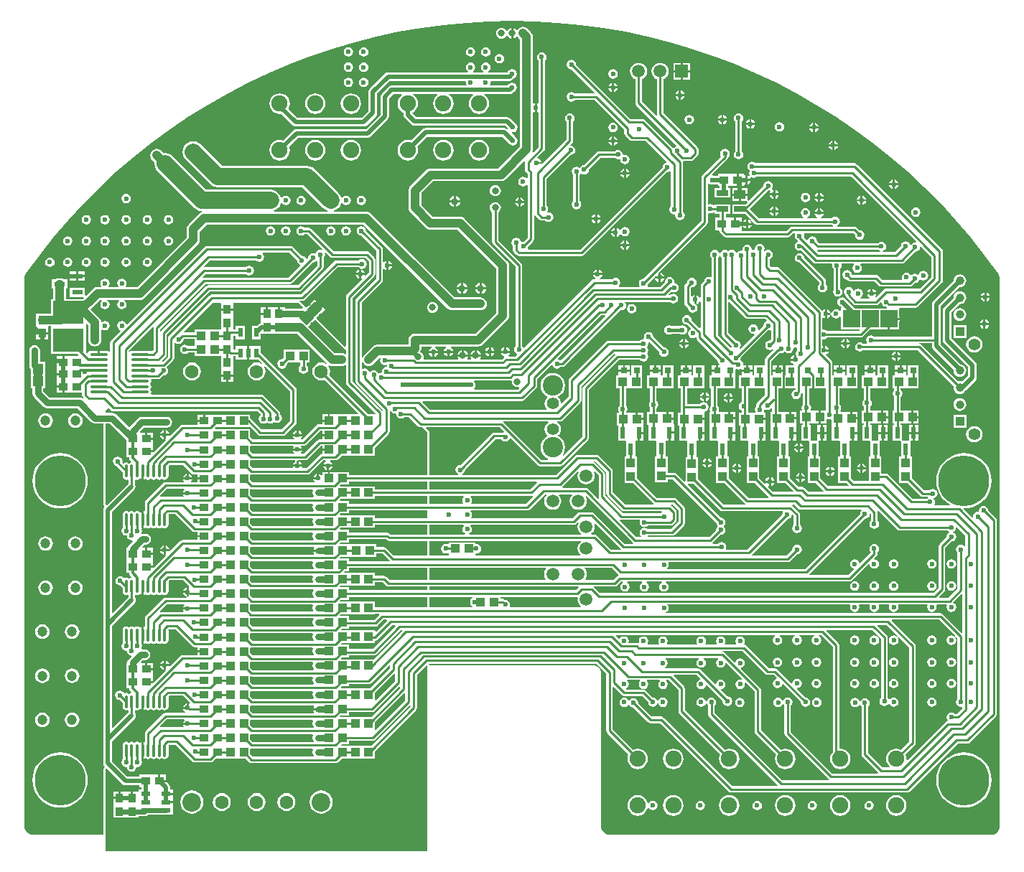
<source format=gbl>
%FSDAX25Y25*%
%MOIN*%
%SFA1B1*%

%IPPOS*%
%AMD113*
4,1,4,0.033400,0.000000,0.000000,0.033400,-0.033400,0.000000,0.000000,-0.033400,0.033400,0.000000,0.0*
%
%ADD15R,0.039370X0.039370*%
%ADD18R,0.039370X0.039370*%
%ADD21R,0.037400X0.039370*%
%ADD23R,0.039370X0.037400*%
%ADD42O,0.013780X0.061020*%
%ADD43R,0.031500X0.031500*%
%ADD45C,0.009840*%
%ADD46C,0.019690*%
%ADD48C,0.015750*%
%ADD52C,0.039370*%
%ADD53C,0.078740*%
%ADD58C,0.029530*%
%ADD75C,0.047240*%
%ADD76C,0.062990*%
%ADD77C,0.086610*%
%ADD78C,0.074800*%
%ADD79C,0.094490*%
%ADD80C,0.055120*%
%ADD81C,0.039370*%
%ADD82C,0.059060*%
%ADD83C,0.236220*%
%ADD84R,0.059060X0.059060*%
%ADD85C,0.031500*%
%ADD86C,0.023620*%
%ADD104R,0.023620X0.055120*%
%ADD105O,0.086610X0.013780*%
%ADD106R,0.141730X0.106300*%
%ADD107R,0.051180X0.023620*%
%ADD108R,0.043310X0.023620*%
%ADD109R,0.023620X0.043310*%
%ADD110R,0.078740X0.078740*%
%ADD111R,0.053150X0.025590*%
%ADD112R,0.053150X0.041340*%
G04~CAMADD=113~10~0.0~472.4~0.0~0.0~0.0~0.0~0~0.0~0.0~0.0~0.0~0~0.0~0.0~0.0~0.0~0~0.0~0.0~0.0~315.0~472.4~0.0*
%ADD113D113*%
%ADD114R,0.047240X0.047240*%
%ADD115C,0.013780*%
%ADD116C,0.023620*%
%LNpdb-1*%
%LPD*%
G36*
X0423345Y0248936D02*
X0423833Y0248609D01*
X0424409Y0248495*
X0452295*
X0452530Y0248054*
X0452291Y0247695*
X0452123Y0246850*
X0452136Y0246784*
X0435991Y0230639*
X0426272*
X0426055Y0231045*
X0426224Y0231890*
X0426055Y0232735*
X0425577Y0233451*
X0424861Y0233929*
X0424016Y0234098*
X0423171Y0233929*
X0422455Y0233451*
X0422417Y0233395*
X0419955*
X0419810Y0233874*
X0419962Y0233975*
X0423556Y0237569*
X0423622Y0237556*
X0424467Y0237724*
X0425183Y0238203*
X0425662Y0238919*
X0425830Y0239764*
X0425662Y0240609*
X0425183Y0241325*
Y0241746*
X0425662Y0242462*
X0425830Y0243307*
X0425662Y0244152*
X0425183Y0244868*
X0424467Y0245347*
X0423622Y0245515*
X0423556Y0245502*
X0408299Y0260758*
X0408491Y0261221*
X0411060*
X0423345Y0248936*
G37*
G36*
X0205709Y0238652D02*
X0234223D01*
X0234459Y0238211*
X0234296Y0237968*
X0234105Y0237008*
X0234296Y0236048*
X0234722Y0235411*
X0234486Y0234970*
X0206332*
X0205217Y0236086*
Y0238356*
X0205603Y0238673*
X0205709Y0238652*
G37*
G36*
X0459565Y0249723D02*
D01*
X0460054Y0249397*
X0460630Y0249282*
X0488845*
X0488990Y0248805*
X0488512Y0248089*
X0488343Y0247244*
X0488356Y0247178*
X0462762Y0221584*
X0398950*
X0398805Y0222061*
X0399284Y0222777*
X0399452Y0223622*
X0399284Y0224467*
X0399501Y0224873*
X0454724*
X0455301Y0224987*
X0455789Y0225313*
X0458989Y0228514*
X0459055Y0228501*
X0459900Y0228669*
X0460616Y0229148*
X0461095Y0229864*
X0461263Y0230709*
X0461095Y0231554*
X0460616Y0232270*
X0459900Y0232748*
X0459055Y0232916*
X0458210Y0232748*
X0457494Y0232270*
X0457015Y0231554*
X0456847Y0230709*
X0456860Y0230643*
X0454101Y0227883*
X0438146*
X0437954Y0228345*
X0454265Y0244656*
X0454331Y0244643*
X0455176Y0244811*
X0455892Y0245289*
X0456370Y0246006*
X0456499Y0246654*
X0456978Y0246799*
X0457550Y0246227*
Y0242150*
X0457494Y0242112*
X0457015Y0241396*
X0456847Y0240551*
X0457015Y0239706*
X0457494Y0238990*
X0458210Y0238511*
X0459055Y0238343*
X0459900Y0238511*
X0460616Y0238990*
X0461095Y0239706*
X0461263Y0240551*
X0461095Y0241396*
X0460616Y0242112*
X0460560Y0242150*
Y0246850*
X0460446Y0247426*
X0460119Y0247915*
X0456970Y0251064*
X0456818Y0251166*
X0456963Y0251644*
X0457644*
X0459565Y0249723*
G37*
G36*
X0304344Y0241719D02*
X0303866Y0241002D01*
X0303698Y0240158*
X0303866Y0239313*
X0304344Y0238596*
X0304931Y0238204*
X0304786Y0237726*
X0288405*
Y0242196*
X0304200*
X0304344Y0241719*
G37*
G36*
X0537077Y0237172D02*
Y0232415D01*
X0536600Y0232270*
X0535884Y0232748*
X0535039Y0232916*
X0534195Y0232748*
X0533478Y0232270*
X0533000Y0231554*
X0532832Y0230709*
X0533000Y0229864*
X0533478Y0229148*
X0533534Y0229110*
Y0212435*
X0529298Y0208198*
X0525153*
X0524962Y0208660*
X0527442Y0211140*
X0527769Y0211629*
X0527883Y0212205*
Y0231660*
X0530643Y0234419*
X0530709Y0234406*
X0531554Y0234575*
X0532270Y0235053*
X0532748Y0235769*
X0532916Y0236614*
X0532748Y0237459*
X0532270Y0238175*
X0531554Y0238654*
Y0238905*
X0532270Y0239384*
X0532748Y0240100*
X0532877Y0240748*
X0533356Y0240893*
X0537077Y0237172*
G37*
G36*
X0205709Y0231959D02*
X0234617D01*
X0234853Y0231518*
X0234690Y0231275*
X0234595Y0230797*
X0234575Y0230766*
X0234504Y0230413*
X0236615*
Y0229429*
X0234504*
X0234575Y0229076*
X0234814Y0228718*
X0234578Y0228277*
X0206332*
X0205217Y0229393*
Y0231663*
X0205603Y0231980*
X0205709Y0231959*
G37*
G36*
X0268621Y0235156D02*
D01*
X0269109Y0234830*
X0269685Y0234715*
X0287402*
Y0227883*
X0271883*
X0268387Y0231379*
X0267899Y0231706*
X0267323Y0231820*
X0263583*
Y0233268*
X0257677*
X0257283*
X0251378*
X0250984*
X0247073*
X0246882Y0233730*
X0247207Y0234055*
X0250984*
Y0235503*
X0268274*
X0268621Y0235156*
G37*
G36*
X0377282Y0230825D02*
X0377226Y0230639D01*
X0372670*
X0366024Y0237285*
X0365536Y0237611*
X0364960Y0237726*
X0363718*
X0363557Y0238199*
X0363989Y0238531*
X0364620Y0239353*
X0365017Y0240311*
X0365152Y0241339*
X0365017Y0242366*
X0364995Y0242419*
X0365411Y0242697*
X0377282Y0230825*
G37*
G36*
X0358805Y0234242D02*
X0358373Y0233910D01*
X0357742Y0233088*
X0357345Y0232130*
X0357210Y0231102*
X0357345Y0230075*
X0357742Y0229117*
X0358345Y0228332*
X0358123Y0227883*
X0309646*
Y0228150*
Y0228237*
Y0228618*
X0310032Y0228935*
X0310236Y0228895*
X0311081Y0229063*
X0311797Y0229541*
X0312276Y0230258*
X0312444Y0231102*
X0312276Y0231947*
X0311797Y0232663*
X0311081Y0233142*
X0310236Y0233310*
X0310032Y0233270*
X0309646Y0233587*
Y0234055*
X0303740*
X0303346*
X0297441*
Y0233316*
X0297000Y0233081*
X0296908Y0233142*
X0296063Y0233310*
X0295218Y0233142*
X0294502Y0232663*
X0294023Y0231947*
X0293855Y0231102*
X0294023Y0230258*
X0294502Y0229541*
X0295218Y0229063*
X0296063Y0228895*
X0296908Y0229063*
X0297000Y0229124*
X0297441Y0228889*
Y0228237*
Y0228150*
X0297175Y0227883*
X0288405*
Y0234715*
X0358644*
X0358805Y0234242*
G37*
G36*
X0370542Y0266699D02*
Y0256693D01*
X0370656Y0256117*
X0370983Y0255628*
X0377676Y0248936*
X0378164Y0248609*
X0378740Y0248495*
X0396125*
X0396270Y0248016*
X0395683Y0247624*
X0395646Y0247568*
X0378183*
X0370009Y0255742*
Y0265748*
X0369895Y0266324*
X0369568Y0266812*
X0365238Y0271143*
X0364749Y0271469*
X0364173Y0271584*
X0364312Y0271723*
X0365518*
X0370542Y0266699*
G37*
G36*
X0287402Y0245206D02*
X0263189D01*
Y0246654*
X0257283*
X0256890*
X0250984*
X0247073*
X0246882Y0247115*
X0247207Y0247441*
X0250984*
Y0248888*
X0287402*
Y0245206*
G37*
G36*
X0354644Y0255920D02*
X0354041Y0255135D01*
X0353645Y0254177*
X0353509Y0253150*
X0353645Y0252122*
X0354041Y0251164*
X0354672Y0250342*
X0355495Y0249711*
X0356452Y0249314*
X0357480Y0249179*
X0358508Y0249314*
X0359466Y0249711*
X0360288Y0250342*
X0360919Y0251164*
X0361316Y0252122*
X0361451Y0253150*
X0361316Y0254177*
X0360919Y0255135*
X0360890Y0255173*
X0361266Y0255503*
X0382794Y0233975*
X0382946Y0233874*
X0382801Y0233395*
X0378970*
X0364844Y0247521*
X0364356Y0247847*
X0363779Y0247962*
X0358268*
X0357692Y0247847*
X0357203Y0247521*
X0354888Y0245206*
X0307941*
X0307706Y0245647*
X0307945Y0246006*
X0308113Y0246850*
X0307945Y0247695*
X0307467Y0248411*
X0307611Y0248888*
X0333858*
X0334434Y0249003*
X0334923Y0249329*
X0341962Y0256369*
X0342612*
X0342833Y0255920*
X0342230Y0255135*
X0341834Y0254177*
X0341698Y0253150*
X0341834Y0252122*
X0342230Y0251164*
X0342861Y0250342*
X0343684Y0249711*
X0344641Y0249314*
X0345669Y0249179*
X0346697Y0249314*
X0347655Y0249711*
X0348477Y0250342*
X0349108Y0251164*
X0349505Y0252122*
X0349640Y0253150*
X0349505Y0254177*
X0349108Y0255135*
X0348477Y0255958*
X0348617Y0256369*
X0354423*
X0354644Y0255920*
G37*
G36*
X0205709Y0252038D02*
X0234223D01*
X0234459Y0251597*
X0234296Y0251354*
X0234105Y0250394*
X0234296Y0249434*
X0234722Y0248797*
X0234486Y0248356*
X0206332*
X0205217Y0249471*
Y0251742*
X0205603Y0252059*
X0205709Y0252038*
G37*
G36*
X0357590Y0242957D02*
X0357345Y0242366D01*
X0357210Y0241339*
X0357345Y0240311*
X0357742Y0239353*
X0358373Y0238531*
X0358805Y0238199*
X0358644Y0237726*
X0307025*
X0306880Y0238204*
X0307467Y0238596*
X0307945Y0239313*
X0308113Y0240158*
X0307945Y0241002*
X0307467Y0241719*
X0307611Y0242196*
X0355512*
X0356088Y0242310*
X0356576Y0242636*
X0357174Y0243234*
X0357590Y0242957*
G37*
G36*
X0287402Y0237726D02*
X0270309D01*
X0269962Y0238072*
X0269474Y0238399*
X0268898Y0238513*
X0250984*
Y0239961*
X0247073*
X0246882Y0240423*
X0247207Y0240748*
X0250984*
X0256890*
X0257283*
X0263189*
Y0242196*
X0287402*
Y0237726*
G37*
G36*
X0505628Y0239880D02*
X0506117Y0239554D01*
X0506693Y0239440*
X0529110*
X0529147Y0239384*
X0529678Y0239030*
Y0238529*
X0529147Y0238175*
X0528669Y0237459*
X0528501Y0236614*
X0528514Y0236548*
X0525314Y0233348*
X0524987Y0232859*
X0524873Y0232283*
Y0212828*
X0522605Y0210560*
X0367553*
X0364844Y0213269*
X0364900Y0213455*
X0374410*
X0374986Y0213570*
X0375474Y0213896*
X0377395Y0215817*
X0378014*
X0378160Y0215339*
X0377573Y0214947*
X0377094Y0214231*
X0376926Y0213386*
X0377094Y0212541*
X0377573Y0211825*
X0378289Y0211346*
X0379134Y0211178*
X0379979Y0211346*
X0380695Y0211825*
X0381174Y0212541*
X0381342Y0213386*
X0381174Y0214231*
X0380695Y0214947*
X0380108Y0215339*
X0380253Y0215817*
X0387070*
X0387215Y0215339*
X0386628Y0214947*
X0386149Y0214231*
X0385981Y0213386*
X0386149Y0212541*
X0386628Y0211825*
X0387344Y0211346*
X0388189Y0211178*
X0389034Y0211346*
X0389750Y0211825*
X0390229Y0212541*
X0390397Y0213386*
X0390229Y0214231*
X0389750Y0214947*
X0389163Y0215339*
X0389308Y0215817*
X0396125*
X0396270Y0215339*
X0395683Y0214947*
X0395204Y0214231*
X0395036Y0213386*
X0395204Y0212541*
X0395683Y0211825*
X0396399Y0211346*
X0397244Y0211178*
X0398089Y0211346*
X0398805Y0211825*
X0399284Y0212541*
X0399452Y0213386*
X0399284Y0214231*
X0398805Y0214947*
X0398218Y0215339*
X0398363Y0215817*
X0483465*
X0484041Y0215932*
X0484529Y0216258*
X0492235Y0223964*
X0492713Y0223819*
X0492842Y0223171*
X0493321Y0222455*
X0494037Y0221976*
X0494882Y0221808*
X0495727Y0221976*
X0496443Y0222455*
X0496922Y0223171*
X0497090Y0224016*
X0496922Y0224861*
X0496443Y0225577*
X0495727Y0226056*
X0494882Y0226223*
X0494747Y0226476*
X0495946Y0227676*
X0496273Y0228164*
X0496387Y0228740*
Y0229504*
X0496443Y0229541*
X0496922Y0230258*
X0497090Y0231102*
X0496922Y0231947*
X0496443Y0232663*
X0495727Y0233142*
X0494882Y0233310*
X0494037Y0233142*
X0493321Y0232663*
X0492842Y0231947*
X0492674Y0231102*
X0492842Y0230258*
X0493321Y0229541*
X0492851Y0228838*
X0488409Y0224396*
X0487930Y0224541*
X0487866Y0224861*
X0487388Y0225577*
X0486672Y0226056*
X0485827Y0226223*
X0484982Y0226056*
X0484266Y0225577*
X0483787Y0224861*
X0483619Y0224016*
X0483787Y0223171*
X0484266Y0222455*
X0484982Y0221976*
X0485302Y0221912*
X0485447Y0221434*
X0482841Y0218828*
X0464917*
X0464726Y0219290*
X0490485Y0245049*
X0490551Y0245036*
X0491396Y0245204*
X0492112Y0245683*
X0492591Y0246399*
X0492759Y0247244*
X0492733Y0247375*
X0492948Y0247490*
X0493377Y0247233*
Y0244118*
X0493321Y0244081*
X0492842Y0243365*
X0492674Y0242520*
X0492842Y0241675*
X0493321Y0240959*
X0494037Y0240480*
X0494882Y0240312*
X0495727Y0240480*
X0496443Y0240959*
X0496922Y0241675*
X0497090Y0242520*
X0496922Y0243365*
X0496443Y0244081*
X0496387Y0244118*
Y0248031*
X0496284Y0248548*
X0496725Y0248784*
X0505628Y0239880*
G37*
G36*
X0205709Y0245345D02*
X0234223D01*
X0234459Y0244904*
X0234296Y0244661*
X0234105Y0243701*
X0234296Y0242741*
X0234722Y0242104*
X0234486Y0241663*
X0206332*
X0205217Y0242778*
Y0245049*
X0205603Y0245366*
X0205709Y0245345*
G37*
G36*
X0404006Y0248983D02*
Y0243537D01*
X0400558Y0240088*
X0389787*
X0389750Y0240144*
X0389034Y0240622*
X0388189Y0240791*
X0387344Y0240622*
X0386628Y0240144*
X0386149Y0239428*
X0385981Y0238583*
X0386149Y0237738*
X0386628Y0237022*
X0386483Y0236545*
X0384482*
X0376807Y0244219*
X0377043Y0244660*
X0377559Y0244558*
X0385932*
X0386149Y0244152*
X0385981Y0243307*
X0386149Y0242462*
X0386628Y0241746*
X0387344Y0241267*
X0388189Y0241099*
X0389034Y0241267*
X0389750Y0241746*
X0389787Y0241802*
X0400394*
X0400970Y0241916*
X0401458Y0242243*
X0402639Y0243424*
X0402965Y0243912*
X0403080Y0244488*
Y0248031*
X0402965Y0248607*
X0402639Y0249096*
X0400671Y0251064*
X0400519Y0251166*
X0400664Y0251644*
X0401345*
X0404006Y0248983*
G37*
G36*
X0357113Y0208597D02*
X0357260Y0207859D01*
X0357210Y0207480*
X0357345Y0206453*
X0357742Y0205495*
X0358373Y0204672*
X0358805Y0204341*
X0358644Y0203868*
X0325879*
X0325662Y0204273*
X0325830Y0205118*
X0325662Y0205963*
X0325183Y0206679*
X0324467Y0207158*
X0323622Y0207326*
X0323556Y0207313*
X0323505Y0207364*
X0323017Y0207690*
X0322441Y0207804*
X0321457*
Y0208731*
X0356996*
X0357113Y0208597*
G37*
G36*
X0308474Y0208253D02*
X0307887Y0207860D01*
X0307408Y0207144*
X0307240Y0206299*
X0307408Y0205454*
X0307887Y0204738*
X0308473Y0204346*
X0308328Y0203868*
X0288405*
Y0208731*
X0308329*
X0308474Y0208253*
G37*
G36*
X0176794Y0213597D02*
X0176558Y0213157D01*
X0176673Y0213134*
Y0211023*
Y0208913*
X0176181Y0208816*
X0175795Y0208892*
X0175746Y0208395*
X0165945*
X0165369Y0208280*
X0164881Y0207954*
X0156810Y0199883*
X0156483Y0199395*
X0156369Y0198819*
Y0195098*
X0155968Y0194883*
X0155807Y0194915*
Y0190944*
Y0186975*
X0155968Y0187007*
X0156521Y0187376*
X0156668*
X0157221Y0187007*
X0157874Y0186877*
X0158527Y0187007*
X0159080Y0187376*
X0159227*
X0159780Y0187007*
X0160433Y0186877*
X0161086Y0187007*
X0161639Y0187376*
X0161786*
X0162339Y0187007*
X0162992Y0186877*
X0163645Y0187007*
X0164199Y0187376*
X0164345*
X0164898Y0187007*
X0165551Y0186877*
X0166204Y0187007*
X0166758Y0187376*
X0167127Y0187930*
X0167257Y0188583*
Y0193307*
X0167229Y0193447*
X0167356Y0193573*
X0170440*
X0178266Y0185747*
X0178755Y0185420*
X0179331Y0185306*
X0180807*
Y0183858*
X0183761*
Y0182874*
X0180807*
Y0181623*
X0173819*
X0173243Y0181509*
X0172755Y0181183*
X0168174Y0176602*
X0167733Y0176838*
X0167661Y0176476*
X0166043*
Y0174858*
X0165682Y0174787*
X0165918Y0174346*
X0160403Y0168831*
X0159941Y0169022*
Y0168701*
X0156987*
Y0169685*
X0159941*
Y0171891*
Y0172047*
Y0172075*
Y0172146*
Y0172244*
Y0172401*
Y0174606*
X0156987*
Y0175098*
X0156496*
Y0177953*
X0154595*
X0154404Y0178415*
X0155370Y0179381*
X0156299*
X0157259Y0179572*
X0158073Y0180116*
X0158617Y0180930*
X0158808Y0181890*
X0158617Y0182850*
X0158073Y0183664*
X0157259Y0184208*
X0156299Y0184399*
X0154936*
X0154701Y0184840*
X0154796Y0184982*
X0154964Y0185827*
X0154820Y0186551*
X0155173Y0186905*
X0154823Y0186974*
Y0190944*
Y0194915*
X0154662Y0194883*
X0154109Y0194513*
X0153962*
X0153409Y0194883*
X0152756Y0195013*
X0152103Y0194883*
X0151550Y0194513*
X0151403*
X0150850Y0194883*
X0150197Y0195013*
X0149544Y0194883*
X0148991Y0194513*
X0148844*
X0148291Y0194883*
X0147638Y0195013*
X0146985Y0194883*
X0146432Y0194513*
X0146062Y0193960*
X0145932Y0193307*
Y0188583*
X0146062Y0187930*
X0146133Y0187824*
Y0187425*
X0146077Y0187388*
X0145598Y0186672*
X0145430Y0185827*
X0145598Y0184982*
X0146077Y0184266*
X0146793Y0183787*
X0147638Y0183619*
X0147989Y0183661*
X0148157Y0182817*
X0148636Y0182100*
X0149352Y0181622*
X0149802Y0181532*
X0149947Y0181054*
X0148915Y0180022*
X0148371Y0179208*
X0148180Y0178248*
Y0177953*
X0147736*
Y0172244*
Y0172047*
Y0166339*
X0148983*
Y0166240*
X0149113Y0165587*
X0149483Y0165034*
X0149999Y0164518*
X0149854Y0164039*
X0149544Y0163978*
X0148991Y0163608*
X0148844*
X0148291Y0163978*
X0147638Y0164108*
X0146985Y0163978*
X0146756Y0163824*
X0146725Y0163837*
X0146246Y0164553*
X0145530Y0165032*
X0144685Y0165200*
X0143840Y0165032*
X0143124Y0164553*
X0142646Y0163837*
X0142477Y0162992*
X0142646Y0162147*
X0143124Y0161431*
X0143840Y0160952*
X0144685Y0160784*
X0144751Y0160798*
X0145932Y0159617*
Y0157677*
X0146062Y0157024*
X0146432Y0156471*
X0146985Y0156101*
X0147638Y0155971*
X0148291Y0156101*
X0148692Y0155887*
Y0155073*
X0141445Y0147827*
X0140983Y0148019*
Y0195231*
X0151616Y0205864*
X0152051Y0206515*
X0152204Y0207283*
X0152051Y0208051*
X0151702Y0208574*
Y0209430*
X0152103Y0209644*
X0152756Y0209514*
X0153409Y0209644*
X0153962Y0210014*
X0154109*
X0154662Y0209644*
X0154823Y0209612*
Y0213584*
X0155807*
Y0209612*
X0155968Y0209644*
X0156521Y0210014*
X0156668*
X0157221Y0209644*
X0157874Y0209514*
X0158527Y0209644*
X0159080Y0210014*
X0159227*
X0159780Y0209644*
X0160433Y0209514*
X0161086Y0209644*
X0161639Y0210014*
X0161786*
X0162339Y0209644*
X0162992Y0209514*
X0163645Y0209644*
X0164199Y0210014*
X0164345*
X0164898Y0209644*
X0165551Y0209514*
X0166204Y0209644*
X0166758Y0210014*
X0167127Y0210568*
X0167257Y0211221*
Y0215916*
X0167750Y0216408*
X0173983*
X0176794Y0213597*
G37*
G36*
X0234722Y0211833D02*
X0234296Y0211196D01*
X0234105Y0210236*
X0234296Y0209276*
X0234722Y0208639*
X0234486Y0208198*
X0206332*
X0205217Y0209314*
Y0212193*
X0205315Y0212274*
X0234486*
X0234722Y0211833*
G37*
G36*
X0287402Y0203868D02*
X0263189D01*
Y0206496*
X0257283*
X0256890*
X0250984*
X0247073*
X0246882Y0206958*
X0247207Y0207283*
X0250984*
Y0208731*
X0287402*
Y0203868*
G37*
G36*
X0174620Y0204908D02*
X0174142Y0204191D01*
X0174071Y0203839*
X0176182*
Y0202854*
X0174071*
X0174142Y0202502*
X0174381Y0202143*
X0174145Y0201702*
X0163583*
X0163558Y0201697*
X0163322Y0202138*
X0166569Y0205384*
X0174475*
X0174620Y0204908*
G37*
G36*
X0265195Y0200395D02*
X0262762Y0197962D01*
X0250984*
Y0199803*
X0247073*
X0246882Y0200265*
X0247207Y0200591*
X0250984*
Y0200590*
Y0200591*
X0256890*
Y0200590*
X0257283*
Y0200591*
X0263189*
Y0200857*
X0265004*
X0265195Y0200395*
G37*
G36*
X0205709Y0205188D02*
X0234223D01*
X0234459Y0204747*
X0234296Y0204503*
X0234105Y0203543*
X0234296Y0202583*
X0234459Y0202340*
X0234223Y0201899*
X0205939*
X0205217Y0202621*
Y0204891*
X0205603Y0205209*
X0205709Y0205188*
G37*
G36*
X0535896Y0209886D02*
Y0192083D01*
X0535434Y0191891*
X0526655Y0200671*
X0526167Y0200997*
X0525591Y0201112*
X0398363*
X0398218Y0201590*
X0398805Y0201982*
X0399284Y0202698*
X0399452Y0203543*
X0399284Y0204388*
X0398805Y0205104*
X0398831Y0205188*
X0483570*
X0483787Y0204782*
X0483619Y0203937*
X0483787Y0203092*
X0484266Y0202376*
X0484982Y0201897*
X0485827Y0201729*
X0486672Y0201897*
X0487388Y0202376*
X0487866Y0203092*
X0488034Y0203937*
X0487866Y0204782*
X0488083Y0205188*
X0492625*
X0492842Y0204782*
X0492674Y0203937*
X0492842Y0203092*
X0493321Y0202376*
X0494037Y0201897*
X0494882Y0201729*
X0495727Y0201897*
X0496443Y0202376*
X0496922Y0203092*
X0497090Y0203937*
X0496922Y0204782*
X0497139Y0205188*
X0501680*
X0501897Y0204782*
X0501729Y0203937*
X0501897Y0203092*
X0502376Y0202376*
X0503092Y0201897*
X0503937Y0201729*
X0504782Y0201897*
X0505498Y0202376*
X0505977Y0203092*
X0506145Y0203937*
X0505977Y0204782*
X0506194Y0205188*
X0519397*
X0519614Y0204782*
X0519446Y0203937*
X0519614Y0203092*
X0520092Y0202376*
X0520809Y0201897*
X0521654Y0201729*
X0522498Y0201897*
X0523215Y0202376*
X0523693Y0203092*
X0523861Y0203937*
X0523693Y0204782*
X0523910Y0205188*
X0528452*
X0528669Y0204782*
X0528501Y0203937*
X0528669Y0203092*
X0529147Y0202376*
X0529864Y0201897*
X0530709Y0201729*
X0531554Y0201897*
X0532270Y0202376*
X0532748Y0203092*
X0532916Y0203937*
X0532748Y0204782*
X0532270Y0205498*
X0531554Y0205977*
X0531502Y0206145*
X0535434Y0210077*
X0535896Y0209886*
G37*
G36*
X0420837Y0387138D02*
Y0386528D01*
X0422974*
Y0384744*
X0421063*
Y0379035*
X0422609*
X0422974Y0378670*
X0423089Y0378094*
X0423415Y0377606*
X0424920Y0376101*
X0425408Y0375775*
X0425984Y0375660*
X0454724*
X0455301Y0375775*
X0455789Y0376101*
X0457316Y0377629*
X0457980*
X0458196Y0377223*
X0458028Y0376378*
X0458196Y0375533*
X0458675Y0374817*
X0459296Y0374402*
X0459534Y0374164*
X0459390Y0373692*
X0458674Y0373214*
X0458196Y0372498*
X0458028Y0371653*
X0458196Y0370808*
X0458674Y0370092*
X0459390Y0369613*
X0460235Y0369445*
X0460959Y0369589*
X0466652Y0363896*
X0467140Y0363570*
X0467717Y0363455*
X0475128*
X0475445Y0363069*
X0475351Y0362598*
X0475519Y0361754*
X0475998Y0361037*
X0476054Y0361000*
Y0351449*
X0475913Y0351239*
X0475745Y0350394*
X0475913Y0349549*
X0476392Y0348833*
X0477108Y0348354*
X0477953Y0348186*
X0478798Y0348354*
X0479514Y0348833*
X0479992Y0349549*
X0480161Y0350394*
X0479992Y0351239*
X0479514Y0351955*
X0479064Y0352255*
Y0361000*
X0479120Y0361037*
X0479599Y0361754*
X0479767Y0362598*
X0479599Y0363443*
X0479605Y0363455*
X0485302*
X0485447Y0362978*
X0484968Y0362262*
X0484800Y0361417*
X0484968Y0360572*
X0485447Y0359856*
X0486163Y0359378*
X0487008Y0359209*
X0487853Y0359378*
X0488569Y0359856*
X0489048Y0360572*
X0489216Y0361417*
X0489048Y0362262*
X0488569Y0362978*
X0488714Y0363455*
X0507677*
X0508253Y0363570*
X0508742Y0363896*
X0513812Y0368967*
X0513878Y0368954*
X0514723Y0369122*
X0515439Y0369600*
X0515918Y0370317*
X0516086Y0371161*
X0516060Y0371292*
X0516501Y0371528*
X0521329Y0366699*
Y0357316*
X0515912Y0351899*
X0500394*
X0499818Y0351784*
X0499329Y0351458*
X0495748Y0347876*
X0495361Y0348194*
X0495741Y0348761*
X0495811Y0349114*
X0491591*
X0491661Y0348761*
X0492140Y0348045*
X0492727Y0347653*
X0492581Y0347175*
X0488521*
X0488376Y0347653*
X0488963Y0348045*
X0489441Y0348761*
X0489609Y0349606*
X0489441Y0350451*
X0488963Y0351167*
X0488246Y0351646*
X0487402Y0351814*
X0486557Y0351646*
X0485840Y0351167*
X0485652Y0350885*
X0485161Y0350983*
X0485111Y0351239*
X0484632Y0351955*
X0483916Y0352433*
X0483071Y0352602*
X0482226Y0352433*
X0481510Y0351955*
X0481031Y0351239*
X0480863Y0350394*
X0481031Y0349549*
X0481510Y0348833*
X0481571Y0348792*
X0481680Y0348243*
X0482007Y0347755*
X0485156Y0344605*
X0485644Y0344279*
X0486221Y0344164*
X0495669*
X0496245Y0344279*
X0496734Y0344605*
X0497747Y0345618*
X0498225Y0345473*
X0498354Y0344824*
X0498833Y0344108*
X0499549Y0343630*
X0500394Y0343461*
X0500460Y0343475*
X0500510Y0343424*
X0500853Y0343195*
X0500708Y0342717*
X0485699*
X0485671Y0342758*
X0481972Y0346457*
X0481961Y0346514*
X0481482Y0347230*
X0480766Y0347709*
X0479921Y0347877*
X0479076Y0347709*
X0478360Y0347230*
X0477881Y0346514*
X0477713Y0345669*
X0477881Y0344824*
X0478360Y0344108*
X0479076Y0343630*
X0479134Y0343618*
X0479574Y0343179*
X0479382Y0342717*
X0479331*
Y0341675*
X0478852Y0341530*
X0478726Y0341719*
X0478010Y0342197*
X0477165Y0342365*
X0476321Y0342197*
X0475604Y0341719*
X0475126Y0341002*
X0475053Y0340638*
X0474553*
X0474649Y0340158*
X0474553Y0339677*
X0475053*
X0475126Y0339313*
X0475604Y0338596*
X0476321Y0338118*
X0477165Y0337950*
X0478010Y0338118*
X0478726Y0338596*
X0478852Y0338785*
X0479331Y0338639*
Y0332874*
X0487966*
X0488067Y0332630*
X0487789Y0332214*
X0473053*
X0472400Y0332650*
X0471555Y0332818*
X0471183Y0332744*
X0470797Y0333061*
Y0338122*
X0471238Y0338357*
X0471596Y0338118*
X0471949Y0338048*
Y0340157*
Y0342267*
X0471596Y0342197*
X0470880Y0341719*
X0470527Y0341753*
X0470356Y0342009*
X0451064Y0361301*
X0450576Y0361627*
X0450000Y0361741*
X0447080*
X0446387Y0362435*
Y0365651*
X0446513Y0365676*
X0447229Y0366155*
X0447708Y0366871*
X0447876Y0367716*
X0447708Y0368561*
X0447229Y0369277*
X0446513Y0369756*
X0445668Y0369924*
X0444824Y0369756*
X0444202Y0369340*
X0443772Y0369628*
X0443940Y0370472*
X0443772Y0371317*
X0443293Y0372034*
X0442577Y0372512*
X0441732Y0372680*
X0440887Y0372512*
X0440171Y0372034*
X0439693Y0371317*
X0439525Y0370472*
X0439589Y0370148*
X0439235Y0369795*
X0438583Y0369924*
X0438432Y0369894*
X0438016Y0370172*
X0437866Y0370924*
X0437388Y0371640*
X0436672Y0372118*
X0435827Y0372287*
X0434982Y0372118*
X0434266Y0371640*
X0433787Y0370924*
X0433619Y0370079*
X0433667Y0369836*
X0433314Y0369482*
X0433071Y0369531*
X0432226Y0369362*
X0431510Y0368884*
X0431373Y0368679*
X0430780Y0368561*
X0430301Y0369278*
X0429585Y0369756*
X0428740Y0369924*
X0427895Y0369756*
X0427179Y0369278*
X0427152*
X0426435Y0369756*
X0425591Y0369924*
X0424746Y0369756*
X0424029Y0369278*
X0423551Y0368561*
X0423478Y0368197*
X0422978*
X0422906Y0368561*
X0422427Y0369278*
X0421711Y0369756*
X0420866Y0369924*
X0420021Y0369756*
X0419305Y0369278*
X0418826Y0368561*
X0418658Y0367717*
X0418826Y0366872*
X0419305Y0366155*
X0419361Y0366118*
Y0357375*
X0418955Y0357158*
X0418110Y0357326*
X0417265Y0357158*
X0416549Y0356679*
X0416071Y0355963*
X0415981Y0355511*
X0414684Y0354214*
X0414357Y0353726*
X0414243Y0353150*
Y0347872*
X0413764Y0347726*
X0413372Y0348313*
X0412656Y0348792*
X0412303Y0348862*
Y0346751*
Y0344642*
X0412656Y0344712*
X0413372Y0345191*
X0413764Y0345778*
X0414243Y0345633*
Y0333815*
X0413781Y0333624*
X0410069Y0337336*
X0410082Y0337402*
X0409914Y0338246*
X0409435Y0338963*
X0408719Y0339441*
X0407874Y0339609*
X0407029Y0339441*
X0406313Y0338963*
X0405834Y0338246*
X0405666Y0337402*
X0405834Y0336557*
X0406313Y0335840*
X0407029Y0335362*
X0407874Y0335194*
X0407940Y0335207*
X0409638Y0333509*
X0409589Y0333011*
X0409069Y0332663*
X0408590Y0331947*
X0408422Y0331102*
X0408590Y0330258*
X0409069Y0329541*
X0409785Y0329063*
X0410630Y0328895*
X0411475Y0329063*
X0411581Y0329134*
X0412202*
X0412281Y0329101*
X0412389Y0328558*
X0412715Y0328069*
X0422215Y0318570*
X0422202Y0318504*
X0422370Y0317659*
X0422848Y0316943*
X0423036Y0316817*
X0422891Y0316339*
X0422539*
Y0313778*
X0422048*
Y0313287*
X0419488*
Y0311614*
X0418307*
Y0305709*
X0419164*
Y0297465*
X0419108Y0297427*
X0418630Y0296711*
X0418462Y0295866*
X0418630Y0295021*
X0418307Y0294685*
Y0288779*
X0418504*
Y0288583*
Y0281102*
X0421890*
X0422244Y0280749*
Y0273819*
X0421457*
Y0267913*
Y0267520*
Y0261614*
X0425233*
X0434762Y0252085*
X0434914Y0251984*
X0434769Y0251505*
X0425033*
X0413189Y0263349*
Y0267126*
Y0267520*
Y0273425*
X0412402*
Y0273622*
Y0280749*
Y0281102*
X0413484*
Y0284843*
X0413975*
Y0285335*
X0416142*
Y0288583*
X0415945*
Y0290846*
X0412991*
Y0291831*
X0415945*
Y0294291*
Y0294682*
X0416593Y0294811*
X0417309Y0295289*
X0417788Y0296006*
X0417956Y0296850*
X0417788Y0297695*
X0417309Y0298411*
X0416593Y0298890*
X0416068Y0298995*
X0416142Y0299367*
X0415650Y0299465*
Y0301083*
X0414032*
X0414102Y0300730*
X0414581Y0300014*
X0415297Y0299535*
X0415464Y0299502*
Y0299002*
X0414903Y0298890*
X0414187Y0298411*
X0414150Y0298356*
X0408001*
Y0298818*
Y0305709*
X0409646*
X0410039*
X0415945*
Y0311221*
Y0316339*
X0410827*
Y0311614*
X0410039*
Y0313287*
X0404921*
Y0311614*
X0403740*
Y0305709*
X0404991*
Y0298818*
Y0294291*
X0403740*
Y0288386*
X0404331*
Y0281102*
X0407717*
X0408071Y0280749*
Y0273622*
X0407874Y0273425*
X0407283*
Y0267520*
Y0267126*
Y0262428*
X0406821Y0262236*
X0403230Y0265828*
X0402741Y0266155*
X0402165Y0266269*
X0399016*
Y0267717*
Y0268110*
Y0274016*
X0398228*
Y0280946*
Y0281299*
X0399311*
Y0285040*
X0399802*
Y0285531*
X0401968*
Y0288779*
X0401772*
Y0291043*
X0398818*
Y0291534*
X0398327*
Y0294488*
X0395866*
X0395472*
X0393828*
Y0296302*
X0394081Y0296470*
X0394559Y0297187*
X0394727Y0298031*
X0394559Y0298876*
X0394081Y0299593*
X0393828Y0299762*
Y0305709*
X0395472*
X0395866*
X0401772*
Y0311221*
Y0316339*
X0396654*
Y0311614*
X0395866*
Y0313287*
X0390748*
Y0311614*
X0389567*
Y0305709*
X0390817*
Y0299382*
X0390480Y0298876*
X0390312Y0298031*
X0390480Y0297187*
X0390817Y0296681*
Y0294488*
X0389567*
Y0288583*
X0390158*
Y0281299*
X0393544*
X0393898Y0280946*
Y0274016*
X0393110*
Y0268110*
Y0267717*
Y0261811*
X0399016*
Y0263259*
X0401542*
X0421427Y0243373*
X0421414Y0243307*
X0421582Y0242462*
X0422061Y0241746*
Y0241325*
X0421582Y0240609*
X0421414Y0239764*
X0421427Y0239698*
X0418274Y0236545*
X0389895*
X0389750Y0237022*
X0389787Y0237077*
X0401181*
X0401757Y0237192*
X0402246Y0237518*
X0406576Y0241849*
X0406903Y0242337*
X0407017Y0242913*
Y0249606*
X0406903Y0250182*
X0406576Y0250671*
X0403033Y0254214*
X0402544Y0254540*
X0401968Y0254655*
X0393931*
X0384842Y0263743*
Y0267520*
Y0267913*
Y0273819*
X0384055*
Y0280749*
Y0281102*
X0385138*
Y0284843*
X0385629*
Y0285335*
X0387795*
Y0288583*
X0387598*
Y0290846*
X0384645*
Y0291338*
X0384154*
Y0294291*
X0381693*
X0381299*
X0380101*
X0379865Y0294732*
X0380189Y0295217*
X0380357Y0296062*
X0380189Y0296907*
X0379711Y0297623*
X0379655Y0297661*
Y0305709*
X0380906*
X0381299*
X0387205*
Y0311221*
Y0316339*
X0382087*
Y0311614*
X0381299*
Y0313287*
X0376181*
Y0311614*
X0375000*
Y0305709*
X0376644*
Y0297661*
X0376589Y0297623*
X0376110Y0296907*
X0375942Y0296062*
X0376110Y0295217*
X0376434Y0294732*
X0376198Y0294291*
X0375394*
Y0288386*
X0375984*
Y0281102*
X0379371*
X0379724Y0280749*
Y0273819*
X0378937*
Y0267913*
Y0267520*
Y0261614*
X0382714*
X0392243Y0252085*
X0392394Y0251984*
X0392249Y0251505*
X0379364*
X0373552Y0257316*
Y0267323*
X0373438Y0267899*
X0373112Y0268387*
X0367206Y0274293*
X0366718Y0274619*
X0366142Y0274734*
X0357087*
X0356511Y0274619*
X0356022Y0274293*
X0347014Y0265285*
X0303875*
X0303730Y0265763*
X0304317Y0266155*
X0304796Y0266872*
X0304964Y0267717*
X0304951Y0267782*
X0319127Y0281959*
X0321760*
X0322060Y0281509*
X0322777Y0281031*
X0323621Y0280862*
X0324466Y0281031*
X0325183Y0281509*
X0325661Y0282225*
X0326133Y0282368*
X0338699Y0269802*
X0339188Y0269475*
X0339764Y0269361*
X0349213*
X0349789Y0269475*
X0350277Y0269802*
X0362088Y0281613*
X0362414Y0282101*
X0362529Y0282677*
Y0304888*
X0376411Y0318770*
X0386197*
X0386234Y0318714*
X0386950Y0318236*
X0387795Y0318068*
X0388640Y0318236*
X0389356Y0318714*
X0389835Y0319431*
X0390003Y0320276*
X0389835Y0321121*
X0389413Y0321752*
X0389835Y0322383*
X0390003Y0323228*
X0389835Y0324073*
X0389413Y0324705*
X0389835Y0325336*
X0390003Y0326181*
X0389967Y0326362*
X0390067Y0326866*
X0390546Y0327011*
X0395049Y0322507*
X0395036Y0322441*
X0395204Y0321596*
X0395683Y0320880*
X0396399Y0320401*
X0397244Y0320233*
X0398089Y0320401*
X0398805Y0320880*
X0399284Y0321596*
X0399452Y0322441*
X0399284Y0323286*
X0398805Y0324002*
X0398089Y0324481*
X0397244Y0324649*
X0397178Y0324636*
X0392352Y0329462*
X0392365Y0329528*
X0392197Y0330372*
X0391719Y0331089*
X0391002Y0331567*
X0390158Y0331735*
X0389313Y0331567*
X0388596Y0331089*
X0388118Y0330372*
X0387950Y0329528*
X0387986Y0329346*
X0387795Y0328389*
X0386950Y0328221*
X0386234Y0327742*
X0386197Y0327686*
X0371457*
X0370881Y0327572*
X0370392Y0327245*
X0353463Y0310316*
X0353137Y0309828*
X0353022Y0309252*
Y0301608*
X0349888Y0298473*
X0349414Y0298634*
X0349313Y0299401*
X0348936Y0300311*
X0348337Y0301093*
X0348122Y0301258*
X0348187Y0301753*
X0348548Y0301903*
X0349741Y0302818*
X0350656Y0304011*
X0351231Y0305399*
X0351427Y0306890*
X0351231Y0308380*
X0350656Y0309769*
X0349741Y0310961*
X0348548Y0311876*
X0347160Y0312451*
X0345669Y0312648*
X0344179Y0312451*
X0342790Y0311876*
X0341598Y0310961*
X0340683Y0309769*
X0340108Y0308380*
X0339911Y0306890*
X0340108Y0305399*
X0340683Y0304011*
X0341598Y0302818*
X0342790Y0301903*
X0343152Y0301753*
X0343217Y0301258*
X0343002Y0301093*
X0342402Y0300311*
X0342025Y0299401*
X0341897Y0298425*
X0342025Y0297449*
X0342402Y0296539*
X0342779Y0296048*
X0342558Y0295600*
X0288812*
X0285198Y0299214*
X0285390Y0299676*
X0331496*
X0332072Y0299790*
X0332560Y0300117*
X0338072Y0305628*
X0338399Y0306117*
X0338513Y0306693*
Y0310006*
X0345056Y0316549*
X0345534Y0316404*
X0345598Y0316084*
X0346077Y0315368*
X0346793Y0314889*
X0347638Y0314721*
X0348483Y0314889*
X0349199Y0315368*
X0349236Y0315424*
X0350000*
X0350576Y0315538*
X0351064Y0315865*
X0377165Y0341965*
X0377559Y0341887*
X0378404Y0342055*
X0379120Y0342533*
X0379599Y0343250*
X0379767Y0344094*
X0379599Y0344939*
X0379120Y0345656*
X0379145Y0345739*
X0399976*
X0400014Y0345683*
X0400730Y0345204*
X0401575Y0345036*
X0402420Y0345204*
X0403136Y0345683*
X0403615Y0346399*
X0403783Y0347244*
X0403615Y0348089*
X0403136Y0348805*
X0402420Y0349284*
X0401575Y0349452*
X0400730Y0349284*
X0400014Y0348805*
X0399563Y0348749*
X0399372Y0349211*
X0400739Y0350579*
X0401124Y0350323*
X0401968Y0350154*
X0402813Y0350323*
X0403530Y0350801*
X0404008Y0351517*
X0404176Y0352362*
X0404008Y0353207*
X0403530Y0353923*
X0402813Y0354402*
X0402441Y0354476*
X0402163Y0354892*
X0402208Y0355118*
X0402040Y0355963*
X0401561Y0356679*
X0400845Y0357158*
X0400000Y0357326*
X0399155Y0357158*
X0398439Y0356679*
X0397960Y0355963*
X0397792Y0355118*
X0397805Y0355052*
X0395440Y0352686*
X0389831*
X0389596Y0353127*
X0389835Y0353486*
X0390003Y0354331*
X0389990Y0354397*
X0392629Y0357035*
X0393107Y0356890*
X0393068Y0357087*
X0393164Y0357570*
X0393172Y0357579*
X0394783*
Y0359190*
X0394792Y0359198*
X0395275Y0359295*
X0395141Y0359547*
X0417206Y0381613*
X0417532Y0382101*
X0417647Y0382677*
Y0386720*
X0418053Y0386937*
X0418898Y0386769*
X0419742Y0386937*
X0420397Y0387374*
X0420837Y0387138*
G37*
G36*
X0376101Y0219014D02*
X0376196Y0218713D01*
X0375707Y0218387*
X0373786Y0216466*
X0360840*
X0360619Y0216914*
X0360919Y0217306*
X0361316Y0218264*
X0361451Y0219291*
X0361316Y0220319*
X0360919Y0221277*
X0360288Y0222099*
X0360294Y0222117*
X0372998*
X0376101Y0219014*
G37*
G36*
X0269920Y0225589D02*
X0269728Y0225127D01*
X0250984*
Y0226575*
X0247073*
X0246882Y0227037*
X0247207Y0227362*
X0250984*
X0251378*
X0257283*
X0257677*
X0263583*
Y0228810*
X0266699*
X0269920Y0225589*
G37*
G36*
X0205709Y0225266D02*
X0234223D01*
X0234459Y0224825*
X0234296Y0224582*
X0234105Y0223622*
X0234296Y0222662*
X0234722Y0222025*
X0234486Y0221584*
X0206332*
X0205217Y0222700*
Y0224970*
X0205603Y0225287*
X0205709Y0225266*
G37*
G36*
X0342531Y0221668D02*
X0342230Y0221277D01*
X0341834Y0220319*
X0341698Y0219291*
X0341834Y0218264*
X0342230Y0217306*
X0342531Y0216914*
X0342310Y0216466*
X0288405*
Y0222117*
X0342310*
X0342531Y0221668*
G37*
G36*
X0268227Y0213896D02*
D01*
X0268715Y0213570*
X0269291Y0213455*
X0287402*
Y0211741*
X0250984*
Y0213189*
X0247073*
X0246882Y0213651*
X0247207Y0213976*
X0250984*
X0256890*
X0257283*
X0263189*
Y0215424*
X0266699*
X0268227Y0213896*
G37*
G36*
X0357715Y0212993D02*
X0356463Y0211741D01*
X0288405*
Y0213455*
X0357524*
X0357715Y0212993*
G37*
G36*
X0287402Y0216466D02*
X0269915D01*
X0268387Y0217993*
X0267899Y0218320*
X0267323Y0218434*
X0263189*
Y0219882*
X0257283*
X0256890*
X0250984*
X0249042*
X0248851Y0220344*
X0249096Y0220589*
X0249149Y0220669*
X0250984*
Y0222117*
X0287402*
Y0216466*
G37*
G36*
X0205709Y0218573D02*
X0234223D01*
X0234459Y0218132*
X0234296Y0217889*
X0234105Y0216929*
X0234296Y0215969*
X0234459Y0215726*
X0234223Y0215285*
X0205939*
X0205217Y0216007*
Y0218277*
X0205603Y0218595*
X0205709Y0218573*
G37*
G36*
X0147736Y0281590D02*
Y0279331D01*
Y0279134*
Y0273425*
X0148983*
Y0273327*
X0149113Y0272674*
X0149483Y0272120*
X0149999Y0271604*
X0149854Y0271126*
X0149544Y0271064*
X0148991Y0270694*
X0148844*
X0148291Y0271064*
X0147638Y0271194*
X0146985Y0271064*
X0146432Y0270695*
X0146219Y0270674*
X0145798Y0271095*
X0145909Y0271654*
X0145740Y0272498*
X0145262Y0273215*
X0144546Y0273693*
X0143701Y0273861*
X0142856Y0273693*
X0142140Y0273215*
X0141661Y0272498*
X0141493Y0271654*
X0141661Y0270809*
X0142140Y0270092*
X0142856Y0269614*
X0143062Y0269573*
X0145932Y0266703*
Y0264764*
X0146062Y0264111*
X0146432Y0263558*
X0146985Y0263188*
X0147638Y0263058*
X0148291Y0263188*
X0148692Y0262973*
Y0261336*
X0148581Y0261262*
X0138651Y0251332*
X0138189Y0251523*
Y0289223*
X0140103*
X0147736Y0281590*
G37*
G36*
X0427561Y0345901D02*
X0435156Y0338306D01*
X0435644Y0337979*
X0436221Y0337865*
X0444258*
X0444967Y0337156*
X0444824Y0336685*
X0444108Y0336207*
X0443630Y0335490*
X0443462Y0334646*
X0443475Y0334580*
X0441320Y0332425*
X0440879Y0332661*
X0440960Y0333071*
X0440792Y0333916*
X0440314Y0334632*
X0439597Y0335111*
X0438753Y0335279*
X0437908Y0335111*
X0437191Y0334632*
X0436713Y0333916*
X0436545Y0333071*
X0436713Y0332226*
X0437191Y0331510*
X0437908Y0331031*
X0438753Y0330863*
X0439163Y0330945*
X0439399Y0330504*
X0432756Y0323861*
X0432369Y0324178*
X0432748Y0324746*
X0432916Y0325590*
X0432748Y0326435*
X0432270Y0327152*
X0431554Y0327630*
X0430709Y0327798*
X0430643Y0327785*
X0427096Y0331332*
Y0345599*
X0427482Y0345916*
X0427561Y0345901*
G37*
G36*
X0160408Y0333981D02*
X0160306Y0333465D01*
Y0323458*
X0159701Y0322854*
X0158338*
X0158232Y0322925*
X0157579Y0323054*
X0150295*
X0149642Y0322925*
X0149190Y0322622*
X0148749Y0322858*
Y0322998*
X0159968Y0334217*
X0160408Y0333981*
G37*
G36*
X0423551Y0366872D02*
X0424029Y0366155D01*
X0424085Y0366118*
Y0330709*
X0424200Y0330133*
X0424526Y0329644*
X0428514Y0325656*
X0428501Y0325590*
X0428669Y0324746*
X0428733Y0324649*
X0428608Y0324461*
X0428110Y0324412*
X0422371Y0330151*
Y0366118*
X0422427Y0366155*
X0422906Y0366872*
X0422978Y0367236*
X0423478*
X0423551Y0366872*
G37*
G36*
X0446920Y0332389D02*
Y0328183D01*
X0446523Y0327785*
X0446457Y0327798*
X0445612Y0327630*
X0444896Y0327152*
X0444417Y0326435*
X0444249Y0325590*
X0444417Y0324746*
X0444896Y0324029*
X0445612Y0323551*
X0446457Y0323383*
X0447302Y0323551*
X0447869Y0323930*
X0448187Y0323544*
X0444605Y0319962*
X0444279Y0319474*
X0444164Y0318898*
Y0316339*
X0439173*
Y0311614*
X0438386*
Y0313287*
X0433268*
Y0311614*
X0432087*
Y0305709*
X0433337*
Y0299237*
X0432691Y0298805*
X0432212Y0298089*
X0432044Y0297244*
X0432212Y0296399*
X0432691Y0295683*
X0433337Y0295251*
Y0294291*
X0432087*
Y0288386*
X0432677*
Y0281102*
X0436064*
X0436417Y0280749*
Y0273819*
X0435630*
Y0267913*
Y0267520*
Y0261614*
X0439407*
X0445904Y0255117*
X0445713Y0254655*
X0436450*
X0427362Y0263743*
Y0267520*
Y0267913*
Y0273819*
X0426575*
Y0280749*
Y0281102*
X0427658*
Y0284843*
X0428149*
Y0285335*
X0430315*
Y0288426*
X0430512Y0288779*
Y0288936*
Y0291240*
X0427558*
Y0291731*
X0427067*
Y0294685*
X0424606*
X0424213*
X0423036*
X0422719Y0295072*
X0422877Y0295866*
X0422709Y0296711*
X0422230Y0297427*
X0422175Y0297465*
Y0305709*
X0424213*
X0424606*
X0430512*
Y0311221*
Y0314322*
X0430953Y0314557*
X0431045Y0314496*
X0431890Y0314328*
X0432735Y0314496*
X0432827Y0314557*
X0433268Y0314322*
Y0314272*
X0435335*
Y0316339*
X0434259*
X0434097Y0316535*
X0433929Y0317380*
X0433451Y0318097*
X0432735Y0318575*
X0432672Y0318726*
X0432748Y0318840*
X0432916Y0319685*
X0432903Y0319751*
X0445603Y0332451*
X0445669Y0332438*
X0446514Y0332606*
X0446920Y0332389*
G37*
G36*
X0374564Y0321454D02*
X0374644Y0321261D01*
X0359959Y0306576*
X0359633Y0306088*
X0359518Y0305512*
Y0283301*
X0350613Y0274396*
X0350237Y0274725*
X0350656Y0275271*
X0351231Y0276659*
X0351427Y0278150*
X0351231Y0279640*
X0350656Y0281029*
X0349741Y0282221*
X0348548Y0283136*
X0348187Y0283286*
X0348122Y0283782*
X0348337Y0283947*
X0348936Y0284728*
X0349313Y0285638*
X0349442Y0286614*
X0349313Y0287591*
X0348936Y0288500*
X0348337Y0289282*
X0347555Y0289881*
X0347624Y0290227*
X0349213*
X0349789Y0290342*
X0350277Y0290668*
X0358545Y0298936*
X0358871Y0299424*
X0358986Y0300000*
Y0306463*
X0374074Y0321551*
X0374564Y0321454*
G37*
G36*
X0270880Y0294502D02*
X0271596Y0294023D01*
X0272441Y0293855*
X0272592Y0293885*
X0273008Y0293607*
X0273157Y0292856*
X0273636Y0292140*
X0274352Y0291661*
X0275197Y0291493*
X0276042Y0291661*
X0276758Y0292140*
X0276795Y0292196*
X0278904*
X0283188Y0287912*
X0283676Y0287586*
X0284252Y0287471*
X0285023*
X0287402Y0285075*
Y0265285*
X0250984*
Y0266732*
X0245079*
X0244685*
X0242224*
Y0263778*
X0241240*
Y0266732*
X0238779*
Y0265298*
X0238301Y0265152*
X0238175Y0265341*
X0237459Y0265819*
X0237106Y0265889*
Y0263778*
X0236615*
Y0263287*
X0234504*
X0234575Y0262935*
X0235053Y0262218*
X0234908Y0261741*
X0206332*
X0205217Y0262857*
Y0265128*
X0205603Y0265445*
X0205709Y0265424*
X0231890*
X0232466Y0265538*
X0232954Y0265865*
X0239206Y0272117*
X0240219*
X0240364Y0271638*
X0239777Y0271246*
X0239299Y0270530*
X0239229Y0270177*
X0243448*
X0243378Y0270530*
X0242900Y0271246*
X0242313Y0271638*
X0242458Y0272117*
X0244882*
X0245458Y0272231*
X0245946Y0272558*
X0247601Y0274213*
X0256890*
X0257283*
X0263189*
Y0277989*
X0269568Y0284369*
X0269895Y0284857*
X0270009Y0285433*
Y0294944*
X0270488Y0295089*
X0270880Y0294502*
G37*
G36*
X0238779Y0284350D02*
X0241733D01*
Y0283366*
X0238779*
Y0281820*
X0237402*
X0236825Y0281706*
X0236337Y0281379*
X0230085Y0275127*
X0228871*
X0228727Y0275604*
X0229205Y0276321*
X0229275Y0276673*
X0225056*
X0225126Y0276321*
X0225604Y0275604*
X0225460Y0275127*
X0206332*
X0205217Y0276243*
Y0278514*
X0205603Y0278831*
X0205709Y0278810*
X0225130*
X0225365Y0278369*
X0225126Y0278010*
X0225056Y0277658*
X0229275*
X0229205Y0278010*
X0228727Y0278727*
X0228752Y0278810*
X0229921*
X0230497Y0278924*
X0230986Y0279251*
X0237631Y0285896*
X0238779*
Y0284350*
G37*
G36*
X0235500Y0337353D02*
X0249676Y0323075D01*
Y0321621*
X0249227Y0321400*
X0249127Y0321477*
X0248409Y0321774*
X0247638Y0321876*
X0244541*
X0243051Y0323366*
X0240689Y0325728*
X0232031Y0334385*
X0233323Y0335677*
X0233017Y0335983*
X0233411Y0336286*
X0233759Y0336633*
X0234019Y0336373*
X0235000Y0337354*
X0235500Y0337353*
G37*
G36*
X0472510Y0295079D02*
X0470177D01*
Y0292125*
Y0289173*
X0472638*
Y0291093*
X0473079Y0291329*
X0473171Y0291267*
X0474016Y0291099*
X0474614Y0291218*
X0475000Y0290901*
Y0288779*
X0475197*
Y0288583*
Y0281102*
X0478583*
X0478937Y0280749*
Y0273819*
X0478150*
Y0267913*
Y0267520*
Y0261614*
X0481926*
X0482912Y0260629*
X0482721Y0260167*
X0473458*
X0469882Y0263743*
Y0267520*
Y0267913*
Y0273819*
X0469095*
Y0280749*
Y0281102*
X0470177*
Y0284350*
X0468504*
Y0281456*
Y0281102*
X0465354*
Y0281456*
Y0288583*
X0464694*
Y0289173*
X0466339*
X0466732*
X0469193*
Y0292125*
Y0295079*
X0466732*
X0466339*
X0465600*
X0465364Y0295520*
X0465425Y0295612*
X0465594Y0296457*
X0465425Y0297302*
X0464947Y0298018*
X0464694Y0298187*
Y0305709*
X0466339*
X0466732*
X0472510*
Y0295079*
G37*
G36*
X0326676Y0308848D02*
X0326651Y0308662D01*
X0326739Y0307993*
X0326997Y0307371*
X0327407Y0306836*
X0327942Y0306426*
X0328564Y0306168*
X0329232Y0306080*
X0329725Y0306145*
X0329946Y0305697*
X0329298Y0305049*
X0309383*
X0309238Y0305525*
X0309717Y0306242*
X0309885Y0307087*
X0309717Y0307931*
X0309238Y0308648*
X0309383Y0309125*
X0325984*
X0326311Y0309190*
X0326676Y0308848*
G37*
G36*
X0458337Y0304899D02*
X0457817Y0304796D01*
X0457100Y0304317*
X0456622Y0303601*
X0456454Y0302756*
X0456622Y0301911*
X0457100Y0301195*
X0457817Y0300716*
X0458661Y0300548*
X0459506Y0300716*
X0460222Y0301195*
X0460701Y0301911*
X0460869Y0302756*
X0460856Y0302822*
X0460907Y0302873*
X0461205Y0303319*
X0461684Y0303174*
Y0297807*
X0461346Y0297302*
X0461178Y0296457*
X0461346Y0295612*
X0461408Y0295520*
X0461172Y0295079*
X0460433*
Y0289173*
X0461684*
Y0288583*
X0461024*
Y0281102*
X0464410*
X0464764Y0280749*
Y0273819*
X0463976*
Y0267913*
Y0267520*
Y0261614*
X0467753*
X0471494Y0257873*
X0471303Y0257411*
X0464403*
X0462482Y0259332*
X0461993Y0259658*
X0461417Y0259773*
X0459679*
X0455709Y0263743*
Y0267520*
Y0267913*
Y0273819*
X0454921*
Y0280749*
Y0281102*
X0456004*
Y0284843*
X0456495*
Y0285335*
X0458661*
Y0288426*
X0458858Y0288779*
Y0288936*
Y0291240*
X0455904*
Y0291731*
X0455413*
Y0294685*
X0452953*
X0452559*
X0450521*
Y0300394*
Y0305709*
X0452559*
X0452953*
X0458337*
Y0304899*
G37*
G36*
X0444164Y0302592D02*
X0440668Y0299096D01*
X0440342Y0298607*
X0440227Y0298031*
Y0297268*
X0440171Y0297230*
X0439693Y0296514*
X0439525Y0295669*
X0439693Y0294824*
X0439754Y0294732*
X0439518Y0294291*
X0438386*
X0437992*
X0436348*
Y0296681*
X0436460Y0297244*
X0436348Y0297807*
Y0305709*
X0437992*
X0438386*
X0444164*
Y0302592*
G37*
G36*
X0447510Y0296224D02*
Y0294685D01*
X0446654*
Y0288779*
X0446850*
Y0288583*
Y0281102*
X0450237*
X0450591Y0280749*
Y0273819*
X0449803*
Y0267913*
Y0267520*
Y0261614*
X0453580*
X0457321Y0257873*
X0457130Y0257411*
X0447868*
X0445599Y0259680*
X0445834Y0260121*
X0445965Y0260095*
Y0261713*
X0444347*
X0444373Y0261582*
X0443932Y0261347*
X0441535Y0263743*
Y0267520*
X0441536*
Y0267913*
X0441535*
Y0273819*
X0440748*
Y0280749*
Y0281102*
X0441831*
Y0284843*
X0442322*
Y0285335*
X0444488*
Y0288583*
X0444291*
Y0290846*
X0441338*
Y0291831*
X0444291*
Y0294291*
X0443946*
X0443710Y0294732*
X0443772Y0294824*
X0443897Y0295455*
X0444359Y0295646*
X0444431Y0295598*
X0445276Y0295430*
X0446121Y0295598*
X0446837Y0296077*
X0447032Y0296369*
X0447510Y0296224*
G37*
G36*
X0369946Y0339004D02*
X0349902Y0318960D01*
X0349199Y0318490*
X0348483Y0318969*
X0348163Y0319033*
X0348018Y0319511*
X0367946Y0339440*
X0369685*
X0369710Y0339444*
X0369946Y0339004*
G37*
G36*
X0458268Y0324564D02*
X0458738Y0324658D01*
X0459125Y0324340*
Y0323252*
X0459069Y0323215*
X0458590Y0322498*
X0458422Y0321654*
X0458452Y0321503*
X0458175Y0321087*
X0458268Y0321106*
X0458542Y0321051*
X0458590Y0320809*
X0458760Y0320554*
Y0318897*
X0458269*
Y0318406*
X0456158*
X0456228Y0318053*
X0456707Y0317337*
X0457423Y0316858*
X0457532Y0316836*
X0457483Y0316339*
X0453740*
Y0311614*
X0452953*
Y0313287*
X0447835*
Y0311614*
X0447175*
Y0318274*
X0450681Y0321780*
X0450970Y0321838*
X0451074Y0321907*
X0451575Y0321808*
X0452420Y0321976*
X0453136Y0322455*
X0453557*
X0454273Y0321976*
X0455118Y0321808*
X0455963Y0321976*
X0456679Y0322455*
X0457158Y0323171*
X0457326Y0324016*
X0457261Y0324340*
X0457615Y0324694*
X0458268Y0324564*
G37*
G36*
X0241818Y0316318D02*
X0242536Y0316021D01*
X0243307Y0315919*
X0247638*
X0248409Y0316021*
X0249127Y0316318*
X0249227Y0316395*
X0249676Y0316174*
Y0308268*
X0249790Y0307692*
X0250117Y0307203*
X0263354Y0293966*
X0263163Y0293504*
X0260200*
X0241976Y0311727*
X0242216Y0312307*
X0242358Y0313386*
X0242216Y0314465*
X0241800Y0315471*
X0241358Y0316047*
X0241711Y0316400*
X0241818Y0316318*
G37*
G36*
X0265656Y0319538D02*
X0265655Y0319540D01*
X0265721Y0319415*
X0265677Y0319349*
X0265509Y0318504*
X0265677Y0317659*
X0266155Y0316943*
X0266872Y0316464*
X0267717Y0316296*
X0268369Y0316426*
X0268603Y0316193*
Y0315692*
X0268504Y0315594*
X0267659Y0315425*
X0266943Y0314947*
X0266464Y0314231*
X0266296Y0313386*
X0266326Y0313235*
X0266048Y0312819*
X0265297Y0312670*
X0265129Y0312558*
X0264638Y0312656*
X0264160Y0313372*
X0263443Y0313851*
X0262598Y0314019*
X0261754Y0313851*
X0261037Y0313372*
X0260849Y0313090*
X0260358Y0313188*
X0260307Y0313443*
X0259829Y0314160*
X0259113Y0314638*
X0258268Y0314806*
X0257423Y0314638*
X0257017Y0314855*
Y0317672*
X0257507Y0317770*
X0257657Y0317408*
X0258130Y0316792*
X0258747Y0316318*
X0259465Y0316021*
X0260236Y0315919*
X0261007Y0316021*
X0261725Y0316318*
X0262342Y0316792*
X0265161Y0319611*
X0265656Y0319538*
G37*
G36*
X0205709Y0258731D02*
X0234223D01*
X0234459Y0258290*
X0234296Y0258047*
X0234105Y0257087*
X0234296Y0256126*
X0234722Y0255490*
X0234486Y0255049*
X0206332*
X0205217Y0256164*
Y0258435*
X0205603Y0258752*
X0205709Y0258731*
G37*
G36*
X0287402Y0251899D02*
X0250984D01*
Y0253346*
X0247073*
X0246882Y0253808*
X0247207Y0254134*
X0250984*
X0256890*
X0257283*
X0263189*
Y0255581*
X0287402*
Y0251899*
G37*
G36*
Y0258592D02*
X0263189D01*
Y0260039*
X0257283*
X0256890*
X0250984*
X0247073*
X0246882Y0260501*
X0247207Y0260827*
X0250984*
Y0262274*
X0287402*
Y0258592*
G37*
G36*
X0174620Y0258451D02*
X0174142Y0257735D01*
X0174071Y0257382*
X0176182*
Y0256398*
X0174071*
X0174142Y0256045*
X0174381Y0255686*
X0174145Y0255245*
X0163583*
X0163558Y0255241*
X0163322Y0255681*
X0166569Y0258928*
X0174475*
X0174620Y0258451*
G37*
G36*
X0336579Y0255243D02*
X0333235Y0251899D01*
X0307941*
X0307706Y0252340*
X0307945Y0252698*
X0308113Y0253543*
X0307945Y0254388*
X0307467Y0255104*
X0307611Y0255581*
X0335827*
X0336343Y0255684*
X0336579Y0255243*
G37*
G36*
X0226939Y0365026D02*
X0226926Y0364961D01*
X0227094Y0364116*
X0227573Y0363400*
X0228289Y0362921*
X0228432Y0362450*
X0222998Y0357017*
X0183858*
X0183342Y0356914*
X0183106Y0357355*
X0184482Y0358731*
X0203126*
X0203163Y0358675*
X0203879Y0358196*
X0204724Y0358029*
X0205569Y0358196*
X0206286Y0358675*
X0206764Y0359391*
X0206932Y0360236*
X0206764Y0361081*
X0206286Y0361797*
X0205569Y0362276*
X0204724Y0362444*
X0203879Y0362276*
X0203163Y0361797*
X0203126Y0361741*
X0183858*
X0183833Y0361736*
X0183598Y0362177*
X0186450Y0365030*
X0207850*
X0207888Y0364974*
X0208604Y0364496*
X0209449Y0364328*
X0210294Y0364496*
X0211010Y0364974*
X0211489Y0365690*
X0211657Y0366535*
X0211489Y0367380*
X0211010Y0368096*
X0211155Y0368573*
X0223392*
X0226939Y0365026*
G37*
G36*
X0468702Y0369950D02*
X0496629D01*
X0496667Y0369894*
X0497383Y0369416*
X0497836Y0369326*
X0497787Y0368828*
X0469128*
X0468441Y0369514*
X0468677Y0369955*
X0468702Y0369950*
G37*
G36*
X0304344Y0255104D02*
X0303866Y0254388D01*
X0303698Y0253543*
X0303866Y0252698*
X0304105Y0252340*
X0303870Y0251899*
X0288405*
Y0255581*
X0304200*
X0304344Y0255104*
G37*
G36*
X0236290Y0364436D02*
Y0362435D01*
X0227329Y0353474*
X0185827*
X0185251Y0353359*
X0184762Y0353033*
X0163896Y0332167*
X0163795Y0332015*
X0163316Y0332160*
Y0332841*
X0184482Y0354007*
X0223622*
X0224198Y0354121*
X0224687Y0354447*
X0234186Y0363947*
X0234252Y0363934*
X0235097Y0364102*
X0235813Y0364581*
X0236290Y0364436*
G37*
G36*
X0229791Y0343104D02*
X0229555Y0342663D01*
X0229539Y0342666*
X0221358*
Y0343110*
X0218996*
Y0340157*
X0218012*
Y0343110*
X0213484*
Y0340157*
X0212993*
Y0339665*
X0210138*
Y0337205*
Y0336811*
Y0335807*
X0209665Y0335713*
X0209014Y0335278*
X0208382Y0334646*
X0205906*
Y0328346*
X0210236*
Y0330823*
X0210319Y0330906*
X0218310*
X0218504Y0330880*
X0227113*
X0236477Y0321516*
X0238839Y0319154*
X0240676Y0317317*
X0240346Y0316941*
X0240274Y0316997*
X0239268Y0317413*
X0238189Y0317555*
X0237110Y0317413*
X0236104Y0316997*
X0235241Y0316334*
X0234578Y0315471*
X0234161Y0314465*
X0234019Y0313386*
X0234161Y0312307*
X0234578Y0311301*
X0235241Y0310437*
X0236104Y0309775*
X0237110Y0309358*
X0238189Y0309216*
X0239268Y0309358*
X0239848Y0309598*
X0255480Y0293966*
X0255289Y0293504*
X0245079*
X0244685*
X0242224*
Y0290550*
X0241733*
Y0290059*
X0238779*
Y0288907*
X0237008*
X0236432Y0288792*
X0235944Y0288466*
X0229314Y0281837*
X0228829Y0281958*
X0228727Y0282297*
X0229205Y0283013*
X0229275Y0283366*
X0225056*
X0225126Y0283013*
X0225604Y0282297*
X0225460Y0281820*
X0206332*
X0205217Y0282936*
Y0286713*
X0199311*
X0198917*
X0193012*
Y0286614*
X0189003*
X0188811Y0287076*
X0189334Y0287598*
X0193012*
Y0287500*
X0198917*
X0199311*
X0205217*
X0205242Y0287511*
X0208778Y0283975*
X0209266Y0283649*
X0209842Y0283534*
X0220472*
X0221048Y0283649*
X0221537Y0283975*
X0226261Y0288699*
X0226588Y0289188*
X0226702Y0289764*
Y0304921*
X0226588Y0305497*
X0226261Y0305986*
X0210236Y0322011*
Y0325197*
X0204823*
Y0322046*
Y0318898*
X0209092*
X0210661Y0317329*
X0210331Y0316953*
X0210274Y0316997*
X0209268Y0317413*
X0208189Y0317555*
X0207110Y0317413*
X0206104Y0316997*
X0205241Y0316334*
X0204578Y0315471*
X0204162Y0314465*
X0204019Y0313386*
X0204162Y0312307*
X0204578Y0311301*
X0205241Y0310437*
X0206104Y0309775*
X0207110Y0309358*
X0208189Y0309216*
X0209268Y0309358*
X0210274Y0309775*
X0211137Y0310437*
X0211800Y0311301*
X0212216Y0312307*
X0212358Y0313386*
X0212216Y0314465*
X0211800Y0315471*
X0211756Y0315528*
X0212132Y0315857*
X0223692Y0304298*
Y0290387*
X0219849Y0286545*
X0210466*
X0205493Y0291517*
X0205217Y0291702*
Y0293406*
X0199311*
X0198917*
X0193012*
Y0293307*
X0187106*
X0186713*
X0184252*
Y0290452*
X0183761*
Y0289961*
X0180807*
Y0288710*
X0173819*
X0173243Y0288596*
X0172755Y0288269*
X0168174Y0283688*
X0167733Y0283924*
X0167661Y0283563*
X0166043*
Y0281945*
X0165682Y0281873*
X0165918Y0281433*
X0160403Y0275918*
X0159941Y0276109*
Y0275787*
X0156987*
Y0276772*
X0159941*
Y0278977*
Y0279134*
Y0279161*
Y0279232*
Y0279331*
Y0279487*
Y0281693*
X0156987*
Y0282184*
X0156496*
Y0285039*
X0154201*
X0154010Y0285501*
X0155764Y0287255*
X0166535*
X0167496Y0287446*
X0168309Y0287990*
X0168853Y0288804*
X0169044Y0289764*
X0168853Y0290724*
X0168309Y0291538*
X0167496Y0292082*
X0166535Y0292273*
X0154724*
X0153764Y0292082*
X0152950Y0291538*
X0148917Y0287505*
X0142916Y0293506*
X0142102Y0294050*
X0141142Y0294241*
X0138189*
Y0295314*
X0139214Y0296346*
X0139714*
X0140668Y0295392*
X0141156Y0295066*
X0141732Y0294951*
X0208432*
X0209912Y0293471*
Y0292937*
X0209856Y0292900*
X0209378Y0292183*
X0209209Y0291339*
X0209378Y0290494*
X0209856Y0289777*
X0210572Y0289299*
X0211417Y0289131*
X0212262Y0289299*
X0212978Y0289777*
X0213006*
X0213722Y0289299*
X0214567Y0289131*
X0215412Y0289299*
X0216128Y0289777*
X0216318Y0290062*
X0216872Y0289693*
X0217717Y0289525*
X0218561Y0289693*
X0219278Y0290171*
X0219756Y0290887*
X0219924Y0291732*
X0219756Y0292577*
X0219278Y0293293*
X0219222Y0293331*
Y0293920*
X0219107Y0294496*
X0218781Y0294984*
X0211520Y0302245*
X0211031Y0302572*
X0210455Y0302686*
X0159345*
X0159109Y0303127*
X0159155Y0303196*
X0159285Y0303848*
X0159155Y0304501*
X0158785Y0305055*
Y0305142*
X0159155Y0305696*
X0159285Y0306348*
X0159155Y0307001*
X0158785Y0307555*
Y0307642*
X0159155Y0308196*
X0159285Y0308848*
X0159155Y0309501*
X0159338Y0309843*
X0162530*
X0163106Y0309958*
X0163594Y0310284*
X0164895Y0311585*
X0164961Y0311572*
X0165805Y0311740*
X0166522Y0312218*
X0167000Y0312935*
X0167168Y0313779*
X0167000Y0314624*
X0166522Y0315341*
X0166501Y0315553*
X0169568Y0318621*
X0169895Y0319109*
X0170009Y0319685*
Y0326467*
X0170486Y0326785*
X0171202Y0326307*
X0172047Y0326139*
X0172892Y0326307*
X0173608Y0326785*
X0174087Y0327502*
X0174255Y0328346*
X0174242Y0328412*
X0174246Y0328416*
X0179331*
Y0326969*
Y0326575*
Y0325127*
X0176402*
X0176364Y0325183*
X0175648Y0325662*
X0174803Y0325830*
X0173958Y0325662*
X0173242Y0325183*
X0172763Y0324467*
X0172595Y0323622*
X0172763Y0322777*
X0173242Y0322061*
X0173958Y0321582*
X0174803Y0321414*
X0175648Y0321582*
X0176364Y0322061*
X0176402Y0322117*
X0179331*
Y0320669*
X0185236*
X0185630*
X0191535*
X0191634*
Y0314764*
Y0314370*
Y0311910*
X0197343*
Y0314370*
Y0314764*
Y0320542*
X0198425*
Y0318898*
X0203839*
Y0322046*
Y0325197*
X0198425*
Y0323552*
X0197343*
Y0326575*
Y0326969*
Y0329991*
X0198425*
Y0328346*
X0202756*
Y0334646*
X0198425*
Y0333001*
X0197343*
Y0338779*
Y0339173*
Y0341634*
X0191634*
Y0339173*
Y0338779*
Y0332874*
X0191535*
X0191569*
X0191535*
X0185630*
X0185236*
X0179331*
Y0331427*
X0174692*
X0174500Y0331888*
X0187791Y0345276*
X0191280*
X0191634Y0344922*
Y0342618*
X0197343*
Y0344922*
Y0345079*
X0197539Y0345276*
X0227635*
X0229791Y0343104*
G37*
G36*
X0337345Y0476003D02*
X0347903Y0475395D01*
X0358429Y0474382*
X0368909Y0472965*
X0379327Y0471148*
X0389668Y0468933*
X0399916Y0466322*
X0410056Y0463320*
X0420074Y0459932*
X0429954Y0456161*
X0439682Y0452014*
X0449245Y0447497*
X0458626Y0442617*
X0467814Y0437380*
X0476794Y0431794*
X0485553Y0425868*
X0494078Y0419610*
X0502357Y0413030*
X0510377Y0406137*
X0518127Y0398942*
X0525595Y0391454*
X0532770Y0383686*
X0539642Y0375647*
X0546201Y0367352*
X0552436Y0358810*
X0552827Y0358111*
X0553068Y0357347*
X0553150Y0356550*
Y0102190*
X0553051Y0101314*
X0552760Y0100482*
X0552291Y0099736*
X0551667Y0099112*
X0550921Y0098643*
X0550089Y0098352*
X0549213Y0098253*
X0372047*
X0371171Y0098352*
X0370339Y0098643*
X0369592Y0099112*
X0368969Y0099736*
X0368500Y0100482*
X0368209Y0101314*
X0368110Y0102190*
Y0173056*
X0368011Y0173933*
X0367720Y0174765*
X0367251Y0175511*
X0366628Y0176135*
X0365881Y0176603*
X0365049Y0176895*
X0364173Y0176993*
X0289370*
X0288494Y0176895*
X0288360Y0176971*
X0288329Y0177129*
X0288183Y0177347*
X0288111Y0177455*
X0288285Y0177629*
X0365912*
X0370542Y0172998*
Y0146457*
X0370656Y0145881*
X0370983Y0145392*
X0380800Y0135575*
X0380437Y0134698*
X0380274Y0133465*
X0380437Y0132231*
X0380913Y0131082*
X0381670Y0130095*
X0382657Y0129338*
X0383806Y0128862*
X0385039Y0128699*
X0386273Y0128862*
X0387422Y0129338*
X0388409Y0130095*
X0389166Y0131082*
X0389642Y0132231*
X0389805Y0133465*
X0389642Y0134698*
X0389166Y0135847*
X0388409Y0136834*
X0387422Y0137591*
X0386273Y0138067*
X0385039Y0138230*
X0383806Y0138067*
X0382929Y0137704*
X0373552Y0147080*
Y0166579*
X0374014Y0166770*
X0377676Y0163109*
X0378164Y0162783*
X0378740Y0162668*
X0387172*
X0389931Y0159908*
X0389918Y0159843*
X0390086Y0158998*
X0390565Y0158281*
X0391281Y0157803*
X0392126Y0157635*
X0392971Y0157803*
X0393687Y0158281*
X0394166Y0158998*
X0394191Y0159125*
X0394691*
X0394732Y0158919*
X0395211Y0158203*
X0395927Y0157724*
X0396772Y0157556*
X0397617Y0157724*
X0398333Y0158203*
X0398811Y0158919*
X0398979Y0159764*
X0398811Y0160609*
X0398333Y0161325*
X0397617Y0161803*
X0396772Y0161972*
X0395927Y0161803*
X0395211Y0161325*
X0394732Y0160609*
X0394707Y0160482*
X0394207*
X0394166Y0160687*
X0393687Y0161404*
X0392971Y0161882*
X0392126Y0162050*
X0392060Y0162037*
X0388860Y0165238*
X0388371Y0165564*
X0387795Y0165679*
X0379860*
X0379714Y0166157*
X0380301Y0166549*
X0380780Y0167265*
X0380948Y0168110*
X0380780Y0168955*
X0380301Y0169671*
X0380178Y0169754*
X0380369Y0170216*
X0380709Y0170148*
X0386089*
X0386234Y0169671*
X0385756Y0168955*
X0385588Y0168110*
X0385756Y0167265*
X0386234Y0166549*
X0386950Y0166070*
X0387795Y0165902*
X0388640Y0166070*
X0389356Y0166549*
X0389835Y0167265*
X0390003Y0168110*
X0389835Y0168955*
X0389356Y0169671*
X0389501Y0170148*
X0395145*
X0395289Y0169671*
X0394811Y0168955*
X0394643Y0168110*
X0394811Y0167265*
X0395289Y0166549*
X0396006Y0166070*
X0396850Y0165902*
X0397695Y0166070*
X0398411Y0166549*
X0398890Y0167265*
X0399058Y0168110*
X0398890Y0168955*
X0398411Y0169671*
X0398556Y0170148*
X0399377*
X0404006Y0165518*
Y0155512*
X0404121Y0154936*
X0404447Y0154447*
X0423320Y0135575*
X0422956Y0134698*
X0422794Y0133465*
X0422956Y0132231*
X0423432Y0131082*
X0424190Y0130095*
X0425176Y0129338*
X0426326Y0128862*
X0427559Y0128699*
X0428792Y0128862*
X0429942Y0129338*
X0430929Y0130095*
X0431686Y0131082*
X0432162Y0132231*
X0432324Y0133465*
X0432162Y0134698*
X0431686Y0135847*
X0430929Y0136834*
X0429942Y0137591*
X0428792Y0138067*
X0427559Y0138230*
X0426326Y0138067*
X0425448Y0137704*
X0407017Y0156135*
Y0166142*
X0406903Y0166718*
X0406576Y0167206*
X0401734Y0172048*
X0401925Y0172511*
X0412369*
X0414187Y0170692*
X0414042Y0170214*
X0413722Y0170150*
X0413006Y0169671*
X0412527Y0168955*
X0412359Y0168110*
X0412527Y0167265*
X0413006Y0166549*
X0413722Y0166070*
X0414567Y0165902*
X0415412Y0166070*
X0416128Y0166549*
X0416607Y0167265*
X0416670Y0167585*
X0417149Y0167730*
X0424577Y0160302*
X0424564Y0160236*
X0424732Y0159391*
X0425211Y0158675*
X0425927Y0158196*
X0426772Y0158028*
X0427617Y0158196*
X0428333Y0158675*
X0428811Y0159391*
X0428979Y0160236*
X0428811Y0161081*
X0428333Y0161797*
X0427617Y0162276*
X0426772Y0162444*
X0426706Y0162431*
X0423487Y0165650*
X0423622Y0165902*
X0424467Y0166070*
X0425183Y0166549*
X0425662Y0167265*
X0425830Y0168110*
X0425662Y0168955*
X0425183Y0169671*
X0424467Y0170150*
X0423622Y0170318*
X0422777Y0170150*
X0422061Y0169671*
X0421582Y0168955*
X0421453Y0168307*
X0420975Y0168162*
X0414056Y0175080*
X0413568Y0175407*
X0412992Y0175521*
X0397970*
X0397825Y0175999*
X0398411Y0176392*
X0398890Y0177108*
X0399058Y0177953*
X0398890Y0178798*
X0398411Y0179514*
X0397825Y0179906*
X0397970Y0180385*
X0413448*
X0413593Y0179906*
X0413006Y0179514*
X0412527Y0178798*
X0412359Y0177953*
X0412527Y0177108*
X0413006Y0176392*
X0413722Y0175913*
X0414567Y0175745*
X0415412Y0175913*
X0416128Y0176392*
X0416607Y0177108*
X0416775Y0177953*
X0416607Y0178798*
X0416128Y0179514*
X0415541Y0179906*
X0415686Y0180385*
X0422503*
X0422648Y0179906*
X0422061Y0179514*
X0421582Y0178798*
X0421414Y0177953*
X0421582Y0177108*
X0422061Y0176392*
X0422777Y0175913*
X0423622Y0175745*
X0424467Y0175913*
X0425183Y0176392*
X0425662Y0177108*
X0425791Y0177756*
X0426269Y0177901*
X0433535Y0170635*
X0433299Y0170194*
X0432677Y0170318*
X0431832Y0170150*
X0431116Y0169671*
X0430638Y0168955*
X0430469Y0168110*
X0430638Y0167265*
X0431116Y0166549*
X0431832Y0166070*
X0432677Y0165902*
X0433522Y0166070*
X0434238Y0166549*
X0434717Y0167265*
X0434885Y0168110*
X0434761Y0168733*
X0435202Y0168968*
X0439244Y0164926*
Y0146258*
X0439359Y0145682*
X0439685Y0145194*
X0449304Y0135575*
X0448941Y0134698*
X0448778Y0133465*
X0448941Y0132231*
X0449417Y0131082*
X0450174Y0130095*
X0451161Y0129338*
X0452310Y0128862*
X0453543Y0128699*
X0454777Y0128862*
X0455926Y0129338*
X0456913Y0130095*
X0457670Y0131082*
X0458146Y0132231*
X0458309Y0133465*
X0458146Y0134698*
X0457670Y0135847*
X0456913Y0136834*
X0455926Y0137591*
X0454777Y0138067*
X0453543Y0138230*
X0452310Y0138067*
X0451433Y0137704*
X0442255Y0146882*
Y0165550*
X0442140Y0166126*
X0441814Y0166614*
X0433057Y0175371*
X0433202Y0175849*
X0433522Y0175913*
X0434238Y0176392*
X0434717Y0177108*
X0434885Y0177953*
X0434717Y0178798*
X0434238Y0179514*
X0433522Y0179992*
X0432677Y0180160*
X0431832Y0179992*
X0431116Y0179514*
X0430638Y0178798*
X0430574Y0178478*
X0430095Y0178333*
X0425474Y0182954*
X0424986Y0183281*
X0424409Y0183395*
X0424548Y0183534*
X0433629*
X0444211Y0172951*
X0444699Y0172625*
X0445276Y0172511*
X0448195*
X0449620Y0171086*
X0449475Y0170607*
X0449155Y0170544*
X0448439Y0170065*
X0447960Y0169349*
X0447792Y0168504*
X0447960Y0167659*
X0448439Y0166943*
X0449155Y0166464*
X0450000Y0166296*
X0450845Y0166464*
X0451561Y0166943*
X0452040Y0167659*
X0452103Y0167979*
X0452582Y0168124*
X0460798Y0159908*
X0460784Y0159843*
X0460952Y0158998*
X0461431Y0158281*
X0462147Y0157803*
X0462992Y0157635*
X0463837Y0157803*
X0464553Y0158281*
X0465032Y0158998*
X0465200Y0159843*
X0465032Y0160687*
X0464553Y0161404*
X0463837Y0161882*
X0462992Y0162050*
X0462926Y0162037*
X0458920Y0166043*
X0459055Y0166296*
X0459900Y0166464*
X0460616Y0166943*
X0461095Y0167659*
X0461263Y0168504*
X0461095Y0169349*
X0460616Y0170065*
X0459900Y0170544*
X0459055Y0170712*
X0458210Y0170544*
X0457494Y0170065*
X0457015Y0169349*
X0456886Y0168701*
X0456408Y0168555*
X0449883Y0175080*
X0449395Y0175407*
X0448819Y0175521*
X0445899*
X0435316Y0186104*
X0434828Y0186430*
X0434252Y0186545*
X0434229Y0186621*
X0434238Y0186628*
X0434717Y0187344*
X0434885Y0188189*
X0434717Y0189034*
X0434238Y0189750*
X0433522Y0190229*
X0432677Y0190397*
X0431832Y0190229*
X0431116Y0189750*
X0430638Y0189034*
X0430469Y0188189*
X0430638Y0187344*
X0430877Y0186986*
X0430641Y0186545*
X0425658*
X0425422Y0186986*
X0425662Y0187344*
X0425830Y0188189*
X0425662Y0189034*
X0425183Y0189750*
X0424467Y0190229*
X0423622Y0190397*
X0422777Y0190229*
X0422061Y0189750*
X0421582Y0189034*
X0421414Y0188189*
X0421582Y0187344*
X0421822Y0186986*
X0421586Y0186545*
X0416603*
X0416367Y0186986*
X0416607Y0187344*
X0416775Y0188189*
X0416607Y0189034*
X0416128Y0189750*
X0415412Y0190229*
X0414567Y0190397*
X0413722Y0190229*
X0413006Y0189750*
X0412527Y0189034*
X0412359Y0188189*
X0412527Y0187344*
X0412767Y0186986*
X0412531Y0186545*
X0398886*
X0398651Y0186986*
X0398890Y0187344*
X0399058Y0188189*
X0398890Y0189034*
X0398411Y0189750*
X0397695Y0190229*
X0396850Y0190397*
X0396006Y0190229*
X0395289Y0189750*
X0394811Y0189034*
X0394643Y0188189*
X0394811Y0187344*
X0395050Y0186986*
X0394814Y0186545*
X0389831*
X0389596Y0186986*
X0389835Y0187344*
X0390003Y0188189*
X0389835Y0189034*
X0389356Y0189750*
X0388640Y0190229*
X0387795Y0190397*
X0386950Y0190229*
X0386234Y0189750*
X0385756Y0189034*
X0385588Y0188189*
X0385739Y0187427*
X0385323Y0187150*
X0385222Y0187217*
X0384646Y0187332*
X0381172*
X0380854Y0187719*
X0380948Y0188189*
X0380780Y0189034*
X0380301Y0189750*
X0379585Y0190229*
X0378740Y0190397*
X0377895Y0190229*
X0377179Y0189750*
X0376831Y0189230*
X0376334Y0189181*
X0374962Y0190552*
X0375153Y0191014*
X0448881*
X0449026Y0190536*
X0448439Y0190144*
X0447960Y0189428*
X0447792Y0188583*
X0447960Y0187738*
X0448439Y0187022*
X0449155Y0186543*
X0450000Y0186375*
X0450845Y0186543*
X0451561Y0187022*
X0452040Y0187738*
X0452208Y0188583*
X0452040Y0189428*
X0451561Y0190144*
X0450974Y0190536*
X0451119Y0191014*
X0457936*
X0458081Y0190536*
X0457494Y0190144*
X0457015Y0189428*
X0456847Y0188583*
X0457015Y0187738*
X0457494Y0187022*
X0458210Y0186543*
X0459055Y0186375*
X0459900Y0186543*
X0460616Y0187022*
X0461095Y0187738*
X0461263Y0188583*
X0461095Y0189428*
X0460616Y0190144*
X0460029Y0190536*
X0460175Y0191014*
X0466991*
X0467136Y0190536*
X0466549Y0190144*
X0466071Y0189428*
X0465903Y0188583*
X0466071Y0187738*
X0466549Y0187022*
X0467265Y0186543*
X0468110Y0186375*
X0468955Y0186543*
X0469671Y0187022*
X0470150Y0187738*
X0470318Y0188583*
X0470150Y0189428*
X0469671Y0190144*
X0469085Y0190536*
X0469230Y0191014*
X0470243*
X0475660Y0185597*
Y0136698*
X0475007Y0135847*
X0474531Y0134698*
X0474369Y0133465*
X0474531Y0132231*
X0475007Y0131082*
X0475764Y0130095*
X0476751Y0129338*
X0477901Y0128862*
X0479134Y0128699*
X0480367Y0128862*
X0481516Y0129338*
X0482503Y0130095*
X0483261Y0131082*
X0483737Y0132231*
X0483899Y0133465*
X0483737Y0134698*
X0483261Y0135847*
X0482503Y0136834*
X0481516Y0137591*
X0480367Y0138067*
X0479134Y0138230*
X0479047Y0138218*
X0478671Y0138548*
Y0186221*
X0478556Y0186796*
X0478230Y0187285*
X0472600Y0192915*
X0472791Y0193377*
X0493865*
X0496612Y0190629*
X0496295Y0190243*
X0495727Y0190622*
X0494882Y0190790*
X0494037Y0190622*
X0493321Y0190144*
X0492842Y0189428*
X0492674Y0188583*
X0492842Y0187738*
X0493321Y0187022*
X0494037Y0186543*
X0494882Y0186375*
X0495727Y0186543*
X0496443Y0187022*
X0496922Y0187738*
X0497090Y0188583*
X0496922Y0189428*
X0496542Y0189995*
X0496929Y0190313*
X0498101Y0189140*
Y0161835*
X0498045Y0161797*
X0497567Y0161081*
X0497399Y0160236*
X0497567Y0159391*
X0498045Y0158675*
X0498761Y0158196*
X0499606Y0158028*
X0500451Y0158196*
X0501167Y0158675*
X0501286Y0158852*
X0501917Y0158978*
X0502396Y0158262*
X0503112Y0157783*
X0503957Y0157615*
X0504802Y0157783*
X0505518Y0158262*
X0505996Y0158978*
X0506165Y0159823*
X0505996Y0160668*
X0505518Y0161384*
X0504802Y0161863*
X0503957Y0162031*
X0503112Y0161863*
X0502396Y0161384*
X0502277Y0161207*
X0501646Y0161081*
X0501167Y0161797*
X0501112Y0161835*
Y0189764*
X0500997Y0190340*
X0500671Y0190828*
X0496222Y0195277*
X0496413Y0195739*
X0500558*
X0505667Y0190629*
X0505350Y0190243*
X0504782Y0190622*
X0503937Y0190790*
X0503092Y0190622*
X0502376Y0190144*
X0501897Y0189428*
X0501729Y0188583*
X0501897Y0187738*
X0502376Y0187022*
X0503092Y0186543*
X0503937Y0186375*
X0504782Y0186543*
X0505498Y0187022*
X0505977Y0187738*
X0506145Y0188583*
X0505977Y0189428*
X0505597Y0189995*
X0505984Y0190313*
X0511093Y0185203*
Y0141568*
X0507229Y0137704*
X0506351Y0138067*
X0505118Y0138230*
X0503885Y0138067*
X0502736Y0137591*
X0501749Y0136834*
X0500991Y0135847*
X0500515Y0134698*
X0500353Y0133465*
X0500515Y0132231*
X0500991Y0131082*
X0501749Y0130095*
X0501962Y0129931*
X0501801Y0129458*
X0498655*
X0492057Y0136057*
Y0157850*
X0492112Y0157888*
X0492591Y0158604*
X0492759Y0159449*
X0492591Y0160294*
X0492112Y0161010*
X0491396Y0161488*
X0490551Y0161657*
X0489706Y0161488*
X0488990Y0161010*
X0488541Y0160338*
X0488051Y0160435*
X0488044Y0160471*
X0487565Y0161187*
X0486849Y0161666*
X0486004Y0161834*
X0485159Y0161666*
X0484443Y0161187*
X0483964Y0160471*
X0483796Y0159626*
X0483964Y0158781*
X0484443Y0158065*
X0485159Y0157586*
X0486004Y0157418*
X0486849Y0157586*
X0487565Y0158065*
X0488014Y0158737*
X0488504Y0158639*
X0488512Y0158604*
X0488990Y0157888*
X0489046Y0157850*
Y0135433*
X0489160Y0134857*
X0489487Y0134369*
X0496691Y0127164*
X0496500Y0126702*
X0475427*
X0456230Y0145899*
Y0158244*
X0456285Y0158281*
X0456764Y0158998*
X0456932Y0159843*
X0456764Y0160687*
X0456285Y0161404*
X0455569Y0161882*
X0454724Y0162050*
X0453879Y0161882*
X0453163Y0161404*
X0452710Y0160726*
X0452490*
X0452168Y0160790*
X0451837Y0161285*
X0451121Y0161764*
X0450276Y0161932*
X0449431Y0161764*
X0448714Y0161285*
X0448236Y0160569*
X0448068Y0159724*
X0448236Y0158879*
X0448714Y0158163*
X0449431Y0157685*
X0450276Y0157517*
X0451121Y0157685*
X0451837Y0158163*
X0452289Y0158841*
X0452510*
X0452832Y0158777*
X0453163Y0158281*
X0453219Y0158244*
Y0145276*
X0453334Y0144700*
X0453660Y0144211*
X0473739Y0124133*
Y0124132*
X0473891Y0124031*
X0473745Y0123553*
X0452198*
X0420797Y0154954*
Y0158244*
X0420853Y0158281*
X0421331Y0158998*
X0421499Y0159843*
X0421331Y0160687*
X0420853Y0161404*
X0420136Y0161882*
X0419291Y0162050*
X0418446Y0161882*
X0417730Y0161404*
X0417252Y0160687*
X0417167Y0160264*
X0416667*
X0416587Y0160668*
X0416108Y0161384*
X0415392Y0161863*
X0414547Y0162031*
X0413702Y0161863*
X0412986Y0161384*
X0412507Y0160668*
X0412339Y0159823*
X0412507Y0158978*
X0412986Y0158262*
X0413702Y0157783*
X0414547Y0157615*
X0415392Y0157783*
X0416108Y0158262*
X0416587Y0158978*
X0416671Y0159402*
X0417171*
X0417252Y0158998*
X0417730Y0158281*
X0417786Y0158244*
Y0154331*
X0417901Y0153755*
X0418227Y0153266*
X0450235Y0121259*
X0450043Y0120797*
X0428970*
X0397127Y0152639*
X0396639Y0152965*
X0396063Y0153080*
X0391568*
X0385265Y0159383*
X0385279Y0159449*
X0385111Y0160294*
X0384632Y0161010*
X0383916Y0161488*
X0383071Y0161657*
X0382226Y0161488*
X0381510Y0161010*
X0381300Y0160696*
X0381299*
X0380800*
X0380380Y0161325*
X0379664Y0161803*
X0378819Y0161972*
X0377974Y0161803*
X0377258Y0161325*
X0376779Y0160609*
X0376611Y0159764*
X0376779Y0158919*
X0377258Y0158203*
X0377974Y0157724*
X0378819Y0157556*
X0379664Y0157724*
X0380380Y0158203*
X0380589Y0158516*
X0380591*
X0381090*
X0381510Y0157888*
X0382226Y0157409*
X0383071Y0157241*
X0383137Y0157254*
X0389880Y0150510*
X0390369Y0150184*
X0390945Y0150069*
X0395440*
X0427282Y0118227*
X0427770Y0117901*
X0428346Y0117786*
X0510236*
X0510812Y0117901*
X0511301Y0118227*
X0533694Y0140621*
X0538189*
X0538765Y0140735*
X0539253Y0141062*
X0551458Y0153266*
X0551784Y0153755*
X0551899Y0154331*
Y0244094*
X0551784Y0244671*
X0551458Y0245159*
X0547864Y0248753*
X0547877Y0248819*
X0547709Y0249664*
X0547230Y0250380*
X0546514Y0250859*
X0545669Y0251027*
X0544824Y0250859*
X0544108Y0250380*
X0543630Y0249664*
X0543462Y0248819*
X0543510Y0248576*
X0543156Y0248222*
X0542913Y0248271*
X0542068Y0248103*
X0541352Y0247624*
X0540874Y0246908*
X0540706Y0246063*
X0540732Y0245932*
X0540291Y0245696*
X0536453Y0249534*
X0536559Y0249763*
X0538566Y0249921*
X0540525Y0250391*
X0542385Y0251162*
X0544103Y0252214*
X0545634Y0253522*
X0546942Y0255053*
X0547995Y0256771*
X0548765Y0258631*
X0549235Y0260590*
X0549393Y0262597*
X0549235Y0264605*
X0548765Y0266564*
X0547995Y0268424*
X0546942Y0270142*
X0545634Y0271673*
X0544103Y0272981*
X0542385Y0274033*
X0540525Y0274804*
X0538566Y0275274*
X0536559Y0275432*
X0534551Y0275274*
X0532592Y0274804*
X0530732Y0274033*
X0529014Y0272981*
X0527483Y0271673*
X0526175Y0270142*
X0525123Y0268424*
X0524352Y0266564*
X0523882Y0264605*
X0523724Y0262597*
X0523882Y0260590*
X0524352Y0258631*
X0525123Y0256771*
X0526175Y0255053*
X0527483Y0253522*
X0529014Y0252214*
X0530028Y0251593*
X0529892Y0251112*
X0522902*
X0522666Y0251553*
X0522906Y0251911*
X0523074Y0252756*
X0522906Y0253601*
X0522427Y0254317*
X0522478Y0254571*
X0522892Y0254653*
X0523608Y0255132*
X0524087Y0255848*
X0524255Y0256693*
X0524087Y0257538*
X0523608Y0258254*
X0522892Y0258733*
X0522047Y0258901*
X0521202Y0258733*
X0520486Y0258254*
X0520449Y0258198*
X0517946*
X0512402Y0263743*
Y0267520*
Y0267913*
Y0273819*
X0511614*
Y0280749*
Y0281102*
X0512697*
Y0284350*
X0511024*
Y0281456*
Y0281102*
X0507874*
Y0281456*
Y0288583*
X0507214*
Y0289173*
X0509252*
X0509646*
X0512106*
Y0292125*
Y0295079*
X0509646*
X0509252*
X0507214*
Y0301551*
X0507270Y0301588*
X0507748Y0302304*
X0507916Y0303149*
X0507748Y0303994*
X0507270Y0304710*
X0507214Y0304747*
Y0305709*
X0509252*
X0509646*
X0515551*
Y0311221*
Y0316339*
X0510433*
Y0311614*
X0509646*
Y0313287*
X0504528*
Y0311614*
X0503346*
Y0305709*
X0504203*
Y0304747*
X0504147Y0304710*
X0503669Y0303994*
X0503501Y0303149*
X0503669Y0302304*
X0504147Y0301588*
X0504203Y0301551*
Y0295079*
X0503346*
Y0289173*
X0504203*
Y0288583*
X0503543*
Y0281102*
X0506930*
X0507283Y0280749*
Y0273819*
X0506496*
Y0267913*
Y0267520*
Y0261614*
X0510273*
X0516258Y0255628*
X0516747Y0255302*
X0517323Y0255188*
X0519747*
X0519892Y0254709*
X0519305Y0254317*
X0519268Y0254261*
X0512828*
X0501458Y0265631*
X0500970Y0265958*
X0500394Y0266072*
X0498228*
Y0267520*
Y0267913*
Y0273819*
X0497441*
Y0280749*
Y0281102*
X0498524*
Y0284350*
X0496850*
Y0281456*
Y0281102*
X0493701*
Y0281456*
Y0288583*
X0493041*
Y0289173*
X0495079*
X0495472*
X0497933*
Y0292125*
Y0295079*
X0495472*
X0495079*
X0493041*
Y0297220*
X0493097Y0297257*
X0493575Y0297973*
X0493743Y0298818*
X0493575Y0299663*
X0493097Y0300379*
X0493041Y0300417*
Y0305709*
X0495079*
X0495472*
X0501378*
Y0311221*
Y0316339*
X0496260*
Y0311614*
X0495472*
Y0313287*
X0490354*
Y0311614*
X0489173*
Y0305709*
X0490030*
Y0300417*
X0489974Y0300379*
X0489496Y0299663*
X0489328Y0298818*
X0489496Y0297973*
X0489974Y0297257*
X0490030Y0297220*
Y0295079*
X0489173*
Y0289173*
X0490030*
Y0288583*
X0489370*
Y0281102*
X0492757*
X0493110Y0280749*
Y0273819*
X0492323*
Y0267913*
Y0267520*
Y0262529*
X0485269*
X0484055Y0263743*
Y0267520*
Y0267913*
Y0273819*
X0483268*
Y0280749*
Y0281102*
X0484350*
Y0284843*
X0484841*
Y0285335*
X0487008*
Y0288426*
X0487205Y0288780*
Y0288779*
Y0288936*
Y0291240*
X0484251*
Y0291731*
X0483760*
Y0294685*
X0481299*
X0480905*
X0479313*
X0479078Y0295126*
X0479402Y0295611*
X0479570Y0296456*
X0479402Y0297301*
X0478923Y0298017*
X0478867Y0298055*
Y0305709*
X0480905*
X0481299*
X0487205*
Y0311221*
Y0316339*
X0482087*
Y0311614*
X0481299*
Y0313287*
X0476181*
Y0311614*
X0475521*
Y0317323*
X0475407Y0317899*
X0475080Y0318387*
X0472372Y0321096*
X0472400Y0321189*
X0473116Y0321667*
X0473595Y0322383*
X0473665Y0322736*
X0471554*
Y0323227*
X0471063*
Y0325338*
X0471183Y0325362*
X0470797Y0325679*
Y0328159*
X0471183Y0328477*
X0471555Y0328402*
X0472400Y0328571*
X0473116Y0329049*
X0473219Y0329203*
X0488583*
X0489159Y0329318*
X0489647Y0329644*
X0492877Y0332874*
X0501083*
Y0337796*
X0502067*
Y0332874*
X0506496*
Y0336549*
X0506764Y0336950*
X0506834Y0337303*
X0504723*
Y0338287*
X0506834*
X0506764Y0338640*
X0506496Y0339041*
Y0342629*
Y0342717*
X0506762Y0342983*
X0514173*
X0514749Y0343097*
X0515238Y0343424*
X0526261Y0354447*
X0526588Y0354936*
X0526702Y0355512*
Y0369291*
X0526588Y0369867*
X0526261Y0370356*
X0486891Y0409726*
X0486403Y0410052*
X0485827Y0410167*
X0439787*
X0439750Y0410222*
X0439034Y0410701*
X0438189Y0410869*
X0437344Y0410701*
X0436628Y0410222*
X0436149Y0409506*
X0435981Y0408661*
X0436149Y0407817*
X0436628Y0407100*
X0437185Y0406728*
X0436937Y0406357*
X0436769Y0405512*
X0436937Y0404667*
X0437076Y0404459*
X0436722Y0404105*
X0436278Y0404402*
X0435925Y0404472*
Y0402854*
X0437543*
X0437473Y0403207*
X0437333Y0403415*
X0437687Y0403769*
X0438132Y0403472*
X0438976Y0403304*
X0439821Y0403472*
X0440538Y0403951*
X0440575Y0404006*
X0484022*
X0514245Y0373784*
X0514009Y0373343*
X0513878Y0373369*
X0513033Y0373201*
X0512317Y0372723*
X0512007Y0372258*
X0511516Y0372356*
X0511488Y0372498*
X0511009Y0373214*
X0510293Y0373693*
X0509448Y0373861*
X0508603Y0373693*
X0507887Y0373214*
X0507409Y0372498*
X0507240Y0371653*
X0507254Y0371587*
X0504494Y0368828*
X0498669*
X0498620Y0369326*
X0499073Y0369416*
X0499789Y0369894*
X0500268Y0370611*
X0500436Y0371456*
X0500268Y0372300*
X0499789Y0373017*
X0499073Y0373495*
X0498228Y0373663*
X0497383Y0373495*
X0496667Y0373017*
X0496629Y0372961*
X0469325*
X0468336Y0373950*
X0468350Y0374016*
X0468181Y0374861*
X0467703Y0375577*
X0466987Y0376056*
X0466142Y0376223*
X0465297Y0376056*
X0464581Y0375577*
X0464102Y0374861*
X0464038Y0374541*
X0463560Y0374396*
X0462300Y0375655*
X0462444Y0376378*
X0462276Y0377223*
X0462493Y0377629*
X0485203*
X0485994Y0376837*
X0485981Y0376772*
X0486149Y0375927*
X0486628Y0375210*
X0487344Y0374732*
X0488189Y0374564*
X0489034Y0374732*
X0489750Y0375210*
X0490229Y0375927*
X0490397Y0376772*
X0490229Y0377617*
X0489750Y0378333*
X0489034Y0378811*
X0488189Y0378979*
X0488123Y0378966*
X0486891Y0380198*
X0486403Y0380525*
X0485827Y0380639*
X0477891*
X0477746Y0381118*
X0478333Y0381510*
X0478811Y0382226*
X0478979Y0383071*
X0478811Y0383916*
X0478333Y0384632*
X0477617Y0385111*
X0476772Y0385279*
X0475927Y0385111*
X0475211Y0384632*
X0475173Y0384576*
X0470234*
X0470136Y0385067*
X0470852Y0385545*
X0471331Y0386262*
X0471401Y0386614*
X0467181*
X0467251Y0386262*
X0467730Y0385545*
X0468446Y0385067*
X0468349Y0384576*
X0463934*
X0463837Y0385067*
X0464553Y0385545*
X0465032Y0386262*
X0465200Y0387106*
X0465032Y0387951*
X0464553Y0388668*
X0463837Y0389146*
X0462992Y0389314*
X0462147Y0389146*
X0461431Y0388668*
X0460952Y0387951*
X0460784Y0387106*
X0460952Y0386262*
X0461431Y0385545*
X0462147Y0385067*
X0462049Y0384576*
X0441200*
X0436984Y0388792*
X0445603Y0397412*
X0445669Y0397398*
X0446514Y0397567*
X0446801Y0397137*
X0446385Y0396514*
X0446315Y0396161*
X0447933*
Y0397779*
X0447580Y0397709*
X0447293Y0398139*
X0447709Y0398761*
X0447877Y0399606*
X0447709Y0400451*
X0447230Y0401167*
X0446514Y0401646*
X0445669Y0401814*
X0444824Y0401646*
X0444108Y0401167*
X0443630Y0400451*
X0443462Y0399606*
X0443475Y0399540*
X0436654Y0392720*
X0436192Y0392911*
Y0395072*
X0433042*
Y0392512*
X0435793*
X0435985Y0392051*
X0434990Y0391056*
X0428908*
Y0386528*
X0434990*
X0437632Y0383886*
X0437315Y0383500*
X0436672Y0383929*
X0436319Y0384000*
Y0382382*
X0437937*
X0437866Y0382735*
X0437437Y0383378*
X0437823Y0383695*
X0439512Y0382007*
Y0382006*
Y0382007*
Y0382006*
Y0382007*
X0440000Y0381680*
X0440576Y0381566*
X0475173*
X0475211Y0381510*
X0475797Y0381118*
X0475652Y0380639*
X0456693*
X0456117Y0380525*
X0455628Y0380198*
X0454101Y0378671*
X0433268*
Y0379035*
Y0381105*
X0433765Y0381154*
X0433787Y0381045*
X0434266Y0380329*
X0434982Y0379850*
X0435335Y0379780*
Y0381889*
Y0384000*
X0434982Y0383929*
X0434266Y0383451*
X0433787Y0382735*
X0433765Y0382625*
X0433268Y0382674*
Y0384744*
X0430807*
Y0381889*
X0429823*
Y0384744*
X0427362*
X0426968*
X0425984*
Y0386528*
X0428121*
Y0391056*
X0420837*
Y0390815*
X0420397Y0390579*
X0419742Y0391016*
X0418898Y0391184*
X0418053Y0391016*
X0417647Y0391233*
Y0400656*
X0418124Y0400801*
X0418840Y0400322*
X0419685Y0400154*
X0420530Y0400322*
X0420579Y0400355*
X0422244*
Y0399508*
X0423190*
Y0398615*
X0420837*
Y0394087*
X0428121*
Y0398615*
X0427204*
Y0399508*
X0428150*
X0428543*
X0431004*
Y0402361*
Y0405217*
X0428543*
X0428150*
X0422244*
Y0404369*
X0420579*
X0420530Y0404402*
X0419685Y0404570*
X0419550Y0404823*
X0426655Y0411928*
X0426981Y0412416*
X0427090Y0412965*
X0427152Y0413006*
X0427630Y0413722*
X0427798Y0414567*
X0427630Y0415412*
X0427152Y0416128*
X0426435Y0416607*
X0425591Y0416775*
X0424746Y0416607*
X0424029Y0416128*
X0423551Y0415412*
X0423383Y0414567*
X0423551Y0413722*
X0423807Y0413338*
X0415077Y0404608*
X0414751Y0404119*
X0414636Y0403543*
Y0383301*
X0387861Y0356525*
X0387795Y0356539*
X0386950Y0356370*
X0386234Y0355892*
X0385756Y0355176*
X0385588Y0354331*
X0385756Y0353486*
X0385995Y0353127*
X0385759Y0352686*
X0376509*
X0376364Y0353163*
X0376843Y0353879*
X0377011Y0354724*
X0376843Y0355569*
X0376364Y0356286*
X0375648Y0356764*
X0374803Y0356932*
X0373958Y0356764*
X0373242Y0356286*
X0373205Y0356230*
X0367655*
X0367510Y0356708*
X0368097Y0357100*
X0368575Y0357817*
X0368645Y0358169*
X0364426*
X0364496Y0357817*
X0364974Y0357100*
X0365561Y0356708*
X0365416Y0356230*
X0364961*
X0364385Y0356115*
X0363896Y0355789*
X0332432Y0324324*
X0331961Y0324467*
X0331482Y0325183*
X0331427Y0325220*
Y0362598*
X0331312Y0363175*
X0330986Y0363663*
X0320501Y0374147*
Y0387398*
X0320821Y0387643*
X0321231Y0388178*
X0321489Y0388801*
X0321577Y0389469*
X0321489Y0390137*
X0321231Y0390759*
X0320821Y0391294*
X0320286Y0391704*
X0319664Y0391962*
X0318996Y0392050*
X0318328Y0391962*
X0317705Y0391704*
X0317171Y0391294*
X0316761Y0390759*
X0316503Y0390137*
X0316415Y0389469*
X0316503Y0388801*
X0316761Y0388178*
X0317171Y0387643*
X0317491Y0387398*
Y0373524*
X0317605Y0372948*
X0317932Y0372459*
X0328416Y0361975*
Y0325220*
X0328360Y0325183*
X0327882Y0324467*
X0327713Y0323622*
X0327882Y0322777*
X0328360Y0322061*
X0329076Y0321582*
X0329219Y0321112*
X0328510Y0320403*
X0325282*
X0325137Y0320881*
X0325282Y0320978*
X0325760Y0321694*
X0325830Y0322047*
X0321610*
X0321681Y0321694*
X0322159Y0320978*
X0322875Y0320500*
X0322913Y0320492*
X0323011Y0320002*
X0322951Y0319962*
X0321916Y0318927*
X0312268*
X0312047Y0319375*
X0312125Y0319477*
X0312383Y0320100*
X0312406Y0320276*
X0307373*
X0307397Y0320100*
X0307654Y0319477*
X0307733Y0319375*
X0307512Y0318927*
X0306268*
X0306047Y0319375*
X0306125Y0319477*
X0306383Y0320100*
X0306406Y0320276*
X0301373*
X0301396Y0320100*
X0301654Y0319477*
X0301733Y0319375*
X0301512Y0318927*
X0285912*
X0285634Y0319342*
X0285662Y0319411*
X0285750Y0320079*
X0285662Y0320747*
X0285405Y0321369*
X0284994Y0321904*
X0284460Y0322314*
X0284202Y0322421*
X0284174Y0322527*
X0284471Y0323245*
X0284573Y0324016*
Y0324974*
X0289313*
X0289411Y0324481*
X0288695Y0324002*
X0288216Y0323286*
X0288146Y0322933*
X0292366*
X0292296Y0323286*
X0291817Y0324002*
X0291101Y0324481*
X0291199Y0324974*
X0296130*
X0296275Y0324496*
X0295683Y0324100*
X0295204Y0323384*
X0295134Y0323031*
X0299354*
X0299284Y0323384*
X0298805Y0324100*
X0298213Y0324496*
X0298358Y0324974*
X0311024*
X0311794Y0325076*
X0312302Y0325286*
X0312513Y0325374*
X0313130Y0325847*
X0324547Y0337264*
X0325020Y0337881*
X0325318Y0338599*
X0325419Y0339370*
Y0362598*
X0325318Y0363369*
X0325020Y0364088*
X0324547Y0364704*
X0304862Y0384389*
X0304245Y0384863*
X0304035Y0384950*
X0303527Y0385160*
X0302756Y0385262*
X0290013*
X0284573Y0390702*
Y0396109*
X0290210Y0401746*
X0321654*
X0322424Y0401848*
X0322932Y0402058*
X0323143Y0402145*
X0323760Y0402619*
X0332380Y0411239*
X0332821Y0411003*
X0332747Y0410630*
Y0407087*
X0332861Y0406511*
X0333188Y0406022*
X0333928Y0405282*
Y0403281*
X0333451Y0403136*
X0332735Y0403615*
X0331890Y0403783*
X0331045Y0403615*
X0330329Y0403136*
X0329850Y0402420*
X0329682Y0401575*
X0329850Y0400730*
X0330329Y0400014*
X0331045Y0399535*
X0331890Y0399367*
X0332735Y0399535*
X0333451Y0400014*
X0333928Y0399869*
Y0375427*
X0332153Y0373651*
X0332087Y0373664*
X0331255Y0373499*
X0330839Y0373777*
X0330780Y0374073*
X0330301Y0374790*
X0329585Y0375268*
X0328740Y0375436*
X0327895Y0375268*
X0327179Y0374790*
X0326700Y0374073*
X0326532Y0373228*
X0326700Y0372383*
X0327179Y0371667*
X0327235Y0371630*
Y0369685*
X0327349Y0369109*
X0327676Y0368621*
X0328857Y0367440*
X0329345Y0367113*
X0329921Y0366999*
X0359055*
X0359631Y0367113*
X0360120Y0367440*
X0398753Y0406073*
X0398819Y0406060*
X0399664Y0406228*
X0400022Y0406467*
X0400463Y0406232*
Y0390181*
X0400407Y0390144*
X0399929Y0389428*
X0399761Y0388583*
X0399929Y0387738*
X0400407Y0387021*
X0401124Y0386543*
X0401968Y0386375*
X0402211Y0386423*
X0402565Y0386070*
X0402517Y0385827*
X0402685Y0384982*
X0403163Y0384266*
X0403879Y0383787*
X0404724Y0383619*
X0405569Y0383787*
X0406285Y0384266*
X0406764Y0384982*
X0406932Y0385827*
X0406764Y0386672*
X0406285Y0387388*
X0406230Y0387425*
Y0410630*
X0406163Y0410966*
X0406267Y0411093*
X0409842*
X0410419Y0411208*
X0410907Y0411534*
X0412875Y0413503*
X0413202Y0413991*
X0413316Y0414567*
Y0416535*
X0413202Y0417111*
X0412875Y0417600*
X0397017Y0433458*
Y0449118*
X0397497Y0449317*
X0398320Y0449948*
X0398951Y0450770*
X0399347Y0451728*
X0399483Y0452756*
X0399347Y0453784*
X0398951Y0454741*
X0398320Y0455564*
X0397497Y0456195*
X0396540Y0456592*
X0395512Y0456727*
X0394484Y0456592*
X0393526Y0456195*
X0392704Y0455564*
X0392073Y0454741*
X0391676Y0453784*
X0391541Y0452756*
X0391676Y0451728*
X0392073Y0450770*
X0392704Y0449948*
X0393526Y0449317*
X0394006Y0449118*
Y0432835*
X0394109Y0432318*
X0393668Y0432083*
X0387017Y0438734*
Y0449118*
X0387497Y0449317*
X0388320Y0449948*
X0388951Y0450770*
X0389348Y0451728*
X0389483Y0452756*
X0389348Y0453784*
X0388951Y0454741*
X0388320Y0455564*
X0387497Y0456195*
X0386540Y0456592*
X0385512Y0456727*
X0384484Y0456592*
X0383526Y0456195*
X0382704Y0455564*
X0382073Y0454741*
X0381676Y0453784*
X0381541Y0452756*
X0381676Y0451728*
X0382073Y0450770*
X0382704Y0449948*
X0383526Y0449317*
X0384007Y0449118*
Y0438110*
X0384121Y0437534*
X0384447Y0437046*
X0403163Y0418330*
X0403018Y0417851*
X0402698Y0417788*
X0401982Y0417309*
X0401950Y0417261*
X0401452Y0417212*
X0388466Y0430198*
X0387978Y0430524*
X0387402Y0430639*
X0381726*
X0356525Y0455840*
X0356539Y0455905*
X0356370Y0456750*
X0355892Y0457467*
X0355176Y0457945*
X0354331Y0458113*
X0353486Y0457945*
X0352770Y0457467*
X0352291Y0456750*
X0352123Y0455905*
X0352291Y0455061*
X0352770Y0454344*
X0353486Y0453866*
X0354331Y0453698*
X0354397Y0453711*
X0365195Y0442912*
X0365004Y0442450*
X0355929*
X0355892Y0442506*
X0355176Y0442985*
X0354331Y0443153*
X0353486Y0442985*
X0352770Y0442506*
X0352291Y0441790*
X0352123Y0440945*
X0352291Y0440100*
X0352770Y0439384*
X0353486Y0438905*
X0354331Y0438737*
X0355176Y0438905*
X0355892Y0439384*
X0355929Y0439440*
X0365125*
X0378810Y0425754*
Y0424016*
X0378924Y0423440*
X0379251Y0422951*
X0381219Y0420983*
X0381707Y0420656*
X0382283Y0420542*
X0388747*
X0398439Y0410850*
X0398294Y0410371*
X0397974Y0410307*
X0397258Y0409829*
X0396779Y0409113*
X0396611Y0408268*
X0396624Y0408202*
X0358432Y0370009*
X0334254*
X0334018Y0370450*
X0334126Y0370612*
X0334294Y0371457*
X0334281Y0371523*
X0336497Y0373739*
X0336824Y0374227*
X0336938Y0374803*
Y0385950*
X0337417Y0386095*
X0337518Y0385944*
X0339487Y0383975*
X0339975Y0383649*
X0340551Y0383534*
X0342102*
X0342140Y0383478*
X0342856Y0383000*
X0343701Y0382832*
X0344546Y0383000*
X0345262Y0383478*
X0345741Y0384194*
X0345909Y0385039*
X0345741Y0385884*
X0345262Y0386600*
X0344546Y0387079*
X0343701Y0387247*
X0343288Y0387165*
X0343010Y0387581*
X0343378Y0388131*
X0343546Y0388976*
X0343378Y0389821*
X0342900Y0390538*
X0342844Y0390575*
Y0402920*
X0353871Y0413947*
X0353937Y0413934*
X0354782Y0414102*
X0355498Y0414581*
X0355977Y0415297*
X0356145Y0416142*
X0355977Y0416987*
X0355498Y0417703*
X0354782Y0418181*
X0353937Y0418350*
X0353802Y0418602*
X0354608Y0419408*
X0354934Y0419896*
X0355049Y0420472*
Y0429504*
X0355104Y0429541*
X0355583Y0430258*
X0355751Y0431102*
X0355583Y0431947*
X0355104Y0432663*
X0354388Y0433142*
X0353543Y0433310*
X0352698Y0433142*
X0351982Y0432663*
X0351504Y0431947*
X0351336Y0431102*
X0351504Y0430258*
X0351982Y0429541*
X0352038Y0429504*
Y0421096*
X0340812Y0409870*
X0340371Y0410105*
X0340299Y0409744*
X0338188*
Y0410728*
X0340299*
X0340229Y0411081*
X0339750Y0411797*
X0339034Y0412276*
X0338714Y0412339*
X0338569Y0412818*
X0341616Y0415865*
X0341942Y0416353*
X0342056Y0416929*
Y0457850*
X0342112Y0457888*
X0342591Y0458604*
X0342759Y0459449*
X0342591Y0460294*
X0342112Y0461010*
X0341396Y0461488*
X0340551Y0461657*
X0339706Y0461488*
X0338990Y0461010*
X0338511Y0460294*
X0338343Y0459449*
X0338511Y0458604*
X0338990Y0457888*
X0339046Y0457850*
Y0438083*
X0338640Y0437866*
X0338287Y0437937*
Y0435826*
Y0433717*
X0338640Y0433787*
X0339046Y0433570*
Y0417553*
X0336641Y0415148*
X0336368Y0415260*
X0336184Y0415384*
X0336341Y0415765*
X0336443Y0416535*
Y0433596*
X0336884Y0433832*
X0336950Y0433787*
X0337303Y0433717*
Y0435826*
Y0437937*
X0336950Y0437866*
X0336884Y0437822*
X0336443Y0438058*
Y0468897*
Y0468898*
X0336341Y0469668*
X0336044Y0470387*
X0335571Y0471003*
Y0471004*
X0333996Y0472578*
X0333379Y0473052*
X0332661Y0473349*
X0331890Y0473451*
X0331119Y0473349*
X0330401Y0473052*
X0329784Y0472578*
X0329392Y0472067*
X0329055*
X0328815Y0472167*
X0328715Y0472298*
X0328180Y0472708*
X0327558Y0472966*
X0327382Y0472989*
Y0470471*
Y0467956*
X0327558Y0467979*
X0328180Y0468237*
X0328715Y0468647*
X0328815Y0468778*
X0329055Y0468878*
X0329392*
X0329784Y0468366*
X0330486Y0467664*
Y0417769*
X0320420Y0407703*
X0288977*
X0288976*
X0288295Y0407613*
X0288206Y0407601*
X0287487Y0407304*
X0286871Y0406830*
X0286870*
X0279489Y0399448*
X0279015Y0398832*
X0278928Y0398621*
X0278718Y0398113*
X0278616Y0397342*
Y0389469*
X0278718Y0388698*
X0278928Y0388190*
X0279015Y0387979*
X0279489Y0387363*
X0286674Y0380177*
X0287291Y0379704*
X0288009Y0379407*
X0288780Y0379305*
X0301522*
X0319463Y0361365*
Y0340604*
X0309790Y0330931*
X0281594*
X0280824Y0330830*
X0280105Y0330532*
X0279489Y0330059*
X0279015Y0329442*
X0278718Y0328724*
X0278616Y0327953*
Y0325813*
X0264173*
X0263402Y0325711*
X0262982Y0325537*
X0262684Y0325414*
X0262416Y0325208*
X0262067Y0324941*
Y0324940*
X0258130Y0321004*
X0257657Y0320387*
X0257507Y0320026*
X0257017Y0320123*
Y0345440*
X0266419Y0354841*
X0266745Y0355329*
X0266860Y0355906*
Y0360893*
X0267337Y0361037*
X0268053Y0360559*
X0268406Y0360489*
Y0362597*
Y0364708*
X0268053Y0364638*
X0267337Y0364160*
X0266860Y0364304*
Y0370079*
X0266745Y0370655*
X0266419Y0371143*
X0258986Y0378576*
X0258999Y0378642*
X0258831Y0379487*
X0258352Y0380203*
X0257636Y0380681*
X0256791Y0380850*
X0255946Y0380681*
X0255230Y0380203*
X0254752Y0379487*
X0254584Y0378642*
X0254752Y0377797*
X0255230Y0377081*
X0255946Y0376602*
X0256791Y0376434*
X0256857Y0376447*
X0263849Y0369455*
Y0356529*
X0254447Y0347127*
X0254121Y0346639*
X0254007Y0346063*
Y0309054*
X0254121Y0308478*
X0254447Y0307990*
X0266875Y0295563*
X0266753Y0295078*
X0266520Y0295007*
X0266419Y0295159*
X0252686Y0308891*
Y0347408*
X0262901Y0357622*
X0263227Y0358111*
X0263342Y0358687*
Y0365329*
X0263227Y0365905*
X0262901Y0366393*
X0260513Y0368781*
X0260025Y0369107*
X0259449Y0369222*
X0243931*
X0233446Y0379706*
X0232958Y0380032*
X0232382Y0380147*
X0230437*
X0230400Y0380203*
X0229683Y0380681*
X0228839Y0380850*
X0227994Y0380681*
X0227277Y0380203*
X0226799Y0379487*
X0226631Y0378642*
X0226799Y0377797*
X0227277Y0377081*
X0227994Y0376602*
X0228839Y0376434*
X0229683Y0376602*
X0230400Y0377081*
X0230437Y0377136*
X0231758*
X0238653Y0370241*
X0238418Y0369800*
X0237795Y0369924*
X0236950Y0369756*
X0236234Y0369278*
X0235756Y0368561*
X0235699Y0368279*
X0235237Y0368088*
X0235097Y0368181*
X0234252Y0368350*
X0233407Y0368181*
X0232691Y0367703*
X0232212Y0366987*
X0232044Y0366142*
X0232057Y0366076*
X0231644Y0365663*
X0231174Y0365806*
X0230695Y0366522*
X0229979Y0367000*
X0229134Y0367168*
X0229068Y0367155*
X0225080Y0371143*
X0224592Y0371469*
X0224016Y0371584*
X0185039*
X0184463Y0371469*
X0183975Y0371143*
X0148180Y0335348*
X0147709Y0335491*
X0147230Y0336207*
X0146514Y0336685*
X0145669Y0336853*
X0144824Y0336685*
X0144108Y0336207*
X0143630Y0335490*
X0143462Y0334646*
X0143630Y0333801*
X0144108Y0333085*
X0144824Y0332606*
X0144967Y0332135*
X0140668Y0327836*
X0140342Y0327348*
X0140227Y0326772*
Y0322858*
X0139786Y0322622*
X0139334Y0322925*
X0138681Y0323054*
X0135531*
Y0321347*
X0134547*
Y0323054*
X0131398*
X0130745Y0322925*
X0130191Y0322555*
X0129822Y0322001*
X0129368Y0321864*
X0128937Y0322294*
Y0334055*
Y0334449*
Y0335489*
X0129399Y0335681*
X0130093Y0334987*
Y0327953*
X0130194Y0327182*
X0130492Y0326464*
X0130965Y0325847*
X0131582Y0325374*
X0132300Y0325076*
X0133071Y0324974*
X0133842Y0325076*
X0134560Y0325374*
X0135177Y0325847*
X0135650Y0326464*
X0135948Y0327182*
X0136049Y0327953*
Y0332678*
X0136490Y0332913*
X0136950Y0332606*
X0137795Y0332438*
X0138640Y0332606*
X0139356Y0333085*
X0139835Y0333801*
X0140003Y0334646*
X0139835Y0335490*
X0139356Y0336207*
X0138640Y0336685*
X0137795Y0336853*
X0136950Y0336685*
X0136459Y0336357*
X0136004Y0336564*
X0135948Y0336991*
X0135650Y0337710*
X0135177Y0338326*
X0131180Y0342323*
X0135486Y0346628*
X0136239*
X0136384Y0346150*
X0136234Y0346049*
X0135756Y0345333*
X0135588Y0344488*
X0135756Y0343643*
X0136234Y0342927*
X0136950Y0342448*
X0137795Y0342280*
X0138640Y0342448*
X0139356Y0342927*
X0139835Y0343643*
X0140003Y0344488*
X0139835Y0345333*
X0139356Y0346049*
X0138707Y0346483*
X0138640Y0346528*
X0138650Y0346628*
X0144113*
X0144258Y0346150*
X0144108Y0346049*
X0143630Y0345333*
X0143462Y0344488*
X0143630Y0343643*
X0144108Y0342927*
X0144824Y0342448*
X0145669Y0342280*
X0146514Y0342448*
X0147230Y0342927*
X0147709Y0343643*
X0147877Y0344488*
X0147709Y0345333*
X0147230Y0346049*
X0146581Y0346483*
X0146514Y0346528*
X0146524Y0346628*
X0153937*
X0154708Y0346730*
X0155216Y0346940*
X0155426Y0347027*
X0156043Y0347500*
X0180846Y0372304*
X0181319Y0372920*
X0181617Y0373639*
X0181718Y0374409*
Y0374410*
Y0378294*
X0185092Y0381667*
X0257821*
X0296811Y0342678*
X0297428Y0342204*
X0298146Y0341907*
X0298917Y0341805*
X0312106*
X0312877Y0341907*
X0313595Y0342204*
X0314212Y0342678*
X0314686Y0343294*
X0314983Y0344013*
X0315085Y0344784*
X0314983Y0345554*
X0314686Y0346273*
X0314212Y0346889*
X0313595Y0347363*
X0312877Y0347660*
X0312106Y0347762*
X0300151*
X0261161Y0386752*
X0260544Y0387225*
X0259826Y0387522*
X0259055Y0387624*
X0244227*
X0244130Y0388114*
X0245100Y0388516*
X0246128Y0389305*
X0246917Y0390333*
X0247413Y0391530*
X0248012Y0391451*
X0248144Y0391254*
X0248860Y0390775*
X0249705Y0390607*
X0250550Y0390775*
X0251266Y0391254*
X0251744Y0391970*
X0251912Y0392815*
X0251744Y0393660*
X0251266Y0394376*
X0250550Y0394855*
X0249705Y0395023*
X0248860Y0394855*
X0248144Y0394376*
X0248012Y0394179*
X0247413Y0394100*
X0246917Y0395297*
X0246128Y0396325*
X0235006Y0407447*
X0233978Y0408236*
X0232781Y0408732*
X0231496Y0408901*
X0192213*
X0182250Y0418864*
X0181222Y0419653*
X0180025Y0420149*
X0178740Y0420318*
X0177455Y0420149*
X0176258Y0419653*
X0175230Y0418864*
X0174441Y0417836*
X0173946Y0416639*
X0173776Y0415354*
X0173946Y0414070*
X0174441Y0412873*
X0175230Y0411844*
X0186648Y0400427*
X0187676Y0399638*
X0188873Y0399142*
X0190157Y0398973*
X0229440*
X0239108Y0389305*
X0240136Y0388516*
X0241107Y0388114*
X0241009Y0387624*
X0216274*
X0216177Y0388114*
X0217147Y0388516*
X0218175Y0389305*
X0218964Y0390333*
X0219460Y0391530*
X0220059Y0391451*
X0220191Y0391254*
X0220907Y0390775*
X0221752Y0390607*
X0222597Y0390775*
X0223313Y0391254*
X0223792Y0391970*
X0223960Y0392815*
X0223792Y0393660*
X0223313Y0394376*
X0222597Y0394855*
X0221752Y0395023*
X0220907Y0394855*
X0220191Y0394376*
X0220059Y0394179*
X0219460Y0394100*
X0218964Y0395297*
X0218175Y0396325*
X0217147Y0397114*
X0215950Y0397610*
X0214665Y0397779*
X0184832*
X0169258Y0413352*
X0168230Y0414141*
X0167033Y0414637*
X0165748Y0414806*
X0165084Y0414719*
X0163917Y0415885*
X0163300Y0416359*
X0162582Y0416656*
X0161811Y0416758*
X0161040Y0416656*
X0160322Y0416359*
X0159705Y0415885*
X0159232Y0415269*
X0158934Y0414550*
X0158833Y0413779*
X0158934Y0413009*
X0159232Y0412290*
X0159705Y0411674*
X0160872Y0410507*
X0160784Y0409842*
X0160953Y0408558*
X0161449Y0407361*
X0162238Y0406333*
X0179266Y0389305*
X0180294Y0388516*
X0181491Y0388020*
X0182657Y0387867*
X0182722Y0387371*
X0182369Y0387225*
X0181752Y0386752*
X0176634Y0381633*
X0176161Y0381017*
X0175863Y0380298*
X0175762Y0379528*
Y0375643*
X0152703Y0352585*
X0147637*
X0147401Y0353026*
X0147709Y0353486*
X0147877Y0354331*
X0147709Y0355176*
X0147230Y0355892*
X0146514Y0356370*
X0145669Y0356539*
X0144824Y0356370*
X0144108Y0355892*
X0143630Y0355176*
X0143462Y0354331*
X0143630Y0353486*
X0143937Y0353026*
X0143702Y0352585*
X0139763*
X0139527Y0353026*
X0139835Y0353486*
X0140003Y0354331*
X0139835Y0355176*
X0139356Y0355892*
X0138640Y0356370*
X0137795Y0356539*
X0136950Y0356370*
X0136234Y0355892*
X0135756Y0355176*
X0135588Y0354331*
X0135756Y0353486*
X0136063Y0353026*
X0135827Y0352585*
X0134252*
X0133481Y0352483*
X0132763Y0352186*
X0132146Y0351712*
X0129005Y0348571*
X0128543Y0348763*
Y0352362*
X0121457*
Y0348031*
X0127812*
X0128003Y0347570*
X0127481Y0347047*
X0119711*
Y0351772*
X0120276*
Y0356102*
X0118761*
X0118221Y0356516*
X0117503Y0356814*
X0116732Y0356915*
X0115962Y0356814*
X0115243Y0356516*
X0114704Y0356102*
X0113189*
Y0351772*
X0113754*
Y0347047*
X0112795*
Y0340380*
X0108661*
X0108468Y0340354*
X0105807*
Y0338227*
X0105785Y0338172*
X0105683Y0337402*
X0105785Y0336631*
X0105807Y0336577*
Y0334449*
Y0334055*
Y0331594*
X0111516*
Y0334055*
Y0334070*
X0111869Y0334423*
X0112795*
Y0334055*
Y0321457*
X0124950*
X0125373Y0321033*
X0125182Y0320571*
X0121850*
X0121457*
X0118996*
Y0317716*
X0118505*
Y0317224*
X0115551*
Y0314862*
Y0312697*
X0118505*
Y0311713*
X0115551*
Y0309507*
Y0309350*
Y0309154*
Y0306791*
X0118505*
Y0306300*
X0118996*
Y0303445*
X0121457*
X0121850*
X0127235*
Y0302362*
X0127349Y0301786*
X0127676Y0301298*
X0127830Y0301143*
X0127513Y0300757*
X0126944Y0301137*
X0125984Y0301328*
X0112063*
X0109202Y0304189*
Y0305709*
X0110039*
Y0311221*
Y0317913*
X0107627*
Y0319291*
Y0323228*
X0107436Y0324188*
X0106892Y0325002*
X0106078Y0325546*
X0105118Y0325737*
X0104158Y0325546*
X0103344Y0325002*
X0102800Y0324188*
X0102609Y0323228*
Y0319291*
Y0316142*
X0102800Y0315182*
X0103344Y0314368*
X0103347Y0314365*
Y0311221*
Y0305709*
X0104184*
Y0303150*
X0104375Y0302189*
X0104919Y0301376*
X0109250Y0297045*
X0110064Y0296501*
X0111024Y0296310*
X0124945*
X0131297Y0289958*
X0132111Y0289414*
X0133071Y0289223*
X0137185*
Y0251523*
X0137262Y0251139*
X0137407Y0250922*
X0137479Y0250814*
X0137558Y0250623*
X0137592Y0250273*
X0137557Y0250238*
X0137122Y0249587*
X0136969Y0248819*
Y0200394*
Y0200393*
Y0196063*
Y0142520*
Y0131496*
X0137122Y0130728*
X0137557Y0130077*
X0137592Y0130042*
X0137558Y0129692*
X0137479Y0129501*
X0137407Y0129393*
X0137262Y0129176*
X0137185Y0128792*
Y0098607*
X0136832Y0098253*
X0104331*
X0103455Y0098352*
X0102622Y0098643*
X0101876Y0099112*
X0101253Y0099736*
X0100784Y0100482*
X0100492Y0101314*
X0100394Y0102190*
Y0356550*
X0100475Y0357347*
X0100716Y0358111*
X0101107Y0358810*
X0107342Y0367352*
X0113901Y0375647*
X0120773Y0383686*
X0127948Y0391454*
X0135416Y0398942*
X0143166Y0406137*
X0151187Y0413030*
X0159465Y0419610*
X0167991Y0425868*
X0176750Y0431794*
X0185729Y0437380*
X0194917Y0442617*
X0204299Y0447497*
X0213861Y0452014*
X0223589Y0456161*
X0233469Y0459932*
X0243487Y0463320*
X0253627Y0466322*
X0263875Y0468933*
X0274216Y0471148*
X0284634Y0472966*
X0295114Y0474382*
X0305641Y0475395*
X0316198Y0476003*
X0326772Y0476206*
X0337345Y0476003*
G37*
G36*
X0238779Y0277658D02*
X0241733D01*
Y0276673*
X0238779*
Y0275127*
X0238583*
X0238007Y0275013*
X0237518Y0274687*
X0231266Y0268434*
X0229422*
X0229205Y0268840*
X0229275Y0269193*
X0225056*
X0225126Y0268840*
X0224909Y0268434*
X0206332*
X0205217Y0269550*
Y0271821*
X0205603Y0272138*
X0205709Y0272117*
X0226046*
X0226191Y0271638*
X0225604Y0271246*
X0225126Y0270530*
X0225056Y0270177*
X0226673*
Y0271795*
X0227165Y0271893*
X0227166*
X0227389Y0272117*
X0230709*
X0231285Y0272231*
X0231773Y0272558*
X0238025Y0278810*
X0238779*
Y0277658*
G37*
G36*
X0343617Y0289754D02*
X0343002Y0289282D01*
X0342402Y0288500*
X0342025Y0287591*
X0341897Y0286614*
X0342025Y0285638*
X0342402Y0284728*
X0343002Y0283947*
X0343217Y0283782*
X0343152Y0283286*
X0342790Y0283136*
X0341598Y0282221*
X0340683Y0281029*
X0340108Y0279640*
X0339911Y0278150*
X0340108Y0276659*
X0340683Y0275271*
X0341598Y0274078*
X0342790Y0273163*
X0343518Y0272862*
X0343420Y0272371*
X0340387*
X0322718Y0290041*
X0322774Y0290227*
X0343456*
X0343617Y0289754*
G37*
G36*
X0322920Y0285582D02*
X0322777Y0285110D01*
X0322567Y0284970*
X0318504*
X0317928Y0284855*
X0317440Y0284529*
X0302822Y0269911*
X0302756Y0269924*
X0301911Y0269756*
X0301195Y0269278*
X0300716Y0268561*
X0300548Y0267717*
X0300716Y0266872*
X0301195Y0266155*
X0301782Y0265763*
X0301637Y0265285*
X0288405*
Y0285075*
X0288367Y0285266*
X0288330Y0285456*
X0288329Y0285458*
Y0285459*
X0288222Y0285620*
X0288114Y0285783*
X0286896Y0287010*
X0287088Y0287471*
X0321030*
X0322920Y0285582*
G37*
G36*
X0366999Y0265125D02*
Y0255118D01*
X0367101Y0254602*
X0366660Y0254366*
X0362088Y0258938*
X0361600Y0259265*
X0361024Y0259379*
X0350270*
X0350125Y0259858*
X0350277Y0259959*
X0357174Y0266856*
X0357590Y0266579*
X0357345Y0265988*
X0357210Y0264961*
X0357345Y0263933*
X0357742Y0262975*
X0358373Y0262153*
X0359196Y0261522*
X0360153Y0261125*
X0361181Y0260990*
X0362209Y0261125*
X0363167Y0261522*
X0363989Y0262153*
X0364620Y0262975*
X0365017Y0263933*
X0365152Y0264961*
X0365017Y0265988*
X0364717Y0266713*
X0365132Y0266991*
X0366999Y0265125*
G37*
G36*
X0338424Y0261812D02*
X0335203Y0258592D01*
X0288405*
Y0262274*
X0338232*
X0338424Y0261812*
G37*
G36*
X0177873Y0266062D02*
D01*
X0178361Y0265735*
X0178937Y0265621*
X0180807*
Y0264173*
X0183761*
Y0263189*
X0180807*
Y0261938*
X0178086*
X0177850Y0262379*
X0178221Y0262935*
X0178291Y0263287*
X0174071*
X0174142Y0262935*
X0174513Y0262379*
X0174277Y0261938*
X0165945*
X0165369Y0261824*
X0164881Y0261497*
X0156810Y0253427*
X0156483Y0252938*
X0156369Y0252362*
Y0248641*
X0155968Y0248427*
X0155807Y0248459*
Y0244487*
Y0240518*
X0155968Y0240550*
X0156521Y0240920*
X0156668*
X0157221Y0240550*
X0157874Y0240420*
X0158527Y0240550*
X0159080Y0240920*
X0159227*
X0159780Y0240550*
X0160433Y0240420*
X0161086Y0240550*
X0161639Y0240920*
X0161786*
X0162339Y0240550*
X0162992Y0240420*
X0163645Y0240550*
X0164199Y0240920*
X0164345*
X0164898Y0240550*
X0165551Y0240420*
X0166204Y0240550*
X0166758Y0240920*
X0167127Y0241473*
X0167257Y0242126*
Y0246850*
X0167229Y0246990*
X0167356Y0247117*
X0170440*
X0178266Y0239290*
X0178755Y0238964*
X0179331Y0238849*
X0180807*
Y0237402*
X0183761*
Y0236417*
X0180807*
Y0235167*
X0173819*
X0173243Y0235052*
X0172755Y0234726*
X0168174Y0230145*
X0167733Y0230381*
X0167661Y0230020*
X0166043*
Y0228402*
X0165682Y0228330*
X0165918Y0227889*
X0160403Y0222374*
X0159941Y0222566*
Y0222244*
X0156987*
Y0223228*
X0159941*
Y0225591*
Y0225787*
Y0228150*
X0156987*
Y0228641*
X0156496*
Y0231496*
X0155383*
X0155191Y0231958*
X0156157Y0232924*
X0156693*
X0157653Y0233115*
X0158467Y0233659*
X0159011Y0234473*
X0159202Y0235433*
X0159011Y0236393*
X0158467Y0237207*
X0157653Y0237751*
X0156693Y0237942*
X0155118*
X0154938Y0237906*
X0154660Y0238322*
X0154796Y0238525*
X0154964Y0239370*
X0154820Y0240095*
X0155173Y0240448*
X0154823Y0240518*
Y0244487*
Y0248459*
X0154662Y0248427*
X0154109Y0248057*
X0153962*
X0153409Y0248427*
X0152756Y0248556*
X0152103Y0248427*
X0151550Y0248057*
X0151403*
X0150850Y0248427*
X0150197Y0248556*
X0149544Y0248427*
X0148991Y0248057*
X0148844*
X0148291Y0248427*
X0147638Y0248556*
X0146985Y0248427*
X0146432Y0248057*
X0146062Y0247503*
X0145932Y0246850*
Y0242126*
X0146062Y0241473*
X0146133Y0241367*
Y0240968*
X0146077Y0240931*
X0145598Y0240215*
X0145430Y0239370*
X0145598Y0238525*
X0146077Y0237809*
X0146793Y0237330*
X0147638Y0237162*
X0147989Y0237205*
X0148157Y0236360*
X0148636Y0235644*
X0149352Y0235165*
X0150197Y0234997*
X0150522Y0235062*
X0150758Y0234621*
X0148915Y0232778*
X0148371Y0231964*
X0148278Y0231496*
X0147736*
Y0225787*
Y0225591*
Y0219882*
X0148983*
Y0219783*
X0149113Y0219131*
X0149483Y0218577*
X0149999Y0218061*
X0149854Y0217583*
X0149544Y0217521*
X0148991Y0217151*
X0148844*
X0148291Y0217521*
X0147638Y0217651*
X0146985Y0217521*
X0146500Y0217618*
X0146443Y0217703*
X0145727Y0218181*
X0144882Y0218350*
X0144037Y0218181*
X0143321Y0217703*
X0142842Y0216987*
X0142674Y0216142*
X0142842Y0215297*
X0143321Y0214581*
X0144037Y0214102*
X0144882Y0213934*
X0144948Y0213947*
X0145932Y0212963*
Y0211221*
X0146062Y0210568*
X0146432Y0210014*
X0146985Y0209644*
X0147638Y0209514*
X0148291Y0209644*
X0148692Y0209430*
Y0208616*
X0141445Y0201370*
X0140983Y0201561*
Y0247988*
X0151419Y0258423*
X0151854Y0259074*
X0152007Y0259842*
X0151854Y0260611*
X0151702Y0260838*
Y0262973*
X0152103Y0263188*
X0152756Y0263058*
X0153409Y0263188*
X0153962Y0263558*
X0154109*
X0154662Y0263188*
X0154823Y0263156*
Y0267127*
X0155807*
Y0263156*
X0155968Y0263188*
X0156521Y0263558*
X0156668*
X0157221Y0263188*
X0157874Y0263058*
X0158527Y0263188*
X0159080Y0263558*
X0159227*
X0159780Y0263188*
X0160433Y0263058*
X0161086Y0263188*
X0161639Y0263558*
X0161786*
X0162339Y0263188*
X0162992Y0263058*
X0163645Y0263188*
X0164199Y0263558*
X0164345*
X0164898Y0263188*
X0165551Y0263058*
X0166204Y0263188*
X0166758Y0263558*
X0167127Y0264111*
X0167257Y0264764*
Y0269459*
X0167750Y0269951*
X0173983*
X0177873Y0266062*
G37*
G36*
X0242243Y0366652D02*
D01*
X0242731Y0366326*
X0243307Y0366211*
X0258825*
X0260331Y0364705*
Y0359310*
X0258824Y0357803*
X0258383Y0358039*
X0258409Y0358169*
X0256791*
Y0356552*
X0256922Y0356577*
X0257157Y0356136*
X0250117Y0349096*
X0249790Y0348607*
X0249676Y0348031*
Y0325155*
X0249214Y0324965*
X0236212Y0338060*
Y0338061*
X0236211Y0338062*
X0236049Y0338171*
X0236028Y0338382*
X0236038Y0338392*
X0237221Y0339575*
X0236961Y0339835*
X0237309Y0340183*
X0237611Y0340577*
X0237917Y0340271*
X0239935Y0342289*
X0237917Y0344307*
X0237611Y0344001*
X0237309Y0344395*
X0236915Y0344697*
X0237221Y0345003*
X0235202Y0347022*
X0233184Y0345003*
X0233490Y0344697*
X0233096Y0344395*
X0232748Y0344047*
X0232488Y0344307*
X0231281Y0343100*
X0231183Y0343091*
X0230772Y0343216*
X0230767Y0343246*
X0230752Y0343393*
X0230729Y0343437*
X0230720Y0343484*
X0230638Y0343608*
X0230568Y0343739*
X0230531Y0343770*
X0230504Y0343811*
X0228347Y0345983*
X0228346Y0345984*
X0228345Y0345985*
X0228184Y0346093*
X0228196Y0346132*
X0229528*
X0230104Y0346247*
X0230592Y0346573*
X0245899Y0361880*
X0255488*
X0255525Y0361825*
X0256242Y0361346*
X0256141Y0360838*
X0256299Y0360869*
X0256791Y0360771*
Y0359154*
X0258409*
X0258339Y0359506*
X0257860Y0360223*
X0257144Y0360701*
X0257245Y0361210*
X0257931Y0361346*
X0258648Y0361825*
X0259126Y0362541*
X0259294Y0363386*
X0259126Y0364231*
X0258648Y0364947*
X0257931Y0365425*
X0257087Y0365594*
X0256242Y0365425*
X0255525Y0364947*
X0255488Y0364891*
X0245276*
X0244700Y0364776*
X0244211Y0364450*
X0228904Y0349143*
X0187402*
X0186826Y0349028*
X0186337Y0348702*
X0167439Y0329805*
X0167113Y0329316*
X0166999Y0328740*
Y0320309*
X0164716Y0318025*
X0164225Y0318123*
X0164145Y0318316*
X0166025Y0320195*
X0166351Y0320684*
X0166466Y0321260*
Y0330479*
X0186450Y0350463*
X0227953*
X0228529Y0350578*
X0229017Y0350904*
X0238860Y0360747*
X0239186Y0361235*
X0239301Y0361811*
Y0366118*
X0239356Y0366155*
X0239835Y0366872*
X0240003Y0367717*
X0239879Y0368339*
X0240320Y0368575*
X0242243Y0366652*
G37*
G36*
X0205709Y0171723D02*
X0234223D01*
X0234459Y0171282*
X0234296Y0171039*
X0234105Y0170079*
X0234296Y0169119*
X0234722Y0168482*
X0234486Y0168041*
X0206332*
X0205217Y0169156*
Y0171427*
X0205603Y0171744*
X0205709Y0171723*
G37*
G36*
Y0151644D02*
X0234223D01*
X0234459Y0151203*
X0234296Y0150960*
X0234105Y0150000*
X0234296Y0149040*
X0234722Y0148403*
X0234486Y0147962*
X0206332*
X0205217Y0149078*
Y0151348*
X0205603Y0151665*
X0205709Y0151644*
G37*
G36*
X0270148Y0176815D02*
Y0175427D01*
X0261060Y0166339*
X0257283*
X0256890*
X0250984*
X0247467*
X0247276Y0166800*
X0247601Y0167126*
X0250984*
Y0168180*
X0260236*
X0260812Y0168294*
X0261301Y0168621*
X0269686Y0177006*
X0270148Y0176815*
G37*
G36*
X0277235Y0163823D02*
Y0160466D01*
X0263651Y0146882*
X0263189Y0147073*
Y0150430*
X0276773Y0164014*
X0277235Y0163823*
G37*
G36*
X0205709Y0144951D02*
X0234223D01*
X0234459Y0144510*
X0234296Y0144267*
X0234105Y0143307*
X0234296Y0142347*
X0234722Y0141710*
X0234486Y0141269*
X0206332*
X0205217Y0142385*
Y0144655*
X0205603Y0144972*
X0205709Y0144951*
G37*
G36*
Y0178416D02*
X0234223D01*
X0234459Y0177975*
X0234296Y0177732*
X0234105Y0176772*
X0234296Y0175812*
X0234722Y0175175*
X0234486Y0174734*
X0206332*
X0205217Y0175849*
Y0178120*
X0205603Y0178437*
X0205709Y0178416*
G37*
G36*
X0274873Y0166972D02*
Y0166372D01*
X0261454Y0152953*
X0257283*
X0256890*
X0250984*
X0247073*
X0246882Y0153415*
X0247207Y0153740*
X0250984*
Y0155188*
X0261811*
X0262387Y0155302*
X0262875Y0155629*
X0274411Y0167164*
X0274873Y0166972*
G37*
G36*
X0174620Y0151364D02*
X0174142Y0150648D01*
X0174071Y0150295*
X0176182*
Y0149311*
X0174071*
X0174142Y0148958*
X0174381Y0148600*
X0174145Y0148159*
X0163583*
X0163558Y0148154*
X0163322Y0148595*
X0166569Y0151841*
X0174475*
X0174620Y0151364*
G37*
G36*
X0205709Y0158337D02*
X0234617D01*
X0234853Y0157896*
X0234690Y0157653*
X0234595Y0157175*
X0234575Y0157144*
X0234504Y0156791*
X0236615*
Y0155807*
X0234504*
X0234575Y0155454*
X0234814Y0155096*
X0234578Y0154655*
X0206332*
X0205217Y0155771*
Y0158041*
X0205603Y0158358*
X0205709Y0158337*
G37*
G36*
Y0185109D02*
X0234223D01*
X0234459Y0184668*
X0234296Y0184425*
X0234105Y0183465*
X0234296Y0182504*
X0234722Y0181868*
X0234486Y0181427*
X0206332*
X0205217Y0182542*
Y0184813*
X0205603Y0185130*
X0205709Y0185109*
G37*
G36*
X0275825Y0192915D02*
X0262635Y0179724D01*
X0257283*
X0256890*
X0250984*
X0247467*
X0247276Y0180186*
X0247601Y0180512*
X0250984*
Y0181566*
X0262598*
X0263175Y0181680*
X0263663Y0182007*
X0275033Y0193377*
X0275634*
X0275825Y0192915*
G37*
G36*
X0205709Y0165030D02*
X0234223D01*
X0234459Y0164589*
X0234296Y0164346*
X0234105Y0163386*
X0234296Y0162426*
X0234722Y0161789*
X0234486Y0161348*
X0206332*
X0205217Y0162463*
Y0164734*
X0205603Y0165051*
X0205709Y0165030*
G37*
G36*
X0279597Y0157917D02*
Y0157710D01*
X0261454Y0139567*
X0257283*
X0256890*
X0250984*
X0247467*
X0247276Y0140029*
X0247601Y0140354*
X0250984*
Y0141802*
X0262205*
X0262781Y0141916*
X0263269Y0142243*
X0279135Y0158109*
X0279597Y0157917*
G37*
G36*
X0272676Y0195277D02*
X0261975Y0184576D01*
X0250984*
Y0186417*
X0247467*
X0247276Y0186879*
X0247601Y0187205*
X0250984*
X0256890*
X0257283*
X0263189*
Y0188298*
X0263568Y0188373*
X0264056Y0188699*
X0271096Y0195739*
X0272484*
X0272676Y0195277*
G37*
G36*
X0234722Y0198447D02*
X0234296Y0197810D01*
X0234105Y0196850*
X0234296Y0195890*
X0234722Y0195253*
X0234486Y0194812*
X0206332*
X0205217Y0195928*
Y0198808*
X0205315Y0198888*
X0234486*
X0234722Y0198447*
G37*
G36*
X0268739Y0197639D02*
X0263651Y0192551D01*
X0263189Y0192743*
Y0193110*
X0257283*
X0256890*
X0250984*
X0247467*
X0247276Y0193572*
X0247601Y0193898*
X0250984*
Y0194951*
X0263386*
X0263962Y0195066*
X0264450Y0195392*
X0267159Y0198101*
X0268547*
X0268739Y0197639*
G37*
G36*
X0532439Y0190629D02*
X0532121Y0190243D01*
X0531554Y0190622*
X0530709Y0190790*
X0529864Y0190622*
X0529147Y0190144*
X0528669Y0189428*
X0528501Y0188583*
X0528669Y0187738*
X0529147Y0187022*
X0529864Y0186543*
X0530709Y0186375*
X0531554Y0186543*
X0532270Y0187022*
X0532748Y0187738*
X0532916Y0188583*
X0532748Y0189428*
X0532369Y0189995*
X0532756Y0190313*
X0533534Y0189534*
Y0161441*
X0533478Y0161404*
X0533000Y0160687*
X0532832Y0159843*
X0533000Y0158998*
X0533478Y0158281*
X0534195Y0157803*
X0535039Y0157635*
X0535510Y0157728*
X0535896Y0157411*
Y0156923*
X0533235Y0154261*
X0532307*
X0532270Y0154317*
X0531554Y0154796*
X0530709Y0154964*
X0529864Y0154796*
X0529147Y0154317*
X0528669Y0153601*
X0528501Y0152756*
X0528669Y0151911*
X0528945Y0151498*
X0528754Y0151036*
X0528558Y0150997*
X0528069Y0150671*
X0510285Y0132886*
X0509836Y0133107*
X0509883Y0133465*
X0509721Y0134698*
X0509358Y0135575*
X0513663Y0139881*
X0513989Y0140369*
X0514104Y0140945*
Y0185827*
X0513989Y0186403*
X0513663Y0186891*
X0502915Y0197639*
X0503106Y0198101*
X0524967*
X0532439Y0190629*
G37*
G36*
X0272511Y0172878D02*
Y0169521D01*
X0263651Y0160662*
X0263189Y0160853*
Y0164210*
X0272048Y0173069*
X0272511Y0172878*
G37*
G36*
X0287402Y0176745D02*
Y0090551D01*
X0138189*
Y0128792*
X0138651Y0128983*
X0145825Y0121809*
X0146476Y0121374*
X0147244Y0121221*
X0153740*
Y0120374*
X0154686*
Y0119291*
X0153543*
Y0118307*
X0153248*
X0153190*
X0150886*
Y0115353*
X0149902*
Y0118307*
X0147539*
X0147343*
X0144980*
Y0115353*
X0144489*
Y0114862*
X0141634*
Y0112402*
Y0112008*
Y0106102*
X0147343*
X0147539*
X0153248*
Y0106847*
X0156102*
X0156947Y0107015*
X0157580Y0107438*
X0166142*
X0166355Y0107480*
X0169291*
Y0111221*
Y0112894*
X0166141*
Y0113878*
X0169291*
Y0114961*
Y0116634*
X0166141*
Y0117618*
X0169291*
Y0119291*
X0168149*
Y0120079*
X0167996Y0120847*
X0167561Y0121498*
X0165945Y0123114*
Y0122736*
X0162991*
Y0123227*
X0162500*
Y0126083*
X0160039*
X0159646*
X0153740*
Y0125235*
X0148075*
X0140983Y0132327*
Y0141688*
X0151616Y0152321*
X0152051Y0152972*
X0152204Y0153740*
X0152051Y0154508*
X0151702Y0155031*
Y0155887*
X0152103Y0156101*
X0152756Y0155971*
X0153409Y0156101*
X0153962Y0156471*
X0154109*
X0154662Y0156101*
X0154823Y0156069*
Y0160040*
X0155807*
Y0156069*
X0155968Y0156101*
X0156521Y0156471*
X0156668*
X0157221Y0156101*
X0157874Y0155971*
X0158527Y0156101*
X0159080Y0156471*
X0159227*
X0159780Y0156101*
X0160433Y0155971*
X0161086Y0156101*
X0161639Y0156471*
X0161786*
X0162339Y0156101*
X0162992Y0155971*
X0163645Y0156101*
X0164199Y0156471*
X0164345*
X0164898Y0156101*
X0165551Y0155971*
X0166204Y0156101*
X0166758Y0156471*
X0167127Y0157024*
X0167257Y0157677*
Y0162373*
X0167750Y0162865*
X0173983*
X0177305Y0159543*
X0177026Y0159126*
X0176673Y0159196*
Y0157086*
X0176182*
Y0156595*
X0174071*
X0174142Y0156242*
X0174620Y0155526*
X0174912Y0155330*
X0174767Y0154852*
X0165945*
X0165369Y0154737*
X0164881Y0154411*
X0156810Y0146340*
X0156483Y0145852*
X0156369Y0145276*
Y0141554*
X0155968Y0141340*
X0155807Y0141372*
Y0137401*
Y0133431*
X0155968Y0133463*
X0156521Y0133833*
X0156668*
X0157221Y0133463*
X0157874Y0133333*
X0158527Y0133463*
X0159080Y0133833*
X0159227*
X0159780Y0133463*
X0160433Y0133333*
X0161086Y0133463*
X0161639Y0133833*
X0161786*
X0162339Y0133463*
X0162992Y0133333*
X0163645Y0133463*
X0164199Y0133833*
X0164345*
X0164898Y0133463*
X0165551Y0133333*
X0166204Y0133463*
X0166758Y0133833*
X0167127Y0134387*
X0167257Y0135039*
Y0139764*
X0167229Y0139904*
X0167356Y0140030*
X0170440*
X0178266Y0132203*
X0178755Y0131877*
X0179331Y0131762*
X0186811*
X0187387Y0131877*
X0187875Y0132203*
X0189334Y0133661*
X0193012*
Y0133563*
X0198917*
X0199311*
X0203088*
X0204644Y0132007*
X0205133Y0131680*
X0205709Y0131566*
X0244882*
X0245458Y0131680*
X0245946Y0132007*
X0247601Y0133661*
X0250984*
X0256890*
X0257283*
X0263189*
Y0137044*
X0282167Y0156022*
X0282493Y0156511*
X0282608Y0157087*
Y0172605*
X0286940Y0176937*
X0287402Y0176745*
G37*
G36*
X0205709Y0138259D02*
X0234223D01*
X0234459Y0137818*
X0234296Y0137574*
X0234105Y0136614*
X0234296Y0135654*
X0234722Y0135017*
X0234486Y0134576*
X0206332*
X0205217Y0135692*
Y0137962*
X0205603Y0138279*
X0205709Y0138259*
G37*
G36*
Y0191802D02*
X0234223D01*
X0234459Y0191361*
X0234296Y0191118*
X0234105Y0190157*
X0234296Y0189197*
X0234722Y0188560*
X0234486Y0188119*
X0206332*
X0205217Y0189235*
Y0191506*
X0205603Y0191823*
X0205709Y0191802*
G37*
%LNpdb-2*%
%LPC*%
G36*
X0501181Y0284350D02*
X0499508D01*
Y0281102*
X0501181*
Y0284350*
G37*
G36*
X0385039Y0116576D02*
X0383806Y0116414D01*
X0382657Y0115938*
X0381670Y0115181*
X0380913Y0114194*
X0380437Y0113044*
X0380274Y0111811*
X0380437Y0110578*
X0380913Y0109428*
X0381670Y0108441*
X0382657Y0107684*
X0383806Y0107208*
X0385039Y0107046*
X0386273Y0107208*
X0387422Y0107684*
X0388409Y0108441*
X0389166Y0109428*
X0389642Y0110578*
X0389665Y0110754*
X0390152Y0110867*
X0390565Y0110250*
X0391281Y0109771*
X0392126Y0109603*
X0392971Y0109771*
X0393687Y0110250*
X0394166Y0110966*
X0394334Y0111811*
X0394166Y0112656*
X0393687Y0113372*
X0392971Y0113851*
X0392126Y0114019*
X0391281Y0113851*
X0390565Y0113372*
X0390152Y0112755*
X0389665Y0112868*
X0389642Y0113044*
X0389166Y0114194*
X0388409Y0115181*
X0387422Y0115938*
X0386273Y0116414*
X0385039Y0116576*
G37*
G36*
X0416142Y0284350D02*
X0414468D01*
Y0281102*
X0416142*
Y0284350*
G37*
G36*
X0165059Y0283563D02*
X0163441D01*
X0163512Y0283210*
X0163990Y0282494*
X0164706Y0282015*
X0165059Y0281945*
Y0283563*
G37*
G36*
X0159941Y0285039D02*
X0157480D01*
Y0282677*
X0159941*
Y0285039*
G37*
G36*
X0226673Y0285968D02*
X0226321Y0285898D01*
X0225604Y0285419*
X0225126Y0284703*
X0225056Y0284350*
X0226673*
Y0285968*
G37*
G36*
X0401968Y0284547D02*
X0400295D01*
Y0281299*
X0401968*
Y0284547*
G37*
G36*
X0472835Y0284350D02*
X0471161D01*
Y0281102*
X0472835*
Y0284350*
G37*
G36*
X0487008D02*
X0485335D01*
Y0281102*
X0487008*
Y0284350*
G37*
G36*
X0515354D02*
X0513681D01*
Y0281102*
X0515354*
Y0284350*
G37*
G36*
X0116985Y0136446D02*
X0114977Y0136288D01*
X0113019Y0135818*
X0111158Y0135047*
X0109441Y0133995*
X0107909Y0132687*
X0106601Y0131156*
X0105549Y0129438*
X0104778Y0127578*
X0104308Y0125619*
X0104150Y0123611*
X0104308Y0121604*
X0104778Y0119645*
X0105549Y0117785*
X0106601Y0116067*
X0107909Y0114536*
X0109441Y0113228*
X0111158Y0112176*
X0113019Y0111405*
X0114977Y0110935*
X0116985Y0110777*
X0118992Y0110935*
X0120951Y0111405*
X0122812Y0112176*
X0124529Y0113228*
X0126060Y0114536*
X0127368Y0116067*
X0128421Y0117785*
X0129191Y0119645*
X0129662Y0121604*
X0129820Y0123611*
X0129662Y0125619*
X0129191Y0127578*
X0128421Y0129438*
X0127368Y0131156*
X0126060Y0132687*
X0124529Y0133995*
X0122812Y0135047*
X0120951Y0135818*
X0118992Y0136288*
X0116985Y0136446*
G37*
G36*
X0143996Y0118307D02*
X0141634D01*
Y0115847*
X0143996*
Y0118307*
G37*
G36*
X0536558Y0136446D02*
X0534551Y0136288D01*
X0532592Y0135818*
X0530732Y0135047*
X0529014Y0133995*
X0527483Y0132687*
X0526175Y0131156*
X0525123Y0129438*
X0524352Y0127578*
X0523882Y0125619*
X0523724Y0123611*
X0523882Y0121604*
X0524352Y0119645*
X0525123Y0117785*
X0526175Y0116067*
X0527483Y0114536*
X0529014Y0113228*
X0530732Y0112176*
X0532592Y0111405*
X0534551Y0110935*
X0536558Y0110777*
X0538566Y0110935*
X0540525Y0111405*
X0542385Y0112176*
X0544103Y0113228*
X0545634Y0114536*
X0546942Y0116067*
X0547994Y0117785*
X0548765Y0119645*
X0549235Y0121604*
X0549393Y0123611*
X0549235Y0125619*
X0548765Y0127578*
X0547994Y0129438*
X0546942Y0131156*
X0545634Y0132687*
X0544103Y0133995*
X0542385Y0135047*
X0540525Y0135818*
X0538566Y0136288*
X0536558Y0136446*
G37*
G36*
X0461952Y0277461D02*
X0460335D01*
Y0275843*
X0460687Y0275913*
X0461404Y0276392*
X0461882Y0277108*
X0461952Y0277461*
G37*
G36*
X0459350D02*
X0457733D01*
X0457803Y0277108*
X0458281Y0276392*
X0458998Y0275913*
X0459350Y0275843*
Y0277461*
G37*
G36*
X0416831Y0272976D02*
X0416478Y0272906D01*
X0415762Y0272427*
X0415283Y0271711*
X0415213Y0271358*
X0416831*
Y0272976*
G37*
G36*
X0227658Y0271795D02*
Y0270177D01*
X0229275*
X0229205Y0270530*
X0228727Y0271246*
X0228010Y0271725*
X0227658Y0271795*
G37*
G36*
X0417815Y0272976D02*
Y0271358D01*
X0419433*
X0419362Y0271711*
X0418884Y0272427*
X0418168Y0272906*
X0417815Y0272976*
G37*
G36*
X0165945Y0126083D02*
X0163484D01*
Y0123721*
X0165945*
Y0126083*
G37*
G36*
X0401575Y0138230D02*
X0400342Y0138067D01*
X0399192Y0137591*
X0398205Y0136834*
X0397448Y0135847*
X0396972Y0134698*
X0396810Y0133465*
X0396972Y0132231*
X0397448Y0131082*
X0398205Y0130095*
X0399192Y0129338*
X0400342Y0128862*
X0401575Y0128699*
X0402808Y0128862*
X0403957Y0129338*
X0404944Y0130095*
X0405702Y0131082*
X0406178Y0132231*
X0406340Y0133465*
X0406178Y0134698*
X0405702Y0135847*
X0404944Y0136834*
X0403957Y0137591*
X0402808Y0138067*
X0401575Y0138230*
G37*
G36*
X0459350Y0280063D02*
X0458998Y0279993D01*
X0458281Y0279514*
X0457803Y0278798*
X0457733Y0278445*
X0459350*
Y0280063*
G37*
G36*
X0444488Y0284350D02*
X0442815D01*
Y0281102*
X0444488*
Y0284350*
G37*
G36*
X0541339Y0288024D02*
X0540362Y0287896D01*
X0539452Y0287519*
X0538671Y0286919*
X0538072Y0286138*
X0537695Y0285228*
X0537566Y0284252*
X0537695Y0283276*
X0538072Y0282366*
X0538671Y0281585*
X0539452Y0280985*
X0540362Y0280608*
X0541339Y0280480*
X0542315Y0280608*
X0543225Y0280985*
X0544006Y0281585*
X0544606Y0282366*
X0544982Y0283276*
X0545111Y0284252*
X0544982Y0285228*
X0544606Y0286138*
X0544006Y0286919*
X0543225Y0287519*
X0542315Y0287896*
X0541339Y0288024*
G37*
G36*
X0387795Y0284350D02*
X0386122D01*
Y0281102*
X0387795*
Y0284350*
G37*
G36*
X0458661D02*
X0456988D01*
Y0281102*
X0458661*
Y0284350*
G37*
G36*
X0430315D02*
X0428642D01*
Y0281102*
X0430315*
Y0284350*
G37*
G36*
X0492520Y0114019D02*
X0491675Y0113851D01*
X0490959Y0113372*
X0490480Y0112656*
X0490312Y0111811*
X0490480Y0110966*
X0490959Y0110250*
X0491675Y0109771*
X0492520Y0109603*
X0493365Y0109771*
X0494081Y0110250*
X0494559Y0110966*
X0494728Y0111811*
X0494559Y0112656*
X0494081Y0113372*
X0493365Y0113851*
X0492520Y0114019*
G37*
G36*
X0460335Y0280063D02*
Y0278445D01*
X0461952*
X0461882Y0278798*
X0461404Y0279514*
X0460687Y0279993*
X0460335Y0280063*
G37*
G36*
X0466142Y0114019D02*
X0465297Y0113851D01*
X0464581Y0113372*
X0464102Y0112656*
X0463934Y0111811*
X0464102Y0110966*
X0464581Y0110250*
X0465297Y0109771*
X0466142Y0109603*
X0466987Y0109771*
X0467703Y0110250*
X0468181Y0110966*
X0468350Y0111811*
X0468181Y0112656*
X0467703Y0113372*
X0466987Y0113851*
X0466142Y0114019*
G37*
G36*
X0414173D02*
X0413328Y0113851D01*
X0412612Y0113372*
X0412134Y0112656*
X0411966Y0111811*
X0412134Y0110966*
X0412612Y0110250*
X0413328Y0109771*
X0414173Y0109603*
X0415018Y0109771*
X0415734Y0110250*
X0416213Y0110966*
X0416381Y0111811*
X0416213Y0112656*
X0415734Y0113372*
X0415018Y0113851*
X0414173Y0114019*
G37*
G36*
X0440551D02*
X0439706Y0113851D01*
X0438990Y0113372*
X0438512Y0112656*
X0438343Y0111811*
X0438512Y0110966*
X0438990Y0110250*
X0439706Y0109771*
X0440551Y0109603*
X0441396Y0109771*
X0442112Y0110250*
X0442591Y0110966*
X0442759Y0111811*
X0442591Y0112656*
X0442112Y0113372*
X0441396Y0113851*
X0440551Y0114019*
G37*
G36*
X0178189Y0118747D02*
X0176802Y0118564D01*
X0175509Y0118028*
X0174398Y0117176*
X0173546Y0116066*
X0173011Y0114773*
X0172828Y0113386*
X0173011Y0111998*
X0173546Y0110705*
X0174398Y0109595*
X0175509Y0108743*
X0176802Y0108208*
X0178189Y0108025*
X0179576Y0108208*
X0180869Y0108743*
X0181980Y0109595*
X0182832Y0110705*
X0183367Y0111998*
X0183550Y0113386*
X0183367Y0114773*
X0182832Y0116066*
X0181980Y0117176*
X0180869Y0118028*
X0179576Y0118564*
X0178189Y0118747*
G37*
G36*
X0515551Y0295079D02*
X0513091D01*
Y0292618*
X0515551*
Y0295079*
G37*
G36*
X0534646Y0301010D02*
X0533875Y0300908D01*
X0533157Y0300611*
X0532540Y0300137*
X0532066Y0299521*
X0531769Y0298802*
X0531668Y0298031*
X0531769Y0297261*
X0532066Y0296542*
X0532540Y0295926*
X0533157Y0295452*
X0533875Y0295155*
X0534646Y0295053*
X0535417Y0295155*
X0536135Y0295452*
X0536752Y0295926*
X0537225Y0296542*
X0537522Y0297261*
X0537624Y0298031*
X0537522Y0298802*
X0537225Y0299521*
X0536752Y0300137*
X0536135Y0300611*
X0535417Y0300908*
X0534646Y0301010*
G37*
G36*
X0426673Y0300689D02*
X0425056D01*
X0425126Y0300336*
X0425604Y0299620*
X0426321Y0299141*
X0426673Y0299071*
Y0300689*
G37*
G36*
X0505118Y0116576D02*
X0503885Y0116414D01*
X0502736Y0115938*
X0501749Y0115181*
X0500991Y0114194*
X0500515Y0113044*
X0500353Y0111811*
X0500515Y0110578*
X0500991Y0109428*
X0501749Y0108442*
X0502736Y0107684*
X0503885Y0107208*
X0505118Y0107046*
X0506351Y0107208*
X0507501Y0107684*
X0508488Y0108442*
X0509245Y0109428*
X0509721Y0110578*
X0509883Y0111811*
X0509721Y0113044*
X0509245Y0114194*
X0508488Y0115181*
X0507501Y0115938*
X0506351Y0116414*
X0505118Y0116576*
G37*
G36*
X0238189Y0118747D02*
X0236802Y0118564D01*
X0235509Y0118028*
X0234398Y0117176*
X0233546Y0116066*
X0233011Y0114773*
X0232828Y0113386*
X0233011Y0111998*
X0233546Y0110705*
X0234398Y0109595*
X0235509Y0108743*
X0236802Y0108208*
X0238189Y0108025*
X0239577Y0108208*
X0240869Y0108743*
X0241980Y0109595*
X0242832Y0110705*
X0243367Y0111998*
X0243550Y0113386*
X0243367Y0114773*
X0242832Y0116066*
X0241980Y0117176*
X0240869Y0118028*
X0239577Y0118564*
X0238189Y0118747*
G37*
G36*
X0430512Y0294685D02*
X0428051D01*
Y0292224*
X0430512*
Y0294685*
G37*
G36*
X0458858D02*
X0456398D01*
Y0292224*
X0458858*
Y0294685*
G37*
G36*
X0501378Y0295079D02*
X0498917D01*
Y0292618*
X0501378*
Y0295079*
G37*
G36*
X0487205Y0294685D02*
X0484744D01*
Y0292224*
X0487205*
Y0294685*
G37*
G36*
X0429275Y0300689D02*
X0427658D01*
Y0299071*
X0428010Y0299141*
X0428726Y0299620*
X0429205Y0300336*
X0429275Y0300689*
G37*
G36*
X0479134Y0116576D02*
X0477901Y0116414D01*
X0476751Y0115938*
X0475764Y0115181*
X0475007Y0114194*
X0474531Y0113044*
X0474369Y0111811*
X0474531Y0110578*
X0475007Y0109428*
X0475764Y0108442*
X0476751Y0107684*
X0477901Y0107208*
X0479134Y0107046*
X0480367Y0107208*
X0481516Y0107684*
X0482503Y0108442*
X0483261Y0109428*
X0483737Y0110578*
X0483899Y0111811*
X0483737Y0113044*
X0483261Y0114194*
X0482503Y0115181*
X0481516Y0115938*
X0480367Y0116414*
X0479134Y0116576*
G37*
G36*
X0118012Y0305807D02*
X0115551D01*
Y0303445*
X0118012*
Y0305807*
G37*
G36*
X0453543Y0116576D02*
X0452310Y0116414D01*
X0451161Y0115938*
X0450174Y0115181*
X0449417Y0114194*
X0448941Y0113044*
X0448778Y0111811*
X0448941Y0110578*
X0449417Y0109428*
X0450174Y0108442*
X0451161Y0107684*
X0452310Y0107208*
X0453543Y0107046*
X0454777Y0107208*
X0455926Y0107684*
X0456913Y0108442*
X0457670Y0109428*
X0458146Y0110578*
X0458309Y0111811*
X0458146Y0113044*
X0457670Y0114194*
X0456913Y0115181*
X0455926Y0115938*
X0454777Y0116414*
X0453543Y0116576*
G37*
G36*
X0401575D02*
X0400342Y0116414D01*
X0399192Y0115938*
X0398205Y0115181*
X0397448Y0114194*
X0396972Y0113044*
X0396810Y0111811*
X0396972Y0110578*
X0397448Y0109428*
X0398205Y0108441*
X0399192Y0107684*
X0400342Y0107208*
X0401575Y0107046*
X0402808Y0107208*
X0403957Y0107684*
X0404944Y0108441*
X0405702Y0109428*
X0406178Y0110578*
X0406340Y0111811*
X0406178Y0113044*
X0405702Y0114194*
X0404944Y0115181*
X0403957Y0115938*
X0402808Y0116414*
X0401575Y0116576*
G37*
G36*
X0427559D02*
X0426326Y0116414D01*
X0425176Y0115938*
X0424190Y0115181*
X0423432Y0114194*
X0422956Y0113044*
X0422794Y0111811*
X0422956Y0110578*
X0423432Y0109428*
X0424190Y0108442*
X0425176Y0107684*
X0426326Y0107208*
X0427559Y0107046*
X0428792Y0107208*
X0429942Y0107684*
X0430929Y0108442*
X0431686Y0109428*
X0432162Y0110578*
X0432324Y0111811*
X0432162Y0113044*
X0431686Y0114194*
X0430929Y0115181*
X0429942Y0115938*
X0428792Y0116414*
X0427559Y0116576*
G37*
G36*
X0426673Y0303291D02*
X0426321Y0303221D01*
X0425604Y0302742*
X0425126Y0302026*
X0425056Y0301673*
X0426673*
Y0303291*
G37*
G36*
X0418252Y0301083D02*
X0416634D01*
Y0299465*
X0416987Y0299535*
X0417703Y0300014*
X0418181Y0300730*
X0418252Y0301083*
G37*
G36*
X0427658Y0303291D02*
Y0301673D01*
X0429275*
X0429205Y0302026*
X0428726Y0302742*
X0428010Y0303221*
X0427658Y0303291*
G37*
G36*
X0416634Y0303685D02*
Y0302067D01*
X0418252*
X0418181Y0302420*
X0417703Y0303136*
X0416987Y0303614*
X0416634Y0303685*
G37*
G36*
X0415650D02*
X0415297Y0303614D01*
X0414581Y0303136*
X0414102Y0302420*
X0414032Y0302067*
X0415650*
Y0303685*
G37*
G36*
X0501181Y0288583D02*
X0499508D01*
Y0285335*
X0501181*
Y0288583*
G37*
G36*
X0498524D02*
X0496850D01*
Y0285335*
X0498524*
Y0288583*
G37*
G36*
X0470177D02*
X0468504D01*
Y0285335*
X0470177*
Y0288583*
G37*
G36*
X0512697D02*
X0511024D01*
Y0285335*
X0512697*
Y0288583*
G37*
G36*
X0472835D02*
X0471161D01*
Y0285335*
X0472835*
Y0288583*
G37*
G36*
X0222008Y0117555D02*
X0220929Y0117413D01*
X0219923Y0116997*
X0219060Y0116334*
X0218397Y0115471*
X0217980Y0114465*
X0217838Y0113386*
X0217980Y0112307*
X0218397Y0111301*
X0219060Y0110438*
X0219923Y0109775*
X0220929Y0109358*
X0222008Y0109216*
X0223087Y0109358*
X0224093Y0109775*
X0224956Y0110438*
X0225619Y0111301*
X0226035Y0112307*
X0226177Y0113386*
X0226035Y0114465*
X0225619Y0115471*
X0224956Y0116334*
X0224093Y0116997*
X0223087Y0117413*
X0222008Y0117555*
G37*
G36*
X0227658Y0285968D02*
Y0284350D01*
X0229275*
X0229205Y0284703*
X0228727Y0285419*
X0228010Y0285898*
X0227658Y0285968*
G37*
G36*
X0165059Y0286165D02*
X0164706Y0286095D01*
X0163990Y0285616*
X0163512Y0284900*
X0163441Y0284547*
X0165059*
Y0286165*
G37*
G36*
X0166043D02*
Y0284547D01*
X0167661*
X0167591Y0284900*
X0167112Y0285616*
X0166396Y0286095*
X0166043Y0286165*
G37*
G36*
X0208189Y0117555D02*
X0207110Y0117413D01*
X0206104Y0116997*
X0205241Y0116334*
X0204578Y0115471*
X0204162Y0114465*
X0204019Y0113386*
X0204162Y0112307*
X0204578Y0111301*
X0205241Y0110438*
X0206104Y0109775*
X0207110Y0109358*
X0208189Y0109216*
X0209268Y0109358*
X0210274Y0109775*
X0211137Y0110438*
X0211800Y0111301*
X0212216Y0112307*
X0212358Y0113386*
X0212216Y0114465*
X0211800Y0115471*
X0211137Y0116334*
X0210274Y0116997*
X0209268Y0117413*
X0208189Y0117555*
G37*
G36*
X0515354Y0288583D02*
X0513681D01*
Y0285335*
X0515354*
Y0288583*
G37*
G36*
X0241240Y0293504D02*
X0238779D01*
Y0291043*
X0241240*
Y0293504*
G37*
G36*
X0183268Y0293307D02*
X0180807D01*
Y0290945*
X0183268*
Y0293307*
G37*
G36*
X0192008Y0117555D02*
X0190929Y0117413D01*
X0189923Y0116997*
X0189060Y0116334*
X0188397Y0115471*
X0187980Y0114465*
X0187838Y0113386*
X0187980Y0112307*
X0188397Y0111301*
X0189060Y0110438*
X0189923Y0109775*
X0190929Y0109358*
X0192008Y0109216*
X0193087Y0109358*
X0194093Y0109775*
X0194956Y0110438*
X0195619Y0111301*
X0196035Y0112307*
X0196177Y0113386*
X0196035Y0114465*
X0195619Y0115471*
X0194956Y0116334*
X0194093Y0116997*
X0193087Y0117413*
X0192008Y0117555*
G37*
G36*
X0401772Y0294488D02*
X0399311D01*
Y0292028*
X0401772*
Y0294488*
G37*
G36*
X0387598Y0294291D02*
X0385138D01*
Y0291831*
X0387598*
Y0294291*
G37*
G36*
X0124016Y0293927D02*
X0123142Y0293811D01*
X0122328Y0293474*
X0121629Y0292938*
X0121093Y0292239*
X0120755Y0291425*
X0120640Y0290551*
X0120755Y0289678*
X0121093Y0288863*
X0121629Y0288164*
X0122328Y0287628*
X0123142Y0287291*
X0124016Y0287176*
X0124889Y0287291*
X0125703Y0287628*
X0126402Y0288164*
X0126939Y0288863*
X0127276Y0289678*
X0127391Y0290551*
X0127276Y0291425*
X0126939Y0292239*
X0126402Y0292938*
X0125703Y0293474*
X0124889Y0293811*
X0124016Y0293927*
G37*
G36*
X0110236D02*
X0109363Y0293811D01*
X0108549Y0293474*
X0107850Y0292938*
X0107313Y0292239*
X0106976Y0291425*
X0106861Y0290551*
X0106976Y0289678*
X0107313Y0288863*
X0107850Y0288164*
X0108549Y0287628*
X0109363Y0287291*
X0110236Y0287176*
X0111110Y0287291*
X0111924Y0287628*
X0112623Y0288164*
X0113159Y0288863*
X0113496Y0289678*
X0113612Y0290551*
X0113496Y0291425*
X0113159Y0292239*
X0112623Y0292938*
X0111924Y0293474*
X0111110Y0293811*
X0110236Y0293927*
G37*
G36*
X0537598Y0293110D02*
X0531693D01*
Y0287205*
X0537598*
Y0293110*
G37*
G36*
X0515551Y0291634D02*
X0513091D01*
Y0289173*
X0515551*
Y0291634*
G37*
G36*
X0501378D02*
X0498917D01*
Y0289173*
X0501378*
Y0291634*
G37*
G36*
X0152756Y0141470D02*
X0152103Y0141340D01*
X0151550Y0140970*
X0151403*
X0150850Y0141340*
X0150197Y0141470*
X0149544Y0141340*
X0148991Y0140970*
X0148844*
X0148291Y0141340*
X0147638Y0141470*
X0146985Y0141340*
X0146432Y0140970*
X0146062Y0140417*
X0145932Y0139764*
Y0135039*
X0146062Y0134387*
X0146133Y0134281*
Y0133488*
X0146077Y0133451*
X0145598Y0132735*
X0145430Y0131890*
X0145598Y0131045*
X0146077Y0130329*
X0146793Y0129850*
X0147638Y0129682*
X0147966Y0129747*
X0147989Y0129724*
X0148157Y0128880*
X0148636Y0128163*
X0149352Y0127685*
X0150197Y0127517*
X0151042Y0127685*
X0151758Y0128163*
X0152237Y0128880*
X0152405Y0129724*
X0152756Y0129682*
X0153601Y0129850*
X0154317Y0130329*
X0154796Y0131045*
X0154964Y0131890*
X0154796Y0132735*
X0154618Y0133001*
X0154895Y0133417*
X0154823Y0133431*
Y0137401*
Y0141372*
X0154662Y0141340*
X0154109Y0140970*
X0153962*
X0153409Y0141340*
X0152756Y0141470*
G37*
G36*
X0165059Y0230020D02*
X0163441D01*
X0163512Y0229667*
X0163990Y0228951*
X0164706Y0228472*
X0165059Y0228402*
Y0230020*
G37*
G36*
X0459055Y0180554D02*
X0458210Y0180386D01*
X0457494Y0179908*
X0457015Y0179191*
X0456847Y0178347*
X0457015Y0177502*
X0457494Y0176785*
X0458210Y0176307*
X0459055Y0176139*
X0459900Y0176307*
X0460616Y0176785*
X0461095Y0177502*
X0461263Y0178347*
X0461095Y0179191*
X0460616Y0179908*
X0459900Y0180386*
X0459055Y0180554*
G37*
G36*
X0159941Y0231496D02*
X0157480D01*
Y0229134*
X0159941*
Y0231496*
G37*
G36*
X0450000Y0180554D02*
X0449155Y0180386D01*
X0448439Y0179908*
X0447960Y0179191*
X0447792Y0178347*
X0447960Y0177502*
X0448439Y0176785*
X0449155Y0176307*
X0450000Y0176139*
X0450845Y0176307*
X0451561Y0176785*
X0452040Y0177502*
X0452208Y0178347*
X0452040Y0179191*
X0451561Y0179908*
X0450845Y0180386*
X0450000Y0180554*
G37*
G36*
X0468110D02*
X0467265Y0180386D01*
X0466549Y0179908*
X0466071Y0179191*
X0465903Y0178347*
X0466071Y0177502*
X0466549Y0176785*
X0467265Y0176307*
X0468110Y0176139*
X0468955Y0176307*
X0469671Y0176785*
X0470150Y0177502*
X0470318Y0178347*
X0470150Y0179191*
X0469671Y0179908*
X0468955Y0180386*
X0468110Y0180554*
G37*
G36*
X0521654Y0226223D02*
X0520809Y0226056D01*
X0520092Y0225577*
X0519614Y0224861*
X0519446Y0224016*
X0519614Y0223171*
X0520092Y0222455*
X0520809Y0221976*
X0521654Y0221808*
X0522498Y0221976*
X0523215Y0222455*
X0523693Y0223171*
X0523861Y0224016*
X0523693Y0224861*
X0523215Y0225577*
X0522498Y0226056*
X0521654Y0226223*
G37*
G36*
X0503937D02*
X0503092Y0226056D01*
X0502376Y0225577*
X0501897Y0224861*
X0501729Y0224016*
X0501897Y0223171*
X0502376Y0222455*
X0503092Y0221976*
X0503937Y0221808*
X0504782Y0221976*
X0505498Y0222455*
X0505977Y0223171*
X0506145Y0224016*
X0505977Y0224861*
X0505498Y0225577*
X0504782Y0226056*
X0503937Y0226223*
G37*
G36*
X0485827Y0180554D02*
X0484982Y0180386D01*
X0484266Y0179908*
X0483787Y0179191*
X0483619Y0178347*
X0483787Y0177502*
X0484266Y0176785*
X0484982Y0176307*
X0485827Y0176139*
X0486672Y0176307*
X0487388Y0176785*
X0487866Y0177502*
X0488034Y0178347*
X0487866Y0179191*
X0487388Y0179908*
X0486672Y0180386*
X0485827Y0180554*
G37*
G36*
X0530709Y0226223D02*
X0529864Y0226056D01*
X0529147Y0225577*
X0528669Y0224861*
X0528501Y0224016*
X0528669Y0223171*
X0529147Y0222455*
X0529864Y0221976*
X0530709Y0221808*
X0531554Y0221976*
X0532270Y0222455*
X0532748Y0223171*
X0532916Y0224016*
X0532748Y0224861*
X0532270Y0225577*
X0531554Y0226056*
X0530709Y0226223*
G37*
G36*
X0122539Y0175423D02*
X0121666Y0175308D01*
X0120852Y0174970*
X0120153Y0174434*
X0119616Y0173735*
X0119279Y0172921*
X0119164Y0172047*
X0119279Y0171174*
X0119616Y0170360*
X0120153Y0169660*
X0120852Y0169124*
X0121666Y0168787*
X0122539Y0168672*
X0123413Y0168787*
X0124227Y0169124*
X0124926Y0169660*
X0125462Y0170360*
X0125800Y0171174*
X0125915Y0172047*
X0125800Y0172921*
X0125462Y0173735*
X0124926Y0174434*
X0124227Y0174970*
X0123413Y0175308*
X0122539Y0175423*
G37*
G36*
X0165059Y0176476D02*
X0163441D01*
X0163512Y0176124*
X0163990Y0175407*
X0164706Y0174929*
X0165059Y0174859*
Y0176476*
G37*
G36*
X0530709Y0170712D02*
X0529864Y0170544D01*
X0529147Y0170065*
X0528669Y0169349*
X0528501Y0168504*
X0528669Y0167659*
X0529147Y0166943*
X0529864Y0166464*
X0530709Y0166296*
X0531554Y0166464*
X0532270Y0166943*
X0532748Y0167659*
X0532916Y0168504*
X0532748Y0169349*
X0532270Y0170065*
X0531554Y0170544*
X0530709Y0170712*
G37*
G36*
X0108760Y0175423D02*
X0107886Y0175308D01*
X0107072Y0174970*
X0106373Y0174434*
X0105837Y0173735*
X0105499Y0172921*
X0105385Y0172047*
X0105499Y0171174*
X0105837Y0170360*
X0106373Y0169660*
X0107072Y0169124*
X0107886Y0168787*
X0108760Y0168672*
X0109633Y0168787*
X0110448Y0169124*
X0111147Y0169660*
X0111683Y0170360*
X0112020Y0171174*
X0112135Y0172047*
X0112020Y0172921*
X0111683Y0173735*
X0111147Y0174434*
X0110448Y0174970*
X0109633Y0175308*
X0108760Y0175423*
G37*
G36*
X0166043Y0232622D02*
Y0231004D01*
X0167661*
X0167591Y0231357*
X0167112Y0232073*
X0166396Y0232552*
X0166043Y0232622*
G37*
G36*
X0124016Y0236840D02*
X0123142Y0236725D01*
X0122328Y0236388*
X0121629Y0235851*
X0121093Y0235152*
X0120755Y0234338*
X0120640Y0233465*
X0120755Y0232591*
X0121093Y0231777*
X0121629Y0231078*
X0122328Y0230541*
X0123142Y0230204*
X0124016Y0230089*
X0124889Y0230204*
X0125703Y0230541*
X0126402Y0231078*
X0126939Y0231777*
X0127276Y0232591*
X0127391Y0233465*
X0127276Y0234338*
X0126939Y0235152*
X0126402Y0235851*
X0125703Y0236388*
X0124889Y0236725*
X0124016Y0236840*
G37*
G36*
X0110236D02*
X0109363Y0236725D01*
X0108549Y0236388*
X0107850Y0235851*
X0107313Y0235152*
X0106976Y0234338*
X0106861Y0233465*
X0106976Y0232591*
X0107313Y0231777*
X0107850Y0231078*
X0108549Y0230541*
X0109363Y0230204*
X0110236Y0230089*
X0111110Y0230204*
X0111924Y0230541*
X0112623Y0231078*
X0113159Y0231777*
X0113496Y0232591*
X0113612Y0233465*
X0113496Y0234338*
X0113159Y0235152*
X0112623Y0235851*
X0111924Y0236388*
X0111110Y0236725*
X0110236Y0236840*
G37*
G36*
X0165059Y0232622D02*
X0164706Y0232552D01*
X0163990Y0232073*
X0163512Y0231357*
X0163441Y0231004*
X0165059*
Y0232622*
G37*
G36*
X0159941Y0177953D02*
X0157480D01*
Y0175591*
X0159941*
Y0177953*
G37*
G36*
X0494882Y0180554D02*
X0494037Y0180386D01*
X0493321Y0179908*
X0492842Y0179191*
X0492674Y0178347*
X0492842Y0177502*
X0493321Y0176785*
X0494037Y0176307*
X0494882Y0176139*
X0495727Y0176307*
X0496443Y0176785*
X0496922Y0177502*
X0497090Y0178347*
X0496922Y0179191*
X0496443Y0179908*
X0495727Y0180386*
X0494882Y0180554*
G37*
G36*
X0124016Y0216367D02*
X0123142Y0216252D01*
X0122328Y0215915*
X0121629Y0215379*
X0121093Y0214680*
X0120755Y0213866*
X0120640Y0212992*
X0120755Y0212119*
X0121093Y0211304*
X0121629Y0210605*
X0122328Y0210069*
X0123142Y0209732*
X0124016Y0209617*
X0124889Y0209732*
X0125703Y0210069*
X0126402Y0210605*
X0126939Y0211304*
X0127276Y0212119*
X0127391Y0212992*
X0127276Y0213866*
X0126939Y0214680*
X0126402Y0215379*
X0125703Y0215915*
X0124889Y0216252*
X0124016Y0216367*
G37*
G36*
X0110236D02*
X0109363Y0216252D01*
X0108549Y0215915*
X0107850Y0215379*
X0107313Y0214680*
X0106976Y0213866*
X0106861Y0212992*
X0106976Y0212119*
X0107313Y0211304*
X0107850Y0210605*
X0108549Y0210069*
X0109363Y0209732*
X0110236Y0209617*
X0111110Y0209732*
X0111924Y0210069*
X0112623Y0210605*
X0113159Y0211304*
X0113496Y0212119*
X0113612Y0212992*
X0113496Y0213866*
X0113159Y0214680*
X0112623Y0215379*
X0111924Y0215915*
X0111110Y0216252*
X0110236Y0216367*
G37*
G36*
X0485827Y0215987D02*
X0484982Y0215819D01*
X0484266Y0215341*
X0483787Y0214624*
X0483619Y0213779*
X0483787Y0212935*
X0484266Y0212218*
X0484982Y0211740*
X0485827Y0211572*
X0486672Y0211740*
X0487388Y0212218*
X0487866Y0212935*
X0488034Y0213779*
X0487866Y0214624*
X0487388Y0215341*
X0486672Y0215819*
X0485827Y0215987*
G37*
G36*
X0175689Y0213134D02*
X0175336Y0213063D01*
X0174620Y0212585*
X0174142Y0211869*
X0174071Y0211516*
X0175689*
Y0213134*
G37*
G36*
X0485827Y0190790D02*
X0484982Y0190622D01*
X0484266Y0190144*
X0483787Y0189428*
X0483619Y0188583*
X0483787Y0187738*
X0484266Y0187022*
X0484982Y0186543*
X0485827Y0186375*
X0486672Y0186543*
X0487388Y0187022*
X0487866Y0187738*
X0488034Y0188583*
X0487866Y0189428*
X0487388Y0190144*
X0486672Y0190622*
X0485827Y0190790*
G37*
G36*
X0108760Y0195895D02*
X0107886Y0195780D01*
X0107072Y0195443*
X0106373Y0194906*
X0105837Y0194207*
X0105499Y0193393*
X0105385Y0192520*
X0105499Y0191646*
X0105837Y0190832*
X0106373Y0190133*
X0107072Y0189596*
X0107886Y0189259*
X0108760Y0189144*
X0109633Y0189259*
X0110448Y0189596*
X0111147Y0190133*
X0111683Y0190832*
X0112020Y0191646*
X0112135Y0192520*
X0112020Y0193393*
X0111683Y0194207*
X0111147Y0194906*
X0110448Y0195443*
X0109633Y0195780*
X0108760Y0195895*
G37*
G36*
X0122539D02*
X0121666Y0195780D01*
X0120852Y0195443*
X0120153Y0194906*
X0119616Y0194207*
X0119279Y0193393*
X0119164Y0192520*
X0119279Y0191646*
X0119616Y0190832*
X0120153Y0190133*
X0120852Y0189596*
X0121666Y0189259*
X0122539Y0189144*
X0123413Y0189259*
X0124227Y0189596*
X0124926Y0190133*
X0125462Y0190832*
X0125800Y0191646*
X0125915Y0192520*
X0125800Y0193393*
X0125462Y0194207*
X0124926Y0194906*
X0124227Y0195443*
X0123413Y0195780*
X0122539Y0195895*
G37*
G36*
X0175689Y0210531D02*
X0174071D01*
X0174142Y0210179*
X0174620Y0209462*
X0175336Y0208984*
X0175689Y0208914*
Y0210531*
G37*
G36*
X0521654Y0190790D02*
X0520809Y0190622D01*
X0520092Y0190144*
X0519614Y0189428*
X0519446Y0188583*
X0519614Y0187738*
X0520092Y0187022*
X0520809Y0186543*
X0521654Y0186375*
X0522498Y0186543*
X0523215Y0187022*
X0523693Y0187738*
X0523861Y0188583*
X0523693Y0189428*
X0523215Y0190144*
X0522498Y0190622*
X0521654Y0190790*
G37*
G36*
X0530709Y0180554D02*
X0529864Y0180386D01*
X0529147Y0179908*
X0528669Y0179191*
X0528501Y0178347*
X0528669Y0177502*
X0529147Y0176785*
X0529864Y0176307*
X0530709Y0176139*
X0531554Y0176307*
X0532270Y0176785*
X0532748Y0177502*
X0532916Y0178347*
X0532748Y0179191*
X0532270Y0179908*
X0531554Y0180386*
X0530709Y0180554*
G37*
G36*
X0165059Y0179078D02*
X0164706Y0179008D01*
X0163990Y0178530*
X0163512Y0177813*
X0163441Y0177461*
X0165059*
Y0179078*
G37*
G36*
X0503937Y0180554D02*
X0503092Y0180386D01*
X0502376Y0179908*
X0501897Y0179191*
X0501729Y0178347*
X0501897Y0177502*
X0502376Y0176785*
X0503092Y0176307*
X0503937Y0176139*
X0504782Y0176307*
X0505498Y0176785*
X0505977Y0177502*
X0506145Y0178347*
X0505977Y0179191*
X0505498Y0179908*
X0504782Y0180386*
X0503937Y0180554*
G37*
G36*
X0521654D02*
X0520809Y0180386D01*
X0520092Y0179908*
X0519614Y0179191*
X0519446Y0178347*
X0519614Y0177502*
X0520092Y0176785*
X0520809Y0176307*
X0521654Y0176139*
X0522498Y0176307*
X0523215Y0176785*
X0523693Y0177502*
X0523861Y0178347*
X0523693Y0179191*
X0523215Y0179908*
X0522498Y0180386*
X0521654Y0180554*
G37*
G36*
X0166043Y0179078D02*
Y0177461D01*
X0167661*
X0167591Y0177813*
X0167112Y0178530*
X0166396Y0179008*
X0166043Y0179078*
G37*
G36*
X0503937Y0215987D02*
X0503092Y0215819D01*
X0502376Y0215341*
X0501897Y0214624*
X0501729Y0213779*
X0501897Y0212935*
X0502376Y0212218*
X0503092Y0211740*
X0503937Y0211572*
X0504782Y0211740*
X0505498Y0212218*
X0505977Y0212935*
X0506145Y0213779*
X0505977Y0214624*
X0505498Y0215341*
X0504782Y0215819*
X0503937Y0215987*
G37*
G36*
X0494882D02*
X0494037Y0215819D01*
X0493321Y0215341*
X0492842Y0214624*
X0492674Y0213779*
X0492842Y0212935*
X0493321Y0212218*
X0494037Y0211740*
X0494882Y0211572*
X0495727Y0211740*
X0496443Y0212218*
X0496922Y0212935*
X0497090Y0213779*
X0496922Y0214624*
X0496443Y0215341*
X0495727Y0215819*
X0494882Y0215987*
G37*
G36*
X0530709D02*
X0529864Y0215819D01*
X0529147Y0215341*
X0528669Y0214624*
X0528501Y0213779*
X0528669Y0212935*
X0529147Y0212218*
X0529864Y0211740*
X0530709Y0211572*
X0531554Y0211740*
X0532270Y0212218*
X0532748Y0212935*
X0532916Y0213779*
X0532748Y0214624*
X0532270Y0215341*
X0531554Y0215819*
X0530709Y0215987*
G37*
G36*
X0521654D02*
X0520809Y0215819D01*
X0520092Y0215341*
X0519614Y0214624*
X0519446Y0213779*
X0519614Y0212935*
X0520092Y0212218*
X0520809Y0211740*
X0521654Y0211572*
X0522498Y0211740*
X0523215Y0212218*
X0523693Y0212935*
X0523861Y0213779*
X0523693Y0214624*
X0523215Y0215341*
X0522498Y0215819*
X0521654Y0215987*
G37*
G36*
Y0170712D02*
X0520809Y0170544D01*
X0520092Y0170065*
X0519614Y0169349*
X0519446Y0168504*
X0519614Y0167659*
X0520092Y0166943*
X0520809Y0166464*
X0521654Y0166296*
X0522498Y0166464*
X0523215Y0166943*
X0523693Y0167659*
X0523861Y0168504*
X0523693Y0169349*
X0523215Y0170065*
X0522498Y0170544*
X0521654Y0170712*
G37*
G36*
X0488484Y0268012D02*
X0486867D01*
X0486937Y0267659*
X0487415Y0266943*
X0488132Y0266464*
X0488484Y0266394*
Y0268012*
G37*
G36*
X0433212D02*
X0431595D01*
Y0266394*
X0431947Y0266464*
X0432663Y0266943*
X0433142Y0267659*
X0433212Y0268012*
G37*
G36*
X0473917Y0269039D02*
X0473565Y0268969D01*
X0472848Y0268490*
X0472370Y0267774*
X0472300Y0267421*
X0473917*
Y0269039*
G37*
G36*
X0491086Y0268012D02*
X0489468D01*
Y0266394*
X0489821Y0266464*
X0490538Y0266943*
X0491016Y0267659*
X0491086Y0268012*
G37*
G36*
X0430610D02*
X0428993D01*
X0429063Y0267659*
X0429541Y0266943*
X0430258Y0266464*
X0430610Y0266394*
Y0268012*
G37*
G36*
X0461122Y0266283D02*
Y0264665D01*
X0462740*
X0462670Y0265018*
X0462191Y0265734*
X0461475Y0266213*
X0461122Y0266283*
G37*
G36*
X0460138D02*
X0459785Y0266213D01*
X0459069Y0265734*
X0458590Y0265018*
X0458520Y0264665*
X0460138*
Y0266283*
G37*
G36*
X0476519Y0266437D02*
X0474902D01*
Y0264819*
X0475254Y0264889*
X0475971Y0265368*
X0476449Y0266084*
X0476519Y0266437*
G37*
G36*
X0473917D02*
X0472300D01*
X0472370Y0266084*
X0472848Y0265368*
X0473565Y0264889*
X0473917Y0264819*
Y0266437*
G37*
G36*
X0431595Y0270614D02*
Y0268996D01*
X0433212*
X0433142Y0269349*
X0432663Y0270065*
X0431947Y0270544*
X0431595Y0270614*
G37*
G36*
X0430610D02*
X0430258Y0270544D01*
X0429541Y0270065*
X0429063Y0269349*
X0428993Y0268996*
X0430610*
Y0270614*
G37*
G36*
X0489468D02*
Y0268996D01*
X0491086*
X0491016Y0269349*
X0490538Y0270065*
X0489821Y0270544*
X0489468Y0270614*
G37*
G36*
X0488484D02*
X0488132Y0270544D01*
X0487415Y0270065*
X0486937Y0269349*
X0486867Y0268996*
X0488484*
Y0270614*
G37*
G36*
X0419433Y0270374D02*
X0417815D01*
Y0268756*
X0418168Y0268826*
X0418884Y0269305*
X0419362Y0270021*
X0419433Y0270374*
G37*
G36*
X0240846Y0269193D02*
X0239229D01*
X0239299Y0268840*
X0239777Y0268124*
X0240494Y0267645*
X0240846Y0267575*
Y0269193*
G37*
G36*
X0474902Y0269039D02*
Y0267421D01*
X0476519*
X0476449Y0267774*
X0475971Y0268490*
X0475254Y0268969*
X0474902Y0269039*
G37*
G36*
X0416831Y0270374D02*
X0415213D01*
X0415283Y0270021*
X0415762Y0269305*
X0416478Y0268826*
X0416831Y0268756*
Y0270374*
G37*
G36*
X0243448Y0269193D02*
X0241831D01*
Y0267575*
X0242183Y0267645*
X0242900Y0268124*
X0243378Y0268840*
X0243448Y0269193*
G37*
G36*
X0236122Y0265889D02*
X0235769Y0265819D01*
X0235053Y0265341*
X0234575Y0264624*
X0234504Y0264272*
X0236122*
Y0265889*
G37*
G36*
X0175689Y0159196D02*
X0175336Y0159126D01*
X0174620Y0158648*
X0174142Y0157931*
X0174071Y0157579*
X0175689*
Y0159196*
G37*
G36*
X0521654Y0162050D02*
X0520809Y0161882D01*
X0520092Y0161404*
X0519614Y0160687*
X0519446Y0159843*
X0519614Y0158998*
X0520092Y0158281*
X0520809Y0157803*
X0521654Y0157635*
X0522498Y0157803*
X0523215Y0158281*
X0523693Y0158998*
X0523861Y0159843*
X0523693Y0160687*
X0523215Y0161404*
X0522498Y0161882*
X0521654Y0162050*
G37*
G36*
X0432500Y0161873D02*
X0431655Y0161705D01*
X0430939Y0161226*
X0430460Y0160510*
X0430292Y0159665*
X0430460Y0158820*
X0430939Y0158104*
X0431655Y0157626*
X0432500Y0157458*
X0433345Y0157626*
X0434061Y0158104*
X0434540Y0158820*
X0434708Y0159665*
X0434540Y0160510*
X0434061Y0161226*
X0433345Y0161705*
X0432500Y0161873*
G37*
G36*
X0468228Y0161932D02*
X0467383Y0161764D01*
X0466667Y0161285*
X0466189Y0160569*
X0466021Y0159724*
X0466189Y0158879*
X0466667Y0158163*
X0467383Y0157685*
X0468228Y0157517*
X0469073Y0157685*
X0469790Y0158163*
X0470268Y0158879*
X0470436Y0159724*
X0470268Y0160569*
X0469790Y0161285*
X0469073Y0161764*
X0468228Y0161932*
G37*
G36*
X0116985Y0275432D02*
X0114977Y0275274D01*
X0113019Y0274804*
X0111158Y0274033*
X0109441Y0272981*
X0107909Y0271673*
X0106601Y0270142*
X0105549Y0268424*
X0104778Y0266564*
X0104308Y0264605*
X0104150Y0262597*
X0104308Y0260590*
X0104778Y0258631*
X0105549Y0256771*
X0106601Y0255053*
X0107909Y0253522*
X0109441Y0252214*
X0111158Y0251162*
X0113019Y0250391*
X0114977Y0249921*
X0116985Y0249763*
X0118992Y0249921*
X0120951Y0250391*
X0122812Y0251162*
X0124529Y0252214*
X0126060Y0253522*
X0127368Y0255053*
X0128421Y0256771*
X0129191Y0258631*
X0129662Y0260590*
X0129820Y0262597*
X0129662Y0264605*
X0129191Y0266564*
X0128421Y0268424*
X0127368Y0270142*
X0126060Y0271673*
X0124529Y0272981*
X0122812Y0274033*
X0120951Y0274804*
X0118992Y0275274*
X0116985Y0275432*
G37*
G36*
X0494882Y0170712D02*
X0494037Y0170544D01*
X0493321Y0170065*
X0492842Y0169349*
X0492674Y0168504*
X0492842Y0167659*
X0493321Y0166943*
X0494037Y0166464*
X0494882Y0166296*
X0495727Y0166464*
X0496443Y0166943*
X0496922Y0167659*
X0497090Y0168504*
X0496922Y0169349*
X0496443Y0170065*
X0495727Y0170544*
X0494882Y0170712*
G37*
G36*
X0503937D02*
X0503092Y0170544D01*
X0502376Y0170065*
X0501897Y0169349*
X0501729Y0168504*
X0501897Y0167659*
X0502376Y0166943*
X0503092Y0166464*
X0503937Y0166296*
X0504782Y0166464*
X0505498Y0166943*
X0505977Y0167659*
X0506145Y0168504*
X0505977Y0169349*
X0505498Y0170065*
X0504782Y0170544*
X0503937Y0170712*
G37*
G36*
X0468110D02*
X0467265Y0170544D01*
X0466549Y0170065*
X0466071Y0169349*
X0465903Y0168504*
X0466071Y0167659*
X0466549Y0166943*
X0467265Y0166464*
X0468110Y0166296*
X0468955Y0166464*
X0469671Y0166943*
X0470150Y0167659*
X0470318Y0168504*
X0470150Y0169349*
X0469671Y0170065*
X0468955Y0170544*
X0468110Y0170712*
G37*
G36*
X0485827D02*
X0484982Y0170544D01*
X0484266Y0170065*
X0483787Y0169349*
X0483619Y0168504*
X0483787Y0167659*
X0484266Y0166943*
X0484982Y0166464*
X0485827Y0166296*
X0486672Y0166464*
X0487388Y0166943*
X0487866Y0167659*
X0488034Y0168504*
X0487866Y0169349*
X0487388Y0170065*
X0486672Y0170544*
X0485827Y0170712*
G37*
G36*
X0446949Y0264315D02*
Y0262697D01*
X0448567*
X0448496Y0263050*
X0448018Y0263766*
X0447302Y0264244*
X0446949Y0264315*
G37*
G36*
X0445965D02*
X0445612Y0264244D01*
X0444896Y0263766*
X0444417Y0263050*
X0444347Y0262697*
X0445965*
Y0264315*
G37*
G36*
X0176673Y0265889D02*
Y0264272D01*
X0178291*
X0178221Y0264624*
X0177742Y0265341*
X0177026Y0265819*
X0176673Y0265889*
G37*
G36*
X0175689D02*
X0175336Y0265819D01*
X0174620Y0265341*
X0174142Y0264624*
X0174071Y0264272*
X0175689*
Y0265889*
G37*
G36*
X0462740Y0263681D02*
X0461122D01*
Y0262063*
X0461475Y0262134*
X0462191Y0262612*
X0462670Y0263328*
X0462740Y0263681*
G37*
G36*
X0108760Y0154950D02*
X0107886Y0154835D01*
X0107072Y0154498*
X0106373Y0153962*
X0105837Y0153262*
X0105499Y0152448*
X0105385Y0151575*
X0105499Y0150701*
X0105837Y0149887*
X0106373Y0149188*
X0107072Y0148652*
X0107886Y0148314*
X0108760Y0148199*
X0109633Y0148314*
X0110448Y0148652*
X0111147Y0149188*
X0111683Y0149887*
X0112020Y0150701*
X0112135Y0151575*
X0112020Y0152448*
X0111683Y0153262*
X0111147Y0153962*
X0110448Y0154498*
X0109633Y0154835*
X0108760Y0154950*
G37*
G36*
X0122539D02*
X0121666Y0154835D01*
X0120852Y0154498*
X0120153Y0153962*
X0119616Y0153262*
X0119279Y0152448*
X0119164Y0151575*
X0119279Y0150701*
X0119616Y0149887*
X0120153Y0149188*
X0120852Y0148652*
X0121666Y0148314*
X0122539Y0148199*
X0123413Y0148314*
X0124227Y0148652*
X0124926Y0149188*
X0125462Y0149887*
X0125800Y0150701*
X0125915Y0151575*
X0125800Y0152448*
X0125462Y0153262*
X0124926Y0153962*
X0124227Y0154498*
X0123413Y0154835*
X0122539Y0154950*
G37*
G36*
X0460138Y0263681D02*
X0458520D01*
X0458590Y0263328*
X0459069Y0262612*
X0459785Y0262134*
X0460138Y0262063*
Y0263681*
G37*
G36*
X0448567Y0261713D02*
X0446949D01*
Y0260095*
X0447302Y0260165*
X0448018Y0260644*
X0448496Y0261360*
X0448567Y0261713*
G37*
G36*
X0300590Y0394839D02*
Y0392815D01*
X0302615*
X0302591Y0392991*
X0302334Y0393613*
X0301923Y0394148*
X0301389Y0394558*
X0300766Y0394816*
X0300590Y0394839*
G37*
G36*
X0299606D02*
X0299430Y0394816D01*
X0298808Y0394558*
X0298273Y0394148*
X0297863Y0393613*
X0297605Y0392991*
X0297582Y0392815*
X0299606*
Y0394839*
G37*
G36*
X0330807Y0394236D02*
Y0392618D01*
X0332425*
X0332355Y0392971*
X0331876Y0393687*
X0331160Y0394166*
X0330807Y0394236*
G37*
G36*
X0488484Y0395023D02*
X0488132Y0394953D01*
X0487415Y0394475*
X0486937Y0393758*
X0486867Y0393406*
X0488484*
Y0395023*
G37*
G36*
X0450535Y0395177D02*
X0448917D01*
Y0393559*
X0449270Y0393630*
X0449986Y0394108*
X0450465Y0394824*
X0450535Y0395177*
G37*
G36*
X0447933D02*
X0446315D01*
X0446385Y0394824*
X0446864Y0394108*
X0447580Y0393630*
X0447933Y0393559*
Y0395177*
G37*
G36*
X0489468Y0395023D02*
Y0393406D01*
X0491086*
X0491016Y0393758*
X0490538Y0394475*
X0489821Y0394953*
X0489468Y0395023*
G37*
G36*
X0462992Y0396401D02*
X0462147Y0396233D01*
X0461431Y0395754*
X0460952Y0395038*
X0460784Y0394193*
X0460952Y0393348*
X0461431Y0392632*
X0462147Y0392153*
X0462992Y0391985*
X0463837Y0392153*
X0464553Y0392632*
X0465032Y0393348*
X0465200Y0394193*
X0465032Y0395038*
X0464553Y0395754*
X0463837Y0396233*
X0462992Y0396401*
G37*
G36*
X0147638Y0395909D02*
X0146793Y0395741D01*
X0146077Y0395262*
X0145598Y0394546*
X0145430Y0393701*
X0145598Y0392856*
X0146077Y0392140*
X0146793Y0391661*
X0147638Y0391493*
X0148483Y0391661*
X0149199Y0392140*
X0149678Y0392856*
X0149846Y0393701*
X0149678Y0394546*
X0149199Y0395262*
X0148483Y0395741*
X0147638Y0395909*
G37*
G36*
X0491086Y0392421D02*
X0489468D01*
Y0390804*
X0489821Y0390874*
X0490538Y0391352*
X0491016Y0392069*
X0491086Y0392421*
G37*
G36*
X0468799Y0393701D02*
X0467181D01*
X0467251Y0393348*
X0467730Y0392632*
X0468446Y0392153*
X0468799Y0392083*
Y0393701*
G37*
G36*
X0329823Y0394236D02*
X0329470Y0394166D01*
X0328754Y0393687*
X0328275Y0392971*
X0328205Y0392618*
X0329823*
Y0394236*
G37*
G36*
X0432058Y0395072D02*
X0428908D01*
Y0392512*
X0432058*
Y0395072*
G37*
G36*
X0471401Y0393701D02*
X0469783D01*
Y0392083*
X0470136Y0392153*
X0470852Y0392632*
X0471331Y0393348*
X0471401Y0393701*
G37*
G36*
X0437543Y0401870D02*
X0435925D01*
Y0400252*
X0436278Y0400322*
X0436994Y0400801*
X0437473Y0401517*
X0437543Y0401870*
G37*
G36*
X0434449Y0405217D02*
X0431988D01*
Y0402361*
Y0399508*
X0434449*
Y0399956*
X0434835Y0400273*
X0434941Y0400252*
Y0402361*
Y0404472*
X0434835Y0404451*
X0434449Y0404768*
Y0405217*
G37*
G36*
X0506047Y0399902D02*
X0504429D01*
Y0398284*
X0504782Y0398354*
X0505498Y0398833*
X0505977Y0399549*
X0506047Y0399902*
G37*
G36*
X0503445Y0402504D02*
X0503092Y0402433D01*
X0502376Y0401955*
X0501897Y0401239*
X0501827Y0400886*
X0503445*
Y0402504*
G37*
G36*
X0381244Y0405020D02*
X0379626D01*
Y0403402*
X0379979Y0403472*
X0380695Y0403951*
X0381173Y0404667*
X0381244Y0405020*
G37*
G36*
X0378642D02*
X0377024D01*
X0377094Y0404667*
X0377573Y0403951*
X0378289Y0403472*
X0378642Y0403402*
Y0405020*
G37*
G36*
X0504429Y0402504D02*
Y0400886D01*
X0506047*
X0505977Y0401239*
X0505498Y0401955*
X0504782Y0402433*
X0504429Y0402504*
G37*
G36*
X0318996Y0399924D02*
X0318328Y0399836D01*
X0317705Y0399578*
X0317171Y0399168*
X0316761Y0398633*
X0316503Y0398011*
X0316415Y0397342*
X0316503Y0396674*
X0316761Y0396052*
X0317171Y0395517*
X0317705Y0395107*
X0318328Y0394849*
X0318996Y0394761*
X0319664Y0394849*
X0320286Y0395107*
X0320821Y0395517*
X0321231Y0396052*
X0321489Y0396674*
X0321577Y0397342*
X0321489Y0398011*
X0321231Y0398633*
X0320821Y0399168*
X0320286Y0399578*
X0319664Y0399836*
X0318996Y0399924*
G37*
G36*
X0469783Y0396303D02*
Y0394685D01*
X0471401*
X0471331Y0395038*
X0470852Y0395754*
X0470136Y0396233*
X0469783Y0396303*
G37*
G36*
X0468799D02*
X0468446Y0396233D01*
X0467730Y0395754*
X0467251Y0395038*
X0467181Y0394685*
X0468799*
Y0396303*
G37*
G36*
X0432058Y0398615D02*
X0428908D01*
Y0396056*
X0432058*
Y0398615*
G37*
G36*
X0503445Y0399902D02*
X0501827D01*
X0501897Y0399549*
X0502376Y0398833*
X0503092Y0398354*
X0503445Y0398284*
Y0399902*
G37*
G36*
X0448917Y0397779D02*
Y0396161D01*
X0450535*
X0450465Y0396514*
X0449986Y0397230*
X0449270Y0397709*
X0448917Y0397779*
G37*
G36*
X0436192Y0398615D02*
X0433042D01*
Y0396056*
X0436192*
Y0398615*
G37*
G36*
X0167323Y0386066D02*
X0166478Y0385898D01*
X0165762Y0385419*
X0165283Y0384703*
X0165115Y0383858*
X0165283Y0383013*
X0165762Y0382297*
X0166478Y0381819*
X0167323Y0381650*
X0168168Y0381819*
X0168884Y0382297*
X0169362Y0383013*
X0169531Y0383858*
X0169362Y0384703*
X0168884Y0385419*
X0168168Y0385898*
X0167323Y0386066*
G37*
G36*
X0157480D02*
X0156635Y0385898D01*
X0155919Y0385419*
X0155441Y0384703*
X0155272Y0383858*
X0155441Y0383013*
X0155919Y0382297*
X0156635Y0381819*
X0157480Y0381650*
X0158325Y0381819*
X0159041Y0382297*
X0159520Y0383013*
X0159688Y0383858*
X0159520Y0384703*
X0159041Y0385419*
X0158325Y0385898*
X0157480Y0386066*
G37*
G36*
X0147638D02*
X0146793Y0385898D01*
X0146077Y0385419*
X0145598Y0384703*
X0145430Y0383858*
X0145598Y0383013*
X0146077Y0382297*
X0146793Y0381819*
X0147638Y0381650*
X0148483Y0381819*
X0149199Y0382297*
X0149678Y0383013*
X0149846Y0383858*
X0149678Y0384703*
X0149199Y0385419*
X0148483Y0385898*
X0147638Y0386066*
G37*
G36*
X0365256Y0383760D02*
X0363638D01*
X0363708Y0383407*
X0364187Y0382691*
X0364903Y0382212*
X0365256Y0382142*
Y0383760*
G37*
G36*
X0366240Y0386362D02*
Y0384744D01*
X0367858*
X0367788Y0385097*
X0367309Y0385813*
X0366593Y0386292*
X0366240Y0386362*
G37*
G36*
X0365256D02*
X0364903Y0386292D01*
X0364187Y0385813*
X0363708Y0385097*
X0363638Y0384744*
X0365256*
Y0386362*
G37*
G36*
X0367858Y0383760D02*
X0366240D01*
Y0382142*
X0366593Y0382212*
X0367309Y0382691*
X0367788Y0383407*
X0367858Y0383760*
G37*
G36*
X0374311Y0380063D02*
X0373958Y0379993D01*
X0373242Y0379514*
X0372763Y0378798*
X0372693Y0378445*
X0374311*
Y0380063*
G37*
G36*
X0249705Y0380850D02*
X0248860Y0380681D01*
X0248144Y0380203*
X0247665Y0379487*
X0247497Y0378642*
X0247665Y0377797*
X0248144Y0377081*
X0248860Y0376602*
X0249705Y0376434*
X0250550Y0376602*
X0251266Y0377081*
X0251744Y0377797*
X0251912Y0378642*
X0251744Y0379487*
X0251266Y0380203*
X0250550Y0380681*
X0249705Y0380850*
G37*
G36*
X0242618D02*
X0241773Y0380681D01*
X0241057Y0380203*
X0240578Y0379487*
X0240410Y0378642*
X0240578Y0377797*
X0241057Y0377081*
X0241773Y0376602*
X0242618Y0376434*
X0243463Y0376602*
X0244179Y0377081*
X0244658Y0377797*
X0244826Y0378642*
X0244658Y0379487*
X0244179Y0380203*
X0243463Y0380681*
X0242618Y0380850*
G37*
G36*
X0379134Y0380555D02*
X0378289Y0380386D01*
X0377573Y0379908*
X0377094Y0379192*
X0376501Y0379310*
X0376364Y0379514*
X0375648Y0379993*
X0375295Y0380063*
Y0377952*
Y0375843*
X0375648Y0375913*
X0376364Y0376392*
X0376843Y0377108*
X0377436Y0376990*
X0377573Y0376786*
X0378289Y0376307*
X0379134Y0376139*
X0379979Y0376307*
X0380695Y0376786*
X0381173Y0377502*
X0381342Y0378347*
X0381173Y0379192*
X0380695Y0379908*
X0379979Y0380386*
X0379134Y0380555*
G37*
G36*
X0137795Y0386066D02*
X0136950Y0385898D01*
X0136234Y0385419*
X0135756Y0384703*
X0135588Y0383858*
X0135756Y0383013*
X0136234Y0382297*
X0136950Y0381819*
X0137795Y0381650*
X0138640Y0381819*
X0139356Y0382297*
X0139835Y0383013*
X0140003Y0383858*
X0139835Y0384703*
X0139356Y0385419*
X0138640Y0385898*
X0137795Y0386066*
G37*
G36*
X0129134D02*
X0128289Y0385898D01*
X0127573Y0385419*
X0127094Y0384703*
X0126926Y0383858*
X0127094Y0383013*
X0127573Y0382297*
X0128289Y0381819*
X0129134Y0381650*
X0129979Y0381819*
X0130695Y0382297*
X0131174Y0383013*
X0131342Y0383858*
X0131174Y0384703*
X0130695Y0385419*
X0129979Y0385898*
X0129134Y0386066*
G37*
G36*
X0437937Y0381398D02*
X0436319D01*
Y0379780*
X0436672Y0379850*
X0437388Y0380329*
X0437866Y0381045*
X0437937Y0381398*
G37*
G36*
X0329823Y0391634D02*
X0328205D01*
X0328275Y0391281*
X0328754Y0390565*
X0329470Y0390086*
X0329823Y0390016*
Y0391634*
G37*
G36*
X0302615Y0391831D02*
X0300590D01*
Y0389807*
X0300766Y0389830*
X0301389Y0390088*
X0301923Y0390498*
X0302334Y0391032*
X0302591Y0391655*
X0302615Y0391831*
G37*
G36*
X0299606D02*
X0297582D01*
X0297605Y0391655*
X0297863Y0391032*
X0298273Y0390498*
X0298808Y0390088*
X0299430Y0389830*
X0299606Y0389807*
Y0391831*
G37*
G36*
X0332425Y0391634D02*
X0330807D01*
Y0390016*
X0331160Y0390086*
X0331876Y0390565*
X0332355Y0391281*
X0332425Y0391634*
G37*
G36*
X0488484Y0392421D02*
X0486867D01*
X0486937Y0392069*
X0487415Y0391352*
X0488132Y0390874*
X0488484Y0390804*
Y0392421*
G37*
G36*
X0256791Y0395023D02*
X0255946Y0394855D01*
X0255230Y0394376*
X0254752Y0393660*
X0254584Y0392815*
X0254752Y0391970*
X0255230Y0391254*
X0255946Y0390775*
X0256791Y0390607*
X0257636Y0390775*
X0258352Y0391254*
X0258831Y0391970*
X0258999Y0392815*
X0258831Y0393660*
X0258352Y0394376*
X0257636Y0394855*
X0256791Y0395023*
G37*
G36*
X0228839D02*
X0227994Y0394855D01*
X0227277Y0394376*
X0226799Y0393660*
X0226631Y0392815*
X0226799Y0391970*
X0227277Y0391254*
X0227994Y0390775*
X0228839Y0390607*
X0229683Y0390775*
X0230400Y0391254*
X0230878Y0391970*
X0231046Y0392815*
X0230878Y0393660*
X0230400Y0394376*
X0229683Y0394855*
X0228839Y0395023*
G37*
G36*
X0450535Y0387303D02*
X0448917D01*
Y0385685*
X0449270Y0385756*
X0449986Y0386234*
X0450465Y0386950*
X0450535Y0387303*
G37*
G36*
X0447933D02*
X0446315D01*
X0446385Y0386950*
X0446864Y0386234*
X0447580Y0385756*
X0447933Y0385685*
Y0387303*
G37*
G36*
X0514173Y0389609D02*
X0513328Y0389441D01*
X0512612Y0388963*
X0512134Y0388246*
X0511966Y0387402*
X0512134Y0386557*
X0512612Y0385840*
X0513328Y0385362*
X0514173Y0385194*
X0515018Y0385362*
X0515734Y0385840*
X0516213Y0386557*
X0516381Y0387402*
X0516213Y0388246*
X0515734Y0388963*
X0515018Y0389441*
X0514173Y0389609*
G37*
G36*
X0468799Y0389216D02*
X0468446Y0389146D01*
X0467730Y0388668*
X0467251Y0387951*
X0467181Y0387599*
X0468799*
Y0389216*
G37*
G36*
X0448917Y0389905D02*
Y0388287D01*
X0450535*
X0450465Y0388640*
X0449986Y0389356*
X0449270Y0389835*
X0448917Y0389905*
G37*
G36*
X0447933D02*
X0447580Y0389835D01*
X0446864Y0389356*
X0446385Y0388640*
X0446315Y0388287*
X0447933*
Y0389905*
G37*
G36*
X0469783Y0389216D02*
Y0387599D01*
X0471401*
X0471331Y0387951*
X0470852Y0388668*
X0470136Y0389146*
X0469783Y0389216*
G37*
G36*
X0378642Y0407622D02*
X0378289Y0407552D01*
X0377573Y0407073*
X0377094Y0406357*
X0377024Y0406004*
X0378642*
Y0407622*
G37*
G36*
X0375732Y0444783D02*
X0374114D01*
Y0443166*
X0374467Y0443236*
X0375183Y0443715*
X0375662Y0444431*
X0375732Y0444783*
G37*
G36*
X0373130D02*
X0371512D01*
X0371582Y0444431*
X0372061Y0443715*
X0372777Y0443236*
X0373130Y0443166*
Y0444783*
G37*
G36*
X0405217Y0443842D02*
Y0442224D01*
X0406834*
X0406764Y0442577*
X0406285Y0443293*
X0405569Y0443772*
X0405217Y0443842*
G37*
G36*
X0250787Y0449846D02*
X0249942Y0449678D01*
X0249226Y0449199*
X0248748Y0448483*
X0248580Y0447638*
X0248748Y0446793*
X0249226Y0446077*
X0249942Y0445598*
X0250787Y0445430*
X0251632Y0445598*
X0252348Y0446077*
X0252827Y0446793*
X0252995Y0447638*
X0252827Y0448483*
X0252348Y0449199*
X0251632Y0449678*
X0250787Y0449846*
G37*
G36*
X0374114Y0447386D02*
Y0445768D01*
X0375732*
X0375662Y0446121*
X0375183Y0446837*
X0374467Y0447315*
X0374114Y0447386*
G37*
G36*
X0373130D02*
X0372777Y0447315D01*
X0372061Y0446837*
X0371582Y0446121*
X0371512Y0445768*
X0373130*
Y0447386*
G37*
G36*
X0257874Y0449846D02*
X0257029Y0449678D01*
X0256313Y0449199*
X0255834Y0448483*
X0255666Y0447638*
X0255834Y0446793*
X0256313Y0446077*
X0257029Y0445598*
X0257874Y0445430*
X0258719Y0445598*
X0259435Y0446077*
X0259914Y0446793*
X0260082Y0447638*
X0259914Y0448483*
X0259435Y0449199*
X0258719Y0449678*
X0257874Y0449846*
G37*
G36*
X0235433Y0442560D02*
X0234200Y0442398D01*
X0233050Y0441922*
X0232064Y0441165*
X0231306Y0440178*
X0230830Y0439029*
X0230668Y0437795*
X0230830Y0436562*
X0231306Y0435413*
X0232064Y0434426*
X0233050Y0433669*
X0234200Y0433192*
X0235433Y0433030*
X0236666Y0433192*
X0237816Y0433669*
X0238803Y0434426*
X0239560Y0435413*
X0240036Y0436562*
X0240198Y0437795*
X0240036Y0439029*
X0239560Y0440178*
X0238803Y0441165*
X0237816Y0441922*
X0236666Y0442398*
X0235433Y0442560*
G37*
G36*
X0424901Y0432425D02*
Y0430807D01*
X0426519*
X0426449Y0431160*
X0425970Y0431877*
X0425254Y0432355*
X0424901Y0432425*
G37*
G36*
X0423917D02*
X0423564Y0432355D01*
X0422848Y0431877*
X0422369Y0431160*
X0422299Y0430807*
X0423917*
Y0432425*
G37*
G36*
X0251969Y0442560D02*
X0250735Y0442398D01*
X0249586Y0441922*
X0248599Y0441165*
X0247842Y0440178*
X0247366Y0439029*
X0247203Y0437795*
X0247366Y0436562*
X0247842Y0435413*
X0248599Y0434426*
X0249586Y0433669*
X0250735Y0433192*
X0251969Y0433030*
X0253202Y0433192*
X0254351Y0433669*
X0255338Y0434426*
X0256095Y0435413*
X0256571Y0436562*
X0256734Y0437795*
X0256571Y0439029*
X0256095Y0440178*
X0255338Y0441165*
X0254351Y0441922*
X0253202Y0442398*
X0251969Y0442560*
G37*
G36*
X0404232Y0443842D02*
X0403879Y0443772D01*
X0403163Y0443293*
X0402685Y0442577*
X0402614Y0442224*
X0404232*
Y0443842*
G37*
G36*
X0406834Y0441240D02*
X0405217D01*
Y0439622*
X0405569Y0439693*
X0406285Y0440171*
X0406764Y0440887*
X0406834Y0441240*
G37*
G36*
X0404232D02*
X0402614D01*
X0402685Y0440887*
X0403163Y0440171*
X0403879Y0439693*
X0404232Y0439622*
Y0441240*
G37*
G36*
X0307480Y0464019D02*
X0306635Y0463851D01*
X0305919Y0463372*
X0305441Y0462656*
X0305273Y0461811*
X0305441Y0460966*
X0305919Y0460250*
X0306635Y0459771*
X0307480Y0459603*
X0308325Y0459771*
X0309041Y0460250*
X0309520Y0460966*
X0309688Y0461811*
X0309520Y0462656*
X0309041Y0463372*
X0308325Y0463851*
X0307480Y0464019*
G37*
G36*
X0320866Y0460869D02*
X0320021Y0460701D01*
X0319305Y0460222*
X0318826Y0459506*
X0318658Y0458661*
X0318826Y0457817*
X0319305Y0457100*
X0320021Y0456622*
X0320866Y0456454*
X0321711Y0456622*
X0322427Y0457100*
X0322906Y0457817*
X0323074Y0458661*
X0322906Y0459506*
X0322427Y0460222*
X0321711Y0460701*
X0320866Y0460869*
G37*
G36*
X0409449Y0456693D02*
X0406004D01*
Y0453248*
X0409449*
Y0456693*
G37*
G36*
X0250787Y0464019D02*
X0249942Y0463851D01*
X0249226Y0463372*
X0248748Y0462656*
X0248580Y0461811*
X0248748Y0460966*
X0249226Y0460250*
X0249942Y0459771*
X0250787Y0459603*
X0251632Y0459771*
X0252348Y0460250*
X0252827Y0460966*
X0252995Y0461811*
X0252827Y0462656*
X0252348Y0463372*
X0251632Y0463851*
X0250787Y0464019*
G37*
G36*
X0321890Y0473054D02*
X0321222Y0472966D01*
X0320599Y0472708*
X0320065Y0472298*
X0319654Y0471763*
X0319397Y0471140*
X0319309Y0470472*
X0319397Y0469804*
X0319654Y0469182*
X0320065Y0468647*
X0320599Y0468237*
X0321222Y0467979*
X0321890Y0467891*
X0322558Y0467979*
X0323180Y0468237*
X0323715Y0468647*
X0324125Y0469182*
X0324140Y0469217*
X0324640*
X0324654Y0469182*
X0325065Y0468647*
X0325599Y0468237*
X0326222Y0467979*
X0326398Y0467956*
Y0470471*
Y0472989*
X0326222Y0472966*
X0325599Y0472708*
X0325065Y0472298*
X0324654Y0471763*
X0324640Y0471728*
X0324140*
X0324125Y0471763*
X0323715Y0472298*
X0323180Y0472708*
X0322558Y0472966*
X0321890Y0473054*
G37*
G36*
X0314567Y0464019D02*
X0313722Y0463851D01*
X0313006Y0463372*
X0312527Y0462656*
X0312359Y0461811*
X0312527Y0460966*
X0313006Y0460250*
X0313722Y0459771*
X0314567Y0459603*
X0315412Y0459771*
X0316128Y0460250*
X0316607Y0460966*
X0316775Y0461811*
X0316607Y0462656*
X0316128Y0463372*
X0315412Y0463851*
X0314567Y0464019*
G37*
G36*
X0257874D02*
X0257029Y0463851D01*
X0256313Y0463372*
X0255834Y0462656*
X0255666Y0461811*
X0255834Y0460966*
X0256313Y0460250*
X0257029Y0459771*
X0257874Y0459603*
X0258719Y0459771*
X0259435Y0460250*
X0259914Y0460966*
X0260082Y0461811*
X0259914Y0462656*
X0259435Y0463372*
X0258719Y0463851*
X0257874Y0464019*
G37*
G36*
X0373622Y0453783D02*
X0372777Y0453615D01*
X0372061Y0453136*
X0371582Y0452420*
X0371414Y0451575*
X0371582Y0450730*
X0372061Y0450014*
X0372777Y0449535*
X0373622Y0449367*
X0374467Y0449535*
X0375183Y0450014*
X0375662Y0450730*
X0375830Y0451575*
X0375662Y0452420*
X0375183Y0453136*
X0374467Y0453615*
X0373622Y0453783*
G37*
G36*
X0409449Y0452264D02*
X0406004D01*
Y0448819*
X0409449*
Y0452264*
G37*
G36*
X0405020D02*
X0401575D01*
Y0448819*
X0405020*
Y0452264*
G37*
G36*
X0314567Y0456932D02*
X0313722Y0456764D01*
X0313006Y0456286*
X0312527Y0455569*
X0312359Y0454724*
X0312527Y0453880*
X0313006Y0453163*
X0313431Y0452879*
X0313286Y0452401*
X0308762*
X0308616Y0452879*
X0309041Y0453163*
X0309520Y0453879*
X0309688Y0454724*
X0309520Y0455569*
X0309041Y0456285*
X0308325Y0456764*
X0307480Y0456932*
X0306635Y0456764*
X0305919Y0456285*
X0305441Y0455569*
X0305273Y0454724*
X0305441Y0453879*
X0305919Y0453163*
X0306344Y0452879*
X0306199Y0452401*
X0269291*
X0268523Y0452248*
X0267872Y0451813*
X0260786Y0444726*
X0260350Y0444075*
X0260198Y0443307*
Y0434296*
X0257043Y0431141*
X0227209*
X0222987Y0435364*
X0223024Y0435413*
X0223500Y0436562*
X0223663Y0437795*
X0223500Y0439029*
X0223024Y0440178*
X0222267Y0441165*
X0221280Y0441922*
X0220131Y0442398*
X0218898Y0442560*
X0217664Y0442398*
X0216515Y0441922*
X0215528Y0441165*
X0214771Y0440178*
X0214295Y0439029*
X0214132Y0437795*
X0214295Y0436562*
X0214771Y0435413*
X0215528Y0434426*
X0216515Y0433669*
X0217664Y0433192*
X0218898Y0433030*
X0219556Y0433117*
X0224959Y0427715*
X0225610Y0427280*
X0225737Y0427254*
X0226378Y0427127*
X0257874*
X0258642Y0427280*
X0259293Y0427715*
X0263624Y0432045*
X0264059Y0432696*
X0264084Y0432824*
X0264212Y0433465*
Y0442476*
X0270123Y0448387*
X0305027*
X0305345Y0448000*
X0305273Y0447638*
X0305441Y0446793*
X0305608Y0446543*
X0305372Y0446102*
X0270866*
X0270098Y0445949*
X0269447Y0445514*
X0266297Y0442364*
X0265862Y0441713*
X0265709Y0440945*
Y0432721*
X0259011Y0426023*
X0226772*
X0226004Y0425870*
X0225352Y0425435*
X0220506Y0420589*
X0220131Y0420745*
X0218898Y0420907*
X0217664Y0420745*
X0216515Y0420268*
X0215528Y0419511*
X0214771Y0418524*
X0214295Y0417375*
X0214132Y0416142*
X0214295Y0414908*
X0214771Y0413759*
X0215528Y0412772*
X0216515Y0412015*
X0217664Y0411539*
X0218898Y0411377*
X0220131Y0411539*
X0221280Y0412015*
X0222267Y0412772*
X0223024Y0413759*
X0223500Y0414908*
X0223663Y0416142*
X0223500Y0417375*
X0223345Y0417751*
X0227603Y0422009*
X0259842*
X0260611Y0422161*
X0261262Y0422597*
X0269136Y0430471*
X0269571Y0431122*
X0269724Y0431890*
Y0440113*
X0271697Y0442087*
X0275402*
X0275562Y0441614*
X0274977Y0441165*
X0274220Y0440178*
X0273744Y0439029*
X0273581Y0437795*
X0273744Y0436562*
X0274220Y0435413*
X0274977Y0434426*
X0275964Y0433669*
X0276339Y0433513*
Y0432677*
X0276492Y0431909*
X0276927Y0431258*
X0280077Y0428108*
X0280728Y0427673*
X0281496Y0427521*
X0323578*
X0324720Y0426379*
X0324402Y0425992*
X0323996Y0426264*
X0323228Y0426416*
X0286614*
X0285846Y0426264*
X0285195Y0425829*
X0279955Y0420589*
X0279580Y0420745*
X0278346Y0420907*
X0277113Y0420745*
X0275964Y0420268*
X0274977Y0419511*
X0274220Y0418524*
X0273744Y0417375*
X0273581Y0416142*
X0273744Y0414908*
X0274220Y0413759*
X0274977Y0412772*
X0275964Y0412015*
X0277113Y0411539*
X0278346Y0411377*
X0279580Y0411539*
X0280729Y0412015*
X0281716Y0412772*
X0282473Y0413759*
X0282949Y0414908*
X0283112Y0416142*
X0282949Y0417375*
X0282794Y0417751*
X0287445Y0422402*
X0322397*
X0325114Y0419685*
X0325126Y0419628*
X0325604Y0418911*
X0326321Y0418433*
X0327165Y0418265*
X0328010Y0418433*
X0328727Y0418911*
X0329205Y0419628*
X0329373Y0420472*
X0329205Y0421317*
X0328727Y0422034*
X0328010Y0422512*
X0327953Y0422524*
X0326577Y0424201*
X0326834Y0424630*
X0327165Y0424564*
X0328010Y0424732*
X0328727Y0425211*
X0329205Y0425927*
X0329373Y0426772*
X0329205Y0427617*
X0328727Y0428333*
X0328010Y0428811*
X0327953Y0428823*
X0325829Y0430947*
X0325178Y0431382*
X0324409Y0431535*
X0282327*
X0280353Y0433508*
Y0433513*
X0280729Y0433669*
X0281716Y0434426*
X0282473Y0435413*
X0282949Y0436562*
X0283112Y0437795*
X0282949Y0439029*
X0282473Y0440178*
X0281716Y0441165*
X0280729Y0441922*
X0280762Y0442087*
X0291937*
X0292098Y0441614*
X0291512Y0441165*
X0290755Y0440178*
X0290279Y0439029*
X0290117Y0437795*
X0290279Y0436562*
X0290755Y0435413*
X0291512Y0434426*
X0292499Y0433669*
X0293649Y0433192*
X0294882Y0433030*
X0296115Y0433192*
X0297265Y0433669*
X0298251Y0434426*
X0299009Y0435413*
X0299485Y0436562*
X0299647Y0437795*
X0299485Y0439029*
X0299009Y0440178*
X0298251Y0441165*
X0297265Y0441922*
X0297297Y0442087*
X0308472*
X0308633Y0441614*
X0308048Y0441165*
X0307291Y0440178*
X0306815Y0439029*
X0306652Y0437795*
X0306815Y0436562*
X0307291Y0435413*
X0308048Y0434426*
X0309035Y0433669*
X0310184Y0433192*
X0311417Y0433030*
X0312651Y0433192*
X0313800Y0433669*
X0314787Y0434426*
X0315544Y0435413*
X0316020Y0436562*
X0316182Y0437795*
X0316020Y0439029*
X0315544Y0440178*
X0314787Y0441165*
X0313800Y0441922*
X0313833Y0442087*
X0325590*
X0326359Y0442240*
X0327010Y0442675*
X0327559Y0443224*
X0327617Y0443236*
X0328333Y0443715*
X0328811Y0444431*
X0328979Y0445276*
X0328811Y0446121*
X0328333Y0446837*
X0327617Y0447315*
X0326772Y0447483*
X0325927Y0447315*
X0325210Y0446837*
X0324732Y0446121*
X0324728Y0446102*
X0316675*
X0316439Y0446543*
X0316607Y0446793*
X0316775Y0447638*
X0316703Y0448000*
X0317020Y0448387*
X0325590*
X0326359Y0448539*
X0327010Y0448975*
X0327559Y0449524*
X0327617Y0449535*
X0328333Y0450014*
X0328811Y0450730*
X0328979Y0451575*
X0328811Y0452420*
X0328333Y0453136*
X0327617Y0453615*
X0326772Y0453783*
X0325927Y0453615*
X0325210Y0453136*
X0324732Y0452420*
X0324728Y0452401*
X0315848*
X0315703Y0452879*
X0316128Y0453163*
X0316607Y0453880*
X0316775Y0454724*
X0316607Y0455569*
X0316128Y0456286*
X0315412Y0456764*
X0314567Y0456932*
G37*
G36*
X0405020Y0456693D02*
X0401575D01*
Y0453248*
X0405020*
Y0456693*
G37*
G36*
X0257874Y0456932D02*
X0257029Y0456764D01*
X0256313Y0456285*
X0255834Y0455569*
X0255666Y0454724*
X0255834Y0453879*
X0256313Y0453163*
X0257029Y0452685*
X0257874Y0452517*
X0258719Y0452685*
X0259435Y0453163*
X0259914Y0453879*
X0260082Y0454724*
X0259914Y0455569*
X0259435Y0456285*
X0258719Y0456764*
X0257874Y0456932*
G37*
G36*
X0250787D02*
X0249942Y0456764D01*
X0249226Y0456285*
X0248748Y0455569*
X0248580Y0454724*
X0248748Y0453879*
X0249226Y0453163*
X0249942Y0452685*
X0250787Y0452517*
X0251632Y0452685*
X0252348Y0453163*
X0252827Y0453879*
X0252995Y0454724*
X0252827Y0455569*
X0252348Y0456285*
X0251632Y0456764*
X0250787Y0456932*
G37*
G36*
X0373130Y0419980D02*
X0371512D01*
X0371582Y0419628*
X0372061Y0418911*
X0372777Y0418433*
X0373130Y0418363*
Y0419980*
G37*
G36*
X0477996Y0418012D02*
X0476378D01*
Y0416394*
X0476731Y0416464*
X0477447Y0416943*
X0477925Y0417659*
X0477996Y0418012*
G37*
G36*
X0475394D02*
X0473776D01*
X0473846Y0417659*
X0474325Y0416943*
X0475041Y0416464*
X0475394Y0416394*
Y0418012*
G37*
G36*
X0375732Y0419980D02*
X0374114D01*
Y0418363*
X0374467Y0418433*
X0375183Y0418911*
X0375662Y0419628*
X0375732Y0419980*
G37*
G36*
X0373130Y0422582D02*
X0372777Y0422512D01*
X0372061Y0422034*
X0371582Y0421317*
X0371512Y0420965*
X0373130*
Y0422582*
G37*
G36*
X0476378Y0420614D02*
Y0418996D01*
X0477996*
X0477925Y0419349*
X0477447Y0420065*
X0476731Y0420544*
X0476378Y0420614*
G37*
G36*
X0475394D02*
X0475041Y0420544D01*
X0474325Y0420065*
X0473846Y0419349*
X0473776Y0418996*
X0475394*
Y0420614*
G37*
G36*
X0235433Y0420907D02*
X0234200Y0420745D01*
X0233050Y0420268*
X0232064Y0419511*
X0231306Y0418524*
X0230830Y0417375*
X0230668Y0416142*
X0230830Y0414908*
X0231306Y0413759*
X0232064Y0412772*
X0233050Y0412015*
X0234200Y0411539*
X0235433Y0411377*
X0236666Y0411539*
X0237816Y0412015*
X0238803Y0412772*
X0239560Y0413759*
X0240036Y0414908*
X0240198Y0416142*
X0240036Y0417375*
X0239560Y0418524*
X0238803Y0419511*
X0237816Y0420268*
X0236666Y0420745*
X0235433Y0420907*
G37*
G36*
X0375984Y0416381D02*
X0375139Y0416213D01*
X0374423Y0415734*
X0374386Y0415679*
X0372539*
X0372045Y0415580*
X0367225*
X0366649Y0415466*
X0366160Y0415139*
X0360302Y0409281*
X0360236Y0409294*
X0359391Y0409126*
X0358675Y0408648*
X0358196Y0407932*
X0358166Y0407919*
X0357538Y0408339*
X0356693Y0408507*
X0355848Y0408339*
X0355132Y0407860*
X0354653Y0407144*
X0354485Y0406299*
X0354653Y0405454*
X0355132Y0404738*
X0355188Y0404701*
Y0392543*
X0355132Y0392506*
X0354653Y0391790*
X0354485Y0390945*
X0354653Y0390100*
X0355132Y0389384*
X0355848Y0388905*
X0356693Y0388737*
X0357538Y0388905*
X0358254Y0389384*
X0358733Y0390100*
X0358901Y0390945*
X0358733Y0391790*
X0358254Y0392506*
X0358198Y0392543*
Y0404701*
X0358254Y0404738*
X0358733Y0405454*
X0358763Y0405467*
X0359391Y0405047*
X0360236Y0404879*
X0361081Y0405047*
X0361797Y0405525*
X0362276Y0406242*
X0362444Y0407087*
X0362431Y0407153*
X0367848Y0412570*
X0372539*
X0373033Y0412668*
X0374386*
X0374423Y0412612*
X0375139Y0412134*
X0375984Y0411966*
X0376067Y0411982*
X0376926Y0411811*
X0377094Y0410966*
X0377573Y0410250*
X0378289Y0409771*
X0379134Y0409603*
X0379979Y0409771*
X0380695Y0410250*
X0381173Y0410966*
X0381342Y0411811*
X0381173Y0412656*
X0380695Y0413372*
X0379979Y0413851*
X0379134Y0414019*
X0379051Y0414002*
X0378192Y0414173*
X0378024Y0415018*
X0377545Y0415734*
X0376829Y0416213*
X0375984Y0416381*
G37*
G36*
X0379626Y0407622D02*
Y0406004D01*
X0381244*
X0381173Y0406357*
X0380695Y0407073*
X0379979Y0407552*
X0379626Y0407622*
G37*
G36*
X0251969Y0420907D02*
X0250735Y0420745D01*
X0249586Y0420268*
X0248599Y0419511*
X0247842Y0418524*
X0247366Y0417375*
X0247203Y0416142*
X0247366Y0414908*
X0247842Y0413759*
X0248599Y0412772*
X0249586Y0412015*
X0250735Y0411539*
X0251969Y0411377*
X0253202Y0411539*
X0254351Y0412015*
X0255338Y0412772*
X0256095Y0413759*
X0256571Y0414908*
X0256734Y0416142*
X0256571Y0417375*
X0256095Y0418524*
X0255338Y0419511*
X0254351Y0420268*
X0253202Y0420745*
X0251969Y0420907*
G37*
G36*
X0431890Y0433310D02*
X0431045Y0433142D01*
X0430329Y0432663*
X0429850Y0431947*
X0429682Y0431102*
X0429850Y0430258*
X0430329Y0429541*
X0430384Y0429504*
Y0415772*
X0430329Y0415734*
X0429850Y0415018*
X0429682Y0414173*
X0429850Y0413328*
X0430329Y0412612*
X0431045Y0412134*
X0431890Y0411966*
X0432735Y0412134*
X0433451Y0412612*
X0433929Y0413328*
X0434097Y0414173*
X0433929Y0415018*
X0433451Y0415734*
X0433395Y0415772*
Y0429504*
X0433451Y0429541*
X0433929Y0430258*
X0434097Y0431102*
X0433929Y0431947*
X0433451Y0432663*
X0432735Y0433142*
X0431890Y0433310*
G37*
G36*
X0311417Y0420907D02*
X0310184Y0420745D01*
X0309035Y0420268*
X0308048Y0419511*
X0307291Y0418524*
X0306815Y0417375*
X0306652Y0416142*
X0306815Y0414908*
X0307291Y0413759*
X0308048Y0412772*
X0309035Y0412015*
X0310184Y0411539*
X0311417Y0411377*
X0312651Y0411539*
X0313800Y0412015*
X0314787Y0412772*
X0315544Y0413759*
X0316020Y0414908*
X0316182Y0416142*
X0316020Y0417375*
X0315544Y0418524*
X0314787Y0419511*
X0313800Y0420268*
X0312651Y0420745*
X0311417Y0420907*
G37*
G36*
X0294882D02*
X0293649Y0420745D01*
X0292499Y0420268*
X0291512Y0419511*
X0290755Y0418524*
X0290279Y0417375*
X0290117Y0416142*
X0290279Y0414908*
X0290755Y0413759*
X0291512Y0412772*
X0292499Y0412015*
X0293649Y0411539*
X0294882Y0411377*
X0296115Y0411539*
X0297265Y0412015*
X0298251Y0412772*
X0299009Y0413759*
X0299485Y0414908*
X0299647Y0416142*
X0299485Y0417375*
X0299009Y0418524*
X0298251Y0419511*
X0297265Y0420268*
X0296115Y0420745*
X0294882Y0420907*
G37*
G36*
X0409055Y0432523D02*
X0408210Y0432355D01*
X0407494Y0431876*
X0407015Y0431160*
X0406847Y0430315*
X0407015Y0429470*
X0407494Y0428754*
X0408210Y0428275*
X0409055Y0428107*
X0409900Y0428275*
X0410616Y0428754*
X0411095Y0429470*
X0411263Y0430315*
X0411095Y0431160*
X0410616Y0431876*
X0409900Y0432355*
X0409055Y0432523*
G37*
G36*
X0467421Y0428882D02*
Y0427264D01*
X0469039*
X0468968Y0427617*
X0468490Y0428333*
X0467774Y0428812*
X0467421Y0428882*
G37*
G36*
X0466437D02*
X0466084Y0428812D01*
X0465368Y0428333*
X0464889Y0427617*
X0464819Y0427264*
X0466437*
Y0428882*
G37*
G36*
X0423917Y0429823D02*
X0422299D01*
X0422369Y0429470*
X0422848Y0428754*
X0423564Y0428276*
X0423917Y0428205*
Y0429823*
G37*
G36*
X0437894Y0430456D02*
Y0428839D01*
X0439511*
X0439441Y0429191*
X0438963Y0429908*
X0438246Y0430386*
X0437894Y0430456*
G37*
G36*
X0436909D02*
X0436557Y0430386D01*
X0435840Y0429908*
X0435362Y0429191*
X0435292Y0428839*
X0436909*
Y0430456*
G37*
G36*
X0426519Y0429823D02*
X0424901D01*
Y0428205*
X0425254Y0428276*
X0425970Y0428754*
X0426449Y0429470*
X0426519Y0429823*
G37*
G36*
X0466437Y0426280D02*
X0464819D01*
X0464889Y0425927*
X0465368Y0425211*
X0466084Y0424732*
X0466437Y0424662*
Y0426280*
G37*
G36*
X0373622Y0428979D02*
X0372777Y0428811D01*
X0372061Y0428333*
X0371582Y0427617*
X0371414Y0426772*
X0371582Y0425927*
X0372061Y0425211*
X0372777Y0424732*
X0373622Y0424564*
X0374467Y0424732*
X0375183Y0425211*
X0375662Y0425927*
X0375830Y0426772*
X0375662Y0427617*
X0375183Y0428333*
X0374467Y0428811*
X0373622Y0428979*
G37*
G36*
X0374114Y0422582D02*
Y0420965D01*
X0375732*
X0375662Y0421317*
X0375183Y0422034*
X0374467Y0422512*
X0374114Y0422582*
G37*
G36*
X0469039Y0426280D02*
X0467421D01*
Y0424662*
X0467774Y0424732*
X0468490Y0425211*
X0468968Y0425927*
X0469039Y0426280*
G37*
G36*
X0439511Y0427854D02*
X0437894D01*
Y0426237*
X0438246Y0426307*
X0438963Y0426785*
X0439441Y0427502*
X0439511Y0427854*
G37*
G36*
X0436909D02*
X0435292D01*
X0435362Y0427502*
X0435840Y0426785*
X0436557Y0426307*
X0436909Y0426237*
Y0427854*
G37*
G36*
X0450886Y0429177D02*
X0450041Y0429008D01*
X0449325Y0428530*
X0448846Y0427814*
X0448678Y0426969*
X0448846Y0426124*
X0449325Y0425408*
X0450041Y0424929*
X0450886Y0424761*
X0451730Y0424929*
X0452447Y0425408*
X0452925Y0426124*
X0453093Y0426969*
X0452925Y0427814*
X0452447Y0428530*
X0451730Y0429008*
X0450886Y0429177*
G37*
G36*
X0221752Y0380850D02*
X0220907Y0380681D01*
X0220191Y0380203*
X0219712Y0379487*
X0219544Y0378642*
X0219712Y0377797*
X0220191Y0377081*
X0220907Y0376602*
X0221752Y0376434*
X0222597Y0376602*
X0223313Y0377081*
X0223792Y0377797*
X0223960Y0378642*
X0223792Y0379487*
X0223313Y0380203*
X0222597Y0380681*
X0221752Y0380850*
G37*
G36*
X0315945Y0324649D02*
X0315592Y0324579D01*
X0314876Y0324100*
X0314397Y0323384*
X0314327Y0323031*
X0315945*
Y0324649*
G37*
G36*
X0541339Y0329757D02*
X0540362Y0329628D01*
X0539452Y0329251*
X0538671Y0328652*
X0538072Y0327870*
X0537695Y0326961*
X0537566Y0325984*
X0537695Y0325008*
X0538072Y0324098*
X0538671Y0323317*
X0539452Y0322717*
X0540362Y0322340*
X0541339Y0322212*
X0542315Y0322340*
X0543225Y0322717*
X0544006Y0323317*
X0544606Y0324098*
X0544982Y0325008*
X0545111Y0325984*
X0544982Y0326961*
X0544606Y0327870*
X0544006Y0328652*
X0543225Y0329251*
X0542315Y0329628*
X0541339Y0329757*
G37*
G36*
X0310382Y0323284D02*
Y0321260D01*
X0312406*
X0312383Y0321436*
X0312125Y0322058*
X0311715Y0322593*
X0311180Y0323003*
X0310558Y0323261*
X0310382Y0323284*
G37*
G36*
X0316929Y0324649D02*
Y0323031D01*
X0318547*
X0318477Y0323384*
X0317998Y0324100*
X0317282Y0324579*
X0316929Y0324649*
G37*
G36*
X0472047Y0325338D02*
Y0323721D01*
X0473665*
X0473595Y0324073*
X0473116Y0324790*
X0472400Y0325268*
X0472047Y0325338*
G37*
G36*
X0324212Y0324649D02*
Y0323031D01*
X0325830*
X0325760Y0323384*
X0325282Y0324100*
X0324565Y0324579*
X0324212Y0324649*
G37*
G36*
X0323228D02*
X0322875Y0324579D01*
X0322159Y0324100*
X0321681Y0323384*
X0321610Y0323031*
X0323228*
Y0324649*
G37*
G36*
X0504626Y0322582D02*
X0504273Y0322512D01*
X0503557Y0322034*
X0503078Y0321317*
X0503008Y0320965*
X0504626*
Y0322582*
G37*
G36*
X0318547Y0322047D02*
X0316929D01*
Y0320429*
X0317282Y0320500*
X0317998Y0320978*
X0318477Y0321694*
X0318547Y0322047*
G37*
G36*
X0315945D02*
X0314327D01*
X0314397Y0321694*
X0314876Y0320978*
X0315592Y0320500*
X0315945Y0320429*
Y0322047*
G37*
G36*
X0505610Y0322582D02*
Y0320965D01*
X0507228*
X0507158Y0321317*
X0506679Y0322034*
X0505963Y0322512*
X0505610Y0322582*
G37*
G36*
X0309398Y0323284D02*
X0309222Y0323261D01*
X0308599Y0323003*
X0308065Y0322593*
X0307654Y0322058*
X0307397Y0321436*
X0307373Y0321260*
X0309398*
Y0323284*
G37*
G36*
X0304382D02*
Y0321260D01*
X0306406*
X0306383Y0321436*
X0306125Y0322058*
X0305715Y0322593*
X0305180Y0323003*
X0304558Y0323261*
X0304382Y0323284*
G37*
G36*
X0303398D02*
X0303222Y0323261D01*
X0302599Y0323003*
X0302065Y0322593*
X0301654Y0322058*
X0301396Y0321436*
X0301373Y0321260*
X0303398*
Y0323284*
G37*
G36*
X0111516Y0330610D02*
X0109153D01*
Y0328150*
X0111516*
Y0330610*
G37*
G36*
X0108169D02*
X0105807D01*
Y0328150*
X0108169*
Y0330610*
G37*
G36*
X0481988Y0328488D02*
Y0326870D01*
X0483606*
X0483536Y0327223*
X0483057Y0327939*
X0482341Y0328418*
X0481988Y0328488*
G37*
G36*
X0537598Y0334842D02*
X0531693D01*
Y0328937*
X0537598*
Y0334842*
G37*
G36*
X0405905Y0334885D02*
X0405061Y0334717D01*
X0404711Y0334484*
X0400800*
X0400451Y0334717*
X0399606Y0334885*
X0398761Y0334717*
X0398045Y0334238*
X0397567Y0333522*
X0397398Y0332677*
X0397567Y0331832*
X0398045Y0331116*
X0398761Y0330638*
X0399606Y0330469*
X0400451Y0330638*
X0400800Y0330871*
X0404711*
X0405061Y0330638*
X0405905Y0330469*
X0406750Y0330638*
X0407467Y0331116*
X0407945Y0331832*
X0408113Y0332677*
X0407945Y0333522*
X0407467Y0334238*
X0406750Y0334717*
X0405905Y0334885*
G37*
G36*
X0548173Y0334941D02*
X0546555D01*
Y0333323*
X0546908Y0333393*
X0547624Y0333872*
X0548103Y0334588*
X0548173Y0334941*
G37*
G36*
X0545571D02*
X0543953D01*
X0544023Y0334588*
X0544502Y0333872*
X0545218Y0333393*
X0545571Y0333323*
Y0334941*
G37*
G36*
X0481004Y0325886D02*
X0479386D01*
X0479456Y0325533*
X0479935Y0324817*
X0480651Y0324338*
X0481004Y0324268*
Y0325886*
G37*
G36*
X0408679D02*
X0407061D01*
Y0324268*
X0407414Y0324338*
X0408131Y0324817*
X0408609Y0325533*
X0408679Y0325886*
G37*
G36*
X0406077D02*
X0404459D01*
X0404530Y0325533*
X0405008Y0324817*
X0405724Y0324338*
X0406077Y0324268*
Y0325886*
G37*
G36*
X0483606D02*
X0481988D01*
Y0324268*
X0482341Y0324338*
X0483057Y0324817*
X0483536Y0325533*
X0483606Y0325886*
G37*
G36*
X0481004Y0328488D02*
X0480651Y0328418D01*
X0479935Y0327939*
X0479456Y0327223*
X0479386Y0326870*
X0481004*
Y0328488*
G37*
G36*
X0407061D02*
Y0326870D01*
X0408679*
X0408609Y0327223*
X0408131Y0327939*
X0407414Y0328418*
X0407061Y0328488*
G37*
G36*
X0406077D02*
X0405724Y0328418D01*
X0405008Y0327939*
X0404530Y0327223*
X0404459Y0326870*
X0406077*
Y0328488*
G37*
G36*
X0421555Y0316339D02*
X0419488D01*
Y0314272*
X0421555*
Y0316339*
G37*
G36*
X0410039D02*
X0407972D01*
Y0314272*
X0410039*
Y0316339*
G37*
G36*
X0406988D02*
X0404921D01*
Y0314272*
X0406988*
Y0316339*
G37*
G36*
X0438386D02*
X0436319D01*
Y0314272*
X0438386*
Y0316339*
G37*
G36*
X0478248D02*
X0476181D01*
Y0314272*
X0478248*
Y0316339*
G37*
G36*
X0452953D02*
X0450886D01*
Y0314272*
X0452953*
Y0316339*
G37*
G36*
X0449902D02*
X0447835D01*
Y0314272*
X0449902*
Y0316339*
G37*
G36*
X0178189Y0317555D02*
X0177110Y0317413D01*
X0176104Y0316997*
X0175241Y0316334*
X0174578Y0315471*
X0174162Y0314465*
X0174020Y0313386*
X0174162Y0312307*
X0174578Y0311301*
X0175241Y0310437*
X0176104Y0309775*
X0177110Y0309358*
X0178189Y0309216*
X0179268Y0309358*
X0180274Y0309775*
X0181137Y0310437*
X0181800Y0311301*
X0182216Y0312307*
X0182359Y0313386*
X0182216Y0314465*
X0181800Y0315471*
X0181137Y0316334*
X0180274Y0316997*
X0179268Y0317413*
X0178189Y0317555*
G37*
G36*
X0197343Y0310925D02*
X0194980D01*
Y0308465*
X0197343*
Y0310925*
G37*
G36*
X0193996D02*
X0191634D01*
Y0308465*
X0193996*
Y0310925*
G37*
G36*
X0378248Y0316339D02*
X0376181D01*
Y0314272*
X0378248*
Y0316339*
G37*
G36*
X0395866D02*
X0393799D01*
Y0314272*
X0395866*
Y0316339*
G37*
G36*
X0392815D02*
X0390748D01*
Y0314272*
X0392815*
Y0316339*
G37*
G36*
X0381299D02*
X0379232D01*
Y0314272*
X0381299*
Y0316339*
G37*
G36*
X0457776Y0321007D02*
X0457423Y0320937D01*
X0456707Y0320459*
X0456228Y0319742*
X0456158Y0319390*
X0457776*
Y0321007*
G37*
G36*
X0226969Y0323425D02*
X0226663D01*
X0226575*
X0220669*
Y0319649*
X0220145Y0319124*
X0220079Y0319137*
X0219234Y0318969*
X0218518Y0318490*
X0218039Y0317774*
X0217871Y0316929*
X0218039Y0316084*
X0218518Y0315368*
X0219234Y0314889*
X0220079Y0314721*
X0220924Y0314889*
X0221640Y0315368*
X0222118Y0316084*
X0222287Y0316929*
X0222273Y0316995*
X0222798Y0317520*
X0226575*
X0226969*
X0228416*
Y0316165*
X0228360Y0316128*
X0227882Y0315412*
X0227713Y0314567*
X0227882Y0313722*
X0228360Y0313006*
X0229076Y0312527*
X0229921Y0312359*
X0230766Y0312527*
X0231482Y0313006*
X0231961Y0313722*
X0232129Y0314567*
X0231961Y0315412*
X0231482Y0316128*
X0231427Y0316165*
Y0317520*
X0232874*
Y0323425*
X0226969*
G37*
G36*
X0507228Y0319980D02*
X0505610D01*
Y0318363*
X0505963Y0318433*
X0506679Y0318911*
X0507158Y0319628*
X0507228Y0319980*
G37*
G36*
X0289764Y0321949D02*
X0288146D01*
X0288216Y0321596*
X0288695Y0320880*
X0289411Y0320401*
X0289764Y0320331*
Y0321949*
G37*
G36*
X0299354Y0322047D02*
X0297736D01*
Y0320429*
X0298089Y0320500*
X0298805Y0320978*
X0299284Y0321694*
X0299354Y0322047*
G37*
G36*
X0296752D02*
X0295134D01*
X0295204Y0321694*
X0295683Y0320978*
X0296399Y0320500*
X0296752Y0320429*
Y0322047*
G37*
G36*
X0292366Y0321949D02*
X0290748D01*
Y0320331*
X0291101Y0320401*
X0291817Y0320880*
X0292296Y0321596*
X0292366Y0321949*
G37*
G36*
X0495472Y0316339D02*
X0493405D01*
Y0314272*
X0495472*
Y0316339*
G37*
G36*
X0492421D02*
X0490354D01*
Y0314272*
X0492421*
Y0316339*
G37*
G36*
X0481299D02*
X0479232D01*
Y0314272*
X0481299*
Y0316339*
G37*
G36*
X0506595D02*
X0504528D01*
Y0314272*
X0506595*
Y0316339*
G37*
G36*
X0504626Y0319980D02*
X0503008D01*
X0503078Y0319628*
X0503557Y0318911*
X0504273Y0318433*
X0504626Y0318363*
Y0319980*
G37*
G36*
X0118012Y0320571D02*
X0115551D01*
Y0318209*
X0118012*
Y0320571*
G37*
G36*
X0509646Y0316339D02*
X0507579D01*
Y0314272*
X0509646*
Y0316339*
G37*
G36*
X0545571Y0337543D02*
X0545218Y0337473D01*
X0544502Y0336994*
X0544023Y0336278*
X0543953Y0335925*
X0545571*
Y0337543*
G37*
G36*
X0112205Y0366381D02*
X0111360Y0366213D01*
X0110644Y0365734*
X0110165Y0365018*
X0109997Y0364173*
X0110165Y0363328*
X0110644Y0362612*
X0111360Y0362134*
X0112205Y0361965*
X0113050Y0362134*
X0113766Y0362612*
X0114244Y0363328*
X0114412Y0364173*
X0114244Y0365018*
X0113766Y0365734*
X0113050Y0366213*
X0112205Y0366381*
G37*
G36*
X0271007Y0362106D02*
X0269390D01*
Y0360489*
X0269742Y0360559*
X0270459Y0361037*
X0270937Y0361754*
X0271007Y0362106*
G37*
G36*
X0367028Y0360771D02*
Y0359154D01*
X0368645*
X0368575Y0359506*
X0368097Y0360223*
X0367380Y0360701*
X0367028Y0360771*
G37*
G36*
X0120472Y0366381D02*
X0119628Y0366213D01*
X0118911Y0365734*
X0118433Y0365018*
X0118265Y0364173*
X0118433Y0363328*
X0118911Y0362612*
X0119628Y0362134*
X0120472Y0361965*
X0121317Y0362134*
X0122034Y0362612*
X0122512Y0363328*
X0122680Y0364173*
X0122512Y0365018*
X0122034Y0365734*
X0121317Y0366213*
X0120472Y0366381*
G37*
G36*
X0147638D02*
X0146793Y0366213D01*
X0146077Y0365734*
X0145598Y0365018*
X0145430Y0364173*
X0145598Y0363328*
X0146077Y0362612*
X0146793Y0362134*
X0147638Y0361965*
X0148483Y0362134*
X0149199Y0362612*
X0149678Y0363328*
X0149846Y0364173*
X0149678Y0365018*
X0149199Y0365734*
X0148483Y0366213*
X0147638Y0366381*
G37*
G36*
X0137795D02*
X0136950Y0366213D01*
X0136234Y0365734*
X0135756Y0365018*
X0135588Y0364173*
X0135756Y0363328*
X0136234Y0362612*
X0136950Y0362134*
X0137795Y0361965*
X0138640Y0362134*
X0139356Y0362612*
X0139835Y0363328*
X0140003Y0364173*
X0139835Y0365018*
X0139356Y0365734*
X0138640Y0366213*
X0137795Y0366381*
G37*
G36*
X0129134D02*
X0128289Y0366213D01*
X0127573Y0365734*
X0127094Y0365018*
X0126926Y0364173*
X0127094Y0363328*
X0127573Y0362612*
X0128289Y0362134*
X0129134Y0361965*
X0129979Y0362134*
X0130695Y0362612*
X0131174Y0363328*
X0131342Y0364173*
X0131174Y0365018*
X0130695Y0365734*
X0129979Y0366213*
X0129134Y0366381*
G37*
G36*
X0395768Y0359196D02*
Y0357579D01*
X0397386*
X0397315Y0357931*
X0396837Y0358648*
X0396121Y0359126*
X0395768Y0359196*
G37*
G36*
X0255807Y0358169D02*
X0254189D01*
X0254259Y0357817*
X0254738Y0357100*
X0255454Y0356622*
X0255807Y0356552*
Y0358169*
G37*
G36*
X0482283Y0360475D02*
X0481439Y0360307D01*
X0480722Y0359829*
X0480244Y0359113*
X0480076Y0358268*
X0480244Y0357423*
X0480722Y0356707*
X0481439Y0356228*
X0482283Y0356060*
X0482349Y0356073*
X0482794Y0355628*
X0483282Y0355302*
X0483858Y0355188*
X0495046*
X0496967Y0353266*
X0497455Y0352940*
X0498032Y0352825*
X0511417*
X0511993Y0352940*
X0512482Y0353266*
X0513714Y0354498*
X0513779Y0354485*
X0514624Y0354653*
X0515341Y0355132*
X0515819Y0355848*
X0515852Y0356015*
X0516315Y0356207*
X0516872Y0355834*
X0517717Y0355666*
X0518561Y0355834*
X0519278Y0356313*
X0519756Y0357029*
X0519924Y0357874*
X0519756Y0358719*
X0519278Y0359435*
X0518561Y0359914*
X0517717Y0360082*
X0516872Y0359914*
X0516155Y0359435*
X0515677Y0358719*
X0515644Y0358552*
X0515182Y0358360*
X0514624Y0358733*
X0513779Y0358901*
X0512935Y0358733*
X0512218Y0358254*
X0512193Y0358215*
X0511693*
X0511404Y0358648*
X0510687Y0359126*
X0509842Y0359294*
X0508998Y0359126*
X0508281Y0358648*
X0507803Y0357931*
X0507635Y0357087*
X0507803Y0356242*
X0507586Y0355836*
X0498655*
X0496734Y0357757*
X0496245Y0358084*
X0495669Y0358198*
X0484841*
X0484491Y0358268*
X0484323Y0359113*
X0483845Y0359829*
X0483128Y0360307*
X0482283Y0360475*
G37*
G36*
X0124508Y0359842D02*
X0121457D01*
Y0358169*
X0124508*
Y0359842*
G37*
G36*
X0366043Y0360771D02*
X0365690Y0360701D01*
X0364974Y0360223*
X0364496Y0359506*
X0364426Y0359154*
X0366043*
Y0360771*
G37*
G36*
X0255807D02*
X0255454Y0360701D01*
X0254738Y0360223*
X0254259Y0359506*
X0254189Y0359154*
X0255807*
Y0360771*
G37*
G36*
X0128543Y0359842D02*
X0125492D01*
Y0358169*
X0128543*
Y0359842*
G37*
G36*
X0167323Y0376223D02*
X0166478Y0376056D01*
X0165762Y0375577*
X0165283Y0374861*
X0165115Y0374016*
X0165283Y0373171*
X0165762Y0372455*
X0166478Y0371976*
X0167323Y0371808*
X0168168Y0371976*
X0168884Y0372455*
X0169362Y0373171*
X0169531Y0374016*
X0169362Y0374861*
X0168884Y0375577*
X0168168Y0376056*
X0167323Y0376223*
G37*
G36*
X0157480D02*
X0156635Y0376056D01*
X0155919Y0375577*
X0155441Y0374861*
X0155272Y0374016*
X0155441Y0373171*
X0155919Y0372455*
X0156635Y0371976*
X0157480Y0371808*
X0158325Y0371976*
X0159041Y0372455*
X0159520Y0373171*
X0159688Y0374016*
X0159520Y0374861*
X0159041Y0375577*
X0158325Y0376056*
X0157480Y0376223*
G37*
G36*
X0147638D02*
X0146793Y0376056D01*
X0146077Y0375577*
X0145598Y0374861*
X0145430Y0374016*
X0145598Y0373171*
X0146077Y0372455*
X0146793Y0371976*
X0147638Y0371808*
X0148483Y0371976*
X0149199Y0372455*
X0149678Y0373171*
X0149846Y0374016*
X0149678Y0374861*
X0149199Y0375577*
X0148483Y0376056*
X0147638Y0376223*
G37*
G36*
X0378642Y0374157D02*
X0378289Y0374087D01*
X0377573Y0373609*
X0377094Y0372892*
X0377024Y0372540*
X0378642*
Y0374157*
G37*
G36*
X0214665Y0380850D02*
X0213821Y0380681D01*
X0213104Y0380203*
X0212626Y0379487*
X0212458Y0378642*
X0212626Y0377797*
X0213104Y0377081*
X0213821Y0376602*
X0214665Y0376434*
X0215510Y0376602*
X0216227Y0377081*
X0216705Y0377797*
X0216873Y0378642*
X0216705Y0379487*
X0216227Y0380203*
X0215510Y0380681*
X0214665Y0380850*
G37*
G36*
X0374311Y0377461D02*
X0372693D01*
X0372763Y0377108*
X0373242Y0376392*
X0373958Y0375913*
X0374311Y0375843*
Y0377461*
G37*
G36*
X0379626Y0374157D02*
Y0372540D01*
X0381244*
X0381173Y0372892*
X0380695Y0373609*
X0379979Y0374087*
X0379626Y0374157*
G37*
G36*
X0378642Y0371555D02*
X0377024D01*
X0377094Y0371203*
X0377573Y0370486*
X0378289Y0370008*
X0378642Y0369938*
Y0371555*
G37*
G36*
X0269390Y0364708D02*
Y0363090D01*
X0271007*
X0270937Y0363443*
X0270459Y0364160*
X0269742Y0364638*
X0269390Y0364708*
G37*
G36*
X0157480Y0366381D02*
X0156635Y0366213D01*
X0155919Y0365734*
X0155441Y0365018*
X0155272Y0364173*
X0155441Y0363328*
X0155919Y0362612*
X0156635Y0362134*
X0157480Y0361965*
X0158325Y0362134*
X0159041Y0362612*
X0159520Y0363328*
X0159688Y0364173*
X0159520Y0365018*
X0159041Y0365734*
X0158325Y0366213*
X0157480Y0366381*
G37*
G36*
X0381244Y0371555D02*
X0379626D01*
Y0369938*
X0379979Y0370008*
X0380695Y0370486*
X0381173Y0371203*
X0381244Y0371555*
G37*
G36*
X0137795Y0376223D02*
X0136950Y0376056D01*
X0136234Y0375577*
X0135756Y0374861*
X0135588Y0374016*
X0135756Y0373171*
X0136234Y0372455*
X013695
... [61416 chars truncated]
</source>
